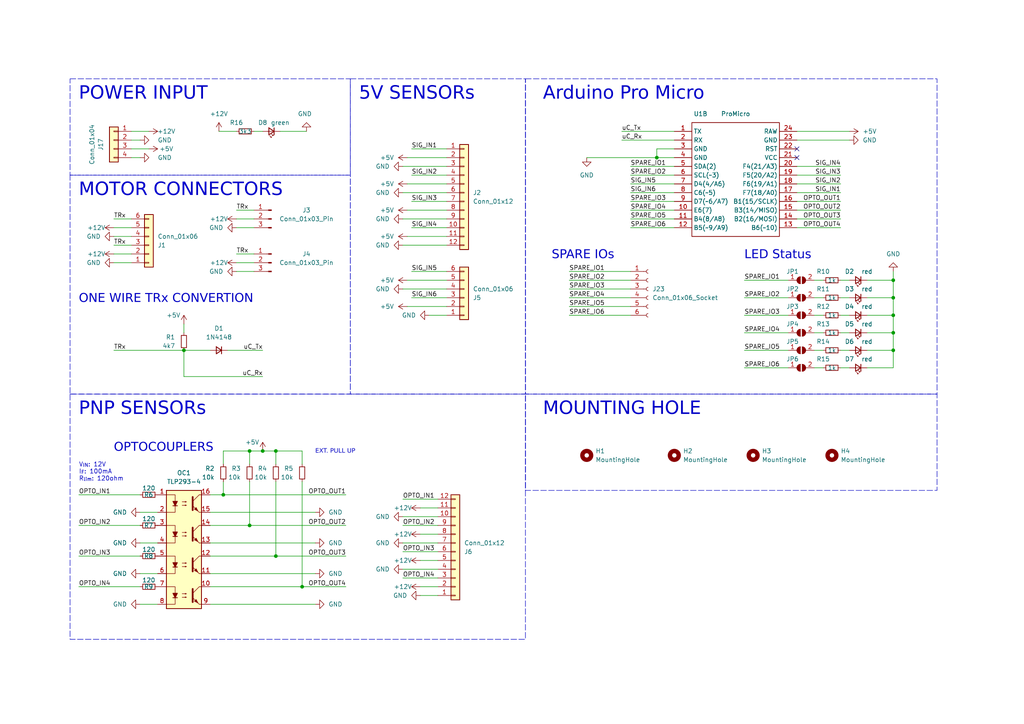
<source format=kicad_sch>
(kicad_sch (version 20230121) (generator eeschema)

  (uuid b93bd924-a38b-4cad-8d82-8f3f19597885)

  (paper "A4")

  (title_block
    (title "Cage Breakout Board")
    (date "2023-10-11")
    (rev "1")
    (company "BigSis@2023")
  )

  (lib_symbols
    (symbol "Connector:Conn_01x03_Pin" (pin_names (offset 1.016) hide) (in_bom yes) (on_board yes)
      (property "Reference" "J" (at 0 5.08 0)
        (effects (font (size 1.27 1.27)))
      )
      (property "Value" "Conn_01x03_Pin" (at 0 -5.08 0)
        (effects (font (size 1.27 1.27)))
      )
      (property "Footprint" "" (at 0 0 0)
        (effects (font (size 1.27 1.27)) hide)
      )
      (property "Datasheet" "~" (at 0 0 0)
        (effects (font (size 1.27 1.27)) hide)
      )
      (property "ki_locked" "" (at 0 0 0)
        (effects (font (size 1.27 1.27)))
      )
      (property "ki_keywords" "connector" (at 0 0 0)
        (effects (font (size 1.27 1.27)) hide)
      )
      (property "ki_description" "Generic connector, single row, 01x03, script generated" (at 0 0 0)
        (effects (font (size 1.27 1.27)) hide)
      )
      (property "ki_fp_filters" "Connector*:*_1x??_*" (at 0 0 0)
        (effects (font (size 1.27 1.27)) hide)
      )
      (symbol "Conn_01x03_Pin_1_1"
        (polyline
          (pts
            (xy 1.27 -2.54)
            (xy 0.8636 -2.54)
          )
          (stroke (width 0.1524) (type default))
          (fill (type none))
        )
        (polyline
          (pts
            (xy 1.27 0)
            (xy 0.8636 0)
          )
          (stroke (width 0.1524) (type default))
          (fill (type none))
        )
        (polyline
          (pts
            (xy 1.27 2.54)
            (xy 0.8636 2.54)
          )
          (stroke (width 0.1524) (type default))
          (fill (type none))
        )
        (rectangle (start 0.8636 -2.413) (end 0 -2.667)
          (stroke (width 0.1524) (type default))
          (fill (type outline))
        )
        (rectangle (start 0.8636 0.127) (end 0 -0.127)
          (stroke (width 0.1524) (type default))
          (fill (type outline))
        )
        (rectangle (start 0.8636 2.667) (end 0 2.413)
          (stroke (width 0.1524) (type default))
          (fill (type outline))
        )
        (pin passive line (at 5.08 2.54 180) (length 3.81)
          (name "Pin_1" (effects (font (size 1.27 1.27))))
          (number "1" (effects (font (size 1.27 1.27))))
        )
        (pin passive line (at 5.08 0 180) (length 3.81)
          (name "Pin_2" (effects (font (size 1.27 1.27))))
          (number "2" (effects (font (size 1.27 1.27))))
        )
        (pin passive line (at 5.08 -2.54 180) (length 3.81)
          (name "Pin_3" (effects (font (size 1.27 1.27))))
          (number "3" (effects (font (size 1.27 1.27))))
        )
      )
    )
    (symbol "Connector:Conn_01x06_Socket" (pin_names (offset 1.016) hide) (in_bom yes) (on_board yes)
      (property "Reference" "J" (at 0 7.62 0)
        (effects (font (size 1.27 1.27)))
      )
      (property "Value" "Conn_01x06_Socket" (at 0 -10.16 0)
        (effects (font (size 1.27 1.27)))
      )
      (property "Footprint" "" (at 0 0 0)
        (effects (font (size 1.27 1.27)) hide)
      )
      (property "Datasheet" "~" (at 0 0 0)
        (effects (font (size 1.27 1.27)) hide)
      )
      (property "ki_locked" "" (at 0 0 0)
        (effects (font (size 1.27 1.27)))
      )
      (property "ki_keywords" "connector" (at 0 0 0)
        (effects (font (size 1.27 1.27)) hide)
      )
      (property "ki_description" "Generic connector, single row, 01x06, script generated" (at 0 0 0)
        (effects (font (size 1.27 1.27)) hide)
      )
      (property "ki_fp_filters" "Connector*:*_1x??_*" (at 0 0 0)
        (effects (font (size 1.27 1.27)) hide)
      )
      (symbol "Conn_01x06_Socket_1_1"
        (arc (start 0 -7.112) (mid -0.5058 -7.62) (end 0 -8.128)
          (stroke (width 0.1524) (type default))
          (fill (type none))
        )
        (arc (start 0 -4.572) (mid -0.5058 -5.08) (end 0 -5.588)
          (stroke (width 0.1524) (type default))
          (fill (type none))
        )
        (arc (start 0 -2.032) (mid -0.5058 -2.54) (end 0 -3.048)
          (stroke (width 0.1524) (type default))
          (fill (type none))
        )
        (polyline
          (pts
            (xy -1.27 -7.62)
            (xy -0.508 -7.62)
          )
          (stroke (width 0.1524) (type default))
          (fill (type none))
        )
        (polyline
          (pts
            (xy -1.27 -5.08)
            (xy -0.508 -5.08)
          )
          (stroke (width 0.1524) (type default))
          (fill (type none))
        )
        (polyline
          (pts
            (xy -1.27 -2.54)
            (xy -0.508 -2.54)
          )
          (stroke (width 0.1524) (type default))
          (fill (type none))
        )
        (polyline
          (pts
            (xy -1.27 0)
            (xy -0.508 0)
          )
          (stroke (width 0.1524) (type default))
          (fill (type none))
        )
        (polyline
          (pts
            (xy -1.27 2.54)
            (xy -0.508 2.54)
          )
          (stroke (width 0.1524) (type default))
          (fill (type none))
        )
        (polyline
          (pts
            (xy -1.27 5.08)
            (xy -0.508 5.08)
          )
          (stroke (width 0.1524) (type default))
          (fill (type none))
        )
        (arc (start 0 0.508) (mid -0.5058 0) (end 0 -0.508)
          (stroke (width 0.1524) (type default))
          (fill (type none))
        )
        (arc (start 0 3.048) (mid -0.5058 2.54) (end 0 2.032)
          (stroke (width 0.1524) (type default))
          (fill (type none))
        )
        (arc (start 0 5.588) (mid -0.5058 5.08) (end 0 4.572)
          (stroke (width 0.1524) (type default))
          (fill (type none))
        )
        (pin passive line (at -5.08 5.08 0) (length 3.81)
          (name "Pin_1" (effects (font (size 1.27 1.27))))
          (number "1" (effects (font (size 1.27 1.27))))
        )
        (pin passive line (at -5.08 2.54 0) (length 3.81)
          (name "Pin_2" (effects (font (size 1.27 1.27))))
          (number "2" (effects (font (size 1.27 1.27))))
        )
        (pin passive line (at -5.08 0 0) (length 3.81)
          (name "Pin_3" (effects (font (size 1.27 1.27))))
          (number "3" (effects (font (size 1.27 1.27))))
        )
        (pin passive line (at -5.08 -2.54 0) (length 3.81)
          (name "Pin_4" (effects (font (size 1.27 1.27))))
          (number "4" (effects (font (size 1.27 1.27))))
        )
        (pin passive line (at -5.08 -5.08 0) (length 3.81)
          (name "Pin_5" (effects (font (size 1.27 1.27))))
          (number "5" (effects (font (size 1.27 1.27))))
        )
        (pin passive line (at -5.08 -7.62 0) (length 3.81)
          (name "Pin_6" (effects (font (size 1.27 1.27))))
          (number "6" (effects (font (size 1.27 1.27))))
        )
      )
    )
    (symbol "Connector_Generic:Conn_01x04" (pin_names (offset 1.016) hide) (in_bom yes) (on_board yes)
      (property "Reference" "J" (at 0 5.08 0)
        (effects (font (size 1.27 1.27)))
      )
      (property "Value" "Conn_01x04" (at 0 -7.62 0)
        (effects (font (size 1.27 1.27)))
      )
      (property "Footprint" "" (at 0 0 0)
        (effects (font (size 1.27 1.27)) hide)
      )
      (property "Datasheet" "~" (at 0 0 0)
        (effects (font (size 1.27 1.27)) hide)
      )
      (property "ki_keywords" "connector" (at 0 0 0)
        (effects (font (size 1.27 1.27)) hide)
      )
      (property "ki_description" "Generic connector, single row, 01x04, script generated (kicad-library-utils/schlib/autogen/connector/)" (at 0 0 0)
        (effects (font (size 1.27 1.27)) hide)
      )
      (property "ki_fp_filters" "Connector*:*_1x??_*" (at 0 0 0)
        (effects (font (size 1.27 1.27)) hide)
      )
      (symbol "Conn_01x04_1_1"
        (rectangle (start -1.27 -4.953) (end 0 -5.207)
          (stroke (width 0.1524) (type default))
          (fill (type none))
        )
        (rectangle (start -1.27 -2.413) (end 0 -2.667)
          (stroke (width 0.1524) (type default))
          (fill (type none))
        )
        (rectangle (start -1.27 0.127) (end 0 -0.127)
          (stroke (width 0.1524) (type default))
          (fill (type none))
        )
        (rectangle (start -1.27 2.667) (end 0 2.413)
          (stroke (width 0.1524) (type default))
          (fill (type none))
        )
        (rectangle (start -1.27 3.81) (end 1.27 -6.35)
          (stroke (width 0.254) (type default))
          (fill (type background))
        )
        (pin passive line (at -5.08 2.54 0) (length 3.81)
          (name "Pin_1" (effects (font (size 1.27 1.27))))
          (number "1" (effects (font (size 1.27 1.27))))
        )
        (pin passive line (at -5.08 0 0) (length 3.81)
          (name "Pin_2" (effects (font (size 1.27 1.27))))
          (number "2" (effects (font (size 1.27 1.27))))
        )
        (pin passive line (at -5.08 -2.54 0) (length 3.81)
          (name "Pin_3" (effects (font (size 1.27 1.27))))
          (number "3" (effects (font (size 1.27 1.27))))
        )
        (pin passive line (at -5.08 -5.08 0) (length 3.81)
          (name "Pin_4" (effects (font (size 1.27 1.27))))
          (number "4" (effects (font (size 1.27 1.27))))
        )
      )
    )
    (symbol "Connector_Generic:Conn_01x06" (pin_names (offset 1.016) hide) (in_bom yes) (on_board yes)
      (property "Reference" "J" (at 0 7.62 0)
        (effects (font (size 1.27 1.27)))
      )
      (property "Value" "Conn_01x06" (at 0 -10.16 0)
        (effects (font (size 1.27 1.27)))
      )
      (property "Footprint" "" (at 0 0 0)
        (effects (font (size 1.27 1.27)) hide)
      )
      (property "Datasheet" "~" (at 0 0 0)
        (effects (font (size 1.27 1.27)) hide)
      )
      (property "ki_keywords" "connector" (at 0 0 0)
        (effects (font (size 1.27 1.27)) hide)
      )
      (property "ki_description" "Generic connector, single row, 01x06, script generated (kicad-library-utils/schlib/autogen/connector/)" (at 0 0 0)
        (effects (font (size 1.27 1.27)) hide)
      )
      (property "ki_fp_filters" "Connector*:*_1x??_*" (at 0 0 0)
        (effects (font (size 1.27 1.27)) hide)
      )
      (symbol "Conn_01x06_1_1"
        (rectangle (start -1.27 -7.493) (end 0 -7.747)
          (stroke (width 0.1524) (type default))
          (fill (type none))
        )
        (rectangle (start -1.27 -4.953) (end 0 -5.207)
          (stroke (width 0.1524) (type default))
          (fill (type none))
        )
        (rectangle (start -1.27 -2.413) (end 0 -2.667)
          (stroke (width 0.1524) (type default))
          (fill (type none))
        )
        (rectangle (start -1.27 0.127) (end 0 -0.127)
          (stroke (width 0.1524) (type default))
          (fill (type none))
        )
        (rectangle (start -1.27 2.667) (end 0 2.413)
          (stroke (width 0.1524) (type default))
          (fill (type none))
        )
        (rectangle (start -1.27 5.207) (end 0 4.953)
          (stroke (width 0.1524) (type default))
          (fill (type none))
        )
        (rectangle (start -1.27 6.35) (end 1.27 -8.89)
          (stroke (width 0.254) (type default))
          (fill (type background))
        )
        (pin passive line (at -5.08 5.08 0) (length 3.81)
          (name "Pin_1" (effects (font (size 1.27 1.27))))
          (number "1" (effects (font (size 1.27 1.27))))
        )
        (pin passive line (at -5.08 2.54 0) (length 3.81)
          (name "Pin_2" (effects (font (size 1.27 1.27))))
          (number "2" (effects (font (size 1.27 1.27))))
        )
        (pin passive line (at -5.08 0 0) (length 3.81)
          (name "Pin_3" (effects (font (size 1.27 1.27))))
          (number "3" (effects (font (size 1.27 1.27))))
        )
        (pin passive line (at -5.08 -2.54 0) (length 3.81)
          (name "Pin_4" (effects (font (size 1.27 1.27))))
          (number "4" (effects (font (size 1.27 1.27))))
        )
        (pin passive line (at -5.08 -5.08 0) (length 3.81)
          (name "Pin_5" (effects (font (size 1.27 1.27))))
          (number "5" (effects (font (size 1.27 1.27))))
        )
        (pin passive line (at -5.08 -7.62 0) (length 3.81)
          (name "Pin_6" (effects (font (size 1.27 1.27))))
          (number "6" (effects (font (size 1.27 1.27))))
        )
      )
    )
    (symbol "Connector_Generic:Conn_01x12" (pin_names (offset 1.016) hide) (in_bom yes) (on_board yes)
      (property "Reference" "J" (at 0 15.24 0)
        (effects (font (size 1.27 1.27)))
      )
      (property "Value" "Conn_01x12" (at 0 -17.78 0)
        (effects (font (size 1.27 1.27)))
      )
      (property "Footprint" "" (at 0 0 0)
        (effects (font (size 1.27 1.27)) hide)
      )
      (property "Datasheet" "~" (at 0 0 0)
        (effects (font (size 1.27 1.27)) hide)
      )
      (property "ki_keywords" "connector" (at 0 0 0)
        (effects (font (size 1.27 1.27)) hide)
      )
      (property "ki_description" "Generic connector, single row, 01x12, script generated (kicad-library-utils/schlib/autogen/connector/)" (at 0 0 0)
        (effects (font (size 1.27 1.27)) hide)
      )
      (property "ki_fp_filters" "Connector*:*_1x??_*" (at 0 0 0)
        (effects (font (size 1.27 1.27)) hide)
      )
      (symbol "Conn_01x12_1_1"
        (rectangle (start -1.27 -15.113) (end 0 -15.367)
          (stroke (width 0.1524) (type default))
          (fill (type none))
        )
        (rectangle (start -1.27 -12.573) (end 0 -12.827)
          (stroke (width 0.1524) (type default))
          (fill (type none))
        )
        (rectangle (start -1.27 -10.033) (end 0 -10.287)
          (stroke (width 0.1524) (type default))
          (fill (type none))
        )
        (rectangle (start -1.27 -7.493) (end 0 -7.747)
          (stroke (width 0.1524) (type default))
          (fill (type none))
        )
        (rectangle (start -1.27 -4.953) (end 0 -5.207)
          (stroke (width 0.1524) (type default))
          (fill (type none))
        )
        (rectangle (start -1.27 -2.413) (end 0 -2.667)
          (stroke (width 0.1524) (type default))
          (fill (type none))
        )
        (rectangle (start -1.27 0.127) (end 0 -0.127)
          (stroke (width 0.1524) (type default))
          (fill (type none))
        )
        (rectangle (start -1.27 2.667) (end 0 2.413)
          (stroke (width 0.1524) (type default))
          (fill (type none))
        )
        (rectangle (start -1.27 5.207) (end 0 4.953)
          (stroke (width 0.1524) (type default))
          (fill (type none))
        )
        (rectangle (start -1.27 7.747) (end 0 7.493)
          (stroke (width 0.1524) (type default))
          (fill (type none))
        )
        (rectangle (start -1.27 10.287) (end 0 10.033)
          (stroke (width 0.1524) (type default))
          (fill (type none))
        )
        (rectangle (start -1.27 12.827) (end 0 12.573)
          (stroke (width 0.1524) (type default))
          (fill (type none))
        )
        (rectangle (start -1.27 13.97) (end 1.27 -16.51)
          (stroke (width 0.254) (type default))
          (fill (type background))
        )
        (pin passive line (at -5.08 12.7 0) (length 3.81)
          (name "Pin_1" (effects (font (size 1.27 1.27))))
          (number "1" (effects (font (size 1.27 1.27))))
        )
        (pin passive line (at -5.08 -10.16 0) (length 3.81)
          (name "Pin_10" (effects (font (size 1.27 1.27))))
          (number "10" (effects (font (size 1.27 1.27))))
        )
        (pin passive line (at -5.08 -12.7 0) (length 3.81)
          (name "Pin_11" (effects (font (size 1.27 1.27))))
          (number "11" (effects (font (size 1.27 1.27))))
        )
        (pin passive line (at -5.08 -15.24 0) (length 3.81)
          (name "Pin_12" (effects (font (size 1.27 1.27))))
          (number "12" (effects (font (size 1.27 1.27))))
        )
        (pin passive line (at -5.08 10.16 0) (length 3.81)
          (name "Pin_2" (effects (font (size 1.27 1.27))))
          (number "2" (effects (font (size 1.27 1.27))))
        )
        (pin passive line (at -5.08 7.62 0) (length 3.81)
          (name "Pin_3" (effects (font (size 1.27 1.27))))
          (number "3" (effects (font (size 1.27 1.27))))
        )
        (pin passive line (at -5.08 5.08 0) (length 3.81)
          (name "Pin_4" (effects (font (size 1.27 1.27))))
          (number "4" (effects (font (size 1.27 1.27))))
        )
        (pin passive line (at -5.08 2.54 0) (length 3.81)
          (name "Pin_5" (effects (font (size 1.27 1.27))))
          (number "5" (effects (font (size 1.27 1.27))))
        )
        (pin passive line (at -5.08 0 0) (length 3.81)
          (name "Pin_6" (effects (font (size 1.27 1.27))))
          (number "6" (effects (font (size 1.27 1.27))))
        )
        (pin passive line (at -5.08 -2.54 0) (length 3.81)
          (name "Pin_7" (effects (font (size 1.27 1.27))))
          (number "7" (effects (font (size 1.27 1.27))))
        )
        (pin passive line (at -5.08 -5.08 0) (length 3.81)
          (name "Pin_8" (effects (font (size 1.27 1.27))))
          (number "8" (effects (font (size 1.27 1.27))))
        )
        (pin passive line (at -5.08 -7.62 0) (length 3.81)
          (name "Pin_9" (effects (font (size 1.27 1.27))))
          (number "9" (effects (font (size 1.27 1.27))))
        )
      )
    )
    (symbol "Device:D_Small" (pin_numbers hide) (pin_names (offset 0.254) hide) (in_bom yes) (on_board yes)
      (property "Reference" "D" (at -1.27 2.032 0)
        (effects (font (size 1.27 1.27)) (justify left))
      )
      (property "Value" "D_Small" (at -3.81 -2.032 0)
        (effects (font (size 1.27 1.27)) (justify left))
      )
      (property "Footprint" "" (at 0 0 90)
        (effects (font (size 1.27 1.27)) hide)
      )
      (property "Datasheet" "~" (at 0 0 90)
        (effects (font (size 1.27 1.27)) hide)
      )
      (property "Sim.Device" "D" (at 0 0 0)
        (effects (font (size 1.27 1.27)) hide)
      )
      (property "Sim.Pins" "1=K 2=A" (at 0 0 0)
        (effects (font (size 1.27 1.27)) hide)
      )
      (property "ki_keywords" "diode" (at 0 0 0)
        (effects (font (size 1.27 1.27)) hide)
      )
      (property "ki_description" "Diode, small symbol" (at 0 0 0)
        (effects (font (size 1.27 1.27)) hide)
      )
      (property "ki_fp_filters" "TO-???* *_Diode_* *SingleDiode* D_*" (at 0 0 0)
        (effects (font (size 1.27 1.27)) hide)
      )
      (symbol "D_Small_0_1"
        (polyline
          (pts
            (xy -0.762 -1.016)
            (xy -0.762 1.016)
          )
          (stroke (width 0.254) (type default))
          (fill (type none))
        )
        (polyline
          (pts
            (xy -0.762 0)
            (xy 0.762 0)
          )
          (stroke (width 0) (type default))
          (fill (type none))
        )
        (polyline
          (pts
            (xy 0.762 -1.016)
            (xy -0.762 0)
            (xy 0.762 1.016)
            (xy 0.762 -1.016)
          )
          (stroke (width 0.254) (type default))
          (fill (type none))
        )
      )
      (symbol "D_Small_1_1"
        (pin passive line (at -2.54 0 0) (length 1.778)
          (name "K" (effects (font (size 1.27 1.27))))
          (number "1" (effects (font (size 1.27 1.27))))
        )
        (pin passive line (at 2.54 0 180) (length 1.778)
          (name "A" (effects (font (size 1.27 1.27))))
          (number "2" (effects (font (size 1.27 1.27))))
        )
      )
    )
    (symbol "Device:LED_Small" (pin_numbers hide) (pin_names (offset 0.254) hide) (in_bom yes) (on_board yes)
      (property "Reference" "D" (at -1.27 3.175 0)
        (effects (font (size 1.27 1.27)) (justify left))
      )
      (property "Value" "LED_Small" (at -4.445 -2.54 0)
        (effects (font (size 1.27 1.27)) (justify left))
      )
      (property "Footprint" "" (at 0 0 90)
        (effects (font (size 1.27 1.27)) hide)
      )
      (property "Datasheet" "~" (at 0 0 90)
        (effects (font (size 1.27 1.27)) hide)
      )
      (property "ki_keywords" "LED diode light-emitting-diode" (at 0 0 0)
        (effects (font (size 1.27 1.27)) hide)
      )
      (property "ki_description" "Light emitting diode, small symbol" (at 0 0 0)
        (effects (font (size 1.27 1.27)) hide)
      )
      (property "ki_fp_filters" "LED* LED_SMD:* LED_THT:*" (at 0 0 0)
        (effects (font (size 1.27 1.27)) hide)
      )
      (symbol "LED_Small_0_1"
        (polyline
          (pts
            (xy -0.762 -1.016)
            (xy -0.762 1.016)
          )
          (stroke (width 0.254) (type default))
          (fill (type none))
        )
        (polyline
          (pts
            (xy 1.016 0)
            (xy -0.762 0)
          )
          (stroke (width 0) (type default))
          (fill (type none))
        )
        (polyline
          (pts
            (xy 0.762 -1.016)
            (xy -0.762 0)
            (xy 0.762 1.016)
            (xy 0.762 -1.016)
          )
          (stroke (width 0.254) (type default))
          (fill (type none))
        )
        (polyline
          (pts
            (xy 0 0.762)
            (xy -0.508 1.27)
            (xy -0.254 1.27)
            (xy -0.508 1.27)
            (xy -0.508 1.016)
          )
          (stroke (width 0) (type default))
          (fill (type none))
        )
        (polyline
          (pts
            (xy 0.508 1.27)
            (xy 0 1.778)
            (xy 0.254 1.778)
            (xy 0 1.778)
            (xy 0 1.524)
          )
          (stroke (width 0) (type default))
          (fill (type none))
        )
      )
      (symbol "LED_Small_1_1"
        (pin passive line (at -2.54 0 0) (length 1.778)
          (name "K" (effects (font (size 1.27 1.27))))
          (number "1" (effects (font (size 1.27 1.27))))
        )
        (pin passive line (at 2.54 0 180) (length 1.778)
          (name "A" (effects (font (size 1.27 1.27))))
          (number "2" (effects (font (size 1.27 1.27))))
        )
      )
    )
    (symbol "Device:R_Small" (pin_numbers hide) (pin_names (offset 0.254) hide) (in_bom yes) (on_board yes)
      (property "Reference" "R" (at 0.762 0.508 0)
        (effects (font (size 1.27 1.27)) (justify left))
      )
      (property "Value" "R_Small" (at 0.762 -1.016 0)
        (effects (font (size 1.27 1.27)) (justify left))
      )
      (property "Footprint" "" (at 0 0 0)
        (effects (font (size 1.27 1.27)) hide)
      )
      (property "Datasheet" "~" (at 0 0 0)
        (effects (font (size 1.27 1.27)) hide)
      )
      (property "ki_keywords" "R resistor" (at 0 0 0)
        (effects (font (size 1.27 1.27)) hide)
      )
      (property "ki_description" "Resistor, small symbol" (at 0 0 0)
        (effects (font (size 1.27 1.27)) hide)
      )
      (property "ki_fp_filters" "R_*" (at 0 0 0)
        (effects (font (size 1.27 1.27)) hide)
      )
      (symbol "R_Small_0_1"
        (rectangle (start -0.762 1.778) (end 0.762 -1.778)
          (stroke (width 0.2032) (type default))
          (fill (type none))
        )
      )
      (symbol "R_Small_1_1"
        (pin passive line (at 0 2.54 270) (length 0.762)
          (name "~" (effects (font (size 1.27 1.27))))
          (number "1" (effects (font (size 1.27 1.27))))
        )
        (pin passive line (at 0 -2.54 90) (length 0.762)
          (name "~" (effects (font (size 1.27 1.27))))
          (number "2" (effects (font (size 1.27 1.27))))
        )
      )
    )
    (symbol "Jumper:SolderJumper_2_Open" (pin_names (offset 0) hide) (in_bom yes) (on_board yes)
      (property "Reference" "JP" (at 0 2.032 0)
        (effects (font (size 1.27 1.27)))
      )
      (property "Value" "SolderJumper_2_Open" (at 0 -2.54 0)
        (effects (font (size 1.27 1.27)))
      )
      (property "Footprint" "" (at 0 0 0)
        (effects (font (size 1.27 1.27)) hide)
      )
      (property "Datasheet" "~" (at 0 0 0)
        (effects (font (size 1.27 1.27)) hide)
      )
      (property "ki_keywords" "solder jumper SPST" (at 0 0 0)
        (effects (font (size 1.27 1.27)) hide)
      )
      (property "ki_description" "Solder Jumper, 2-pole, open" (at 0 0 0)
        (effects (font (size 1.27 1.27)) hide)
      )
      (property "ki_fp_filters" "SolderJumper*Open*" (at 0 0 0)
        (effects (font (size 1.27 1.27)) hide)
      )
      (symbol "SolderJumper_2_Open_0_1"
        (arc (start -0.254 1.016) (mid -1.2656 0) (end -0.254 -1.016)
          (stroke (width 0) (type default))
          (fill (type none))
        )
        (arc (start -0.254 1.016) (mid -1.2656 0) (end -0.254 -1.016)
          (stroke (width 0) (type default))
          (fill (type outline))
        )
        (polyline
          (pts
            (xy -0.254 1.016)
            (xy -0.254 -1.016)
          )
          (stroke (width 0) (type default))
          (fill (type none))
        )
        (polyline
          (pts
            (xy 0.254 1.016)
            (xy 0.254 -1.016)
          )
          (stroke (width 0) (type default))
          (fill (type none))
        )
        (arc (start 0.254 -1.016) (mid 1.2656 0) (end 0.254 1.016)
          (stroke (width 0) (type default))
          (fill (type none))
        )
        (arc (start 0.254 -1.016) (mid 1.2656 0) (end 0.254 1.016)
          (stroke (width 0) (type default))
          (fill (type outline))
        )
      )
      (symbol "SolderJumper_2_Open_1_1"
        (pin passive line (at -3.81 0 0) (length 2.54)
          (name "A" (effects (font (size 1.27 1.27))))
          (number "1" (effects (font (size 1.27 1.27))))
        )
        (pin passive line (at 3.81 0 180) (length 2.54)
          (name "B" (effects (font (size 1.27 1.27))))
          (number "2" (effects (font (size 1.27 1.27))))
        )
      )
    )
    (symbol "Mechanical:MountingHole" (pin_names (offset 1.016)) (in_bom yes) (on_board yes)
      (property "Reference" "H" (at 0 5.08 0)
        (effects (font (size 1.27 1.27)))
      )
      (property "Value" "MountingHole" (at 0 3.175 0)
        (effects (font (size 1.27 1.27)))
      )
      (property "Footprint" "" (at 0 0 0)
        (effects (font (size 1.27 1.27)) hide)
      )
      (property "Datasheet" "~" (at 0 0 0)
        (effects (font (size 1.27 1.27)) hide)
      )
      (property "ki_keywords" "mounting hole" (at 0 0 0)
        (effects (font (size 1.27 1.27)) hide)
      )
      (property "ki_description" "Mounting Hole without connection" (at 0 0 0)
        (effects (font (size 1.27 1.27)) hide)
      )
      (property "ki_fp_filters" "MountingHole*" (at 0 0 0)
        (effects (font (size 1.27 1.27)) hide)
      )
      (symbol "MountingHole_0_1"
        (circle (center 0 0) (radius 1.27)
          (stroke (width 1.27) (type default))
          (fill (type none))
        )
      )
    )
    (symbol "PCM_Optocoupler_AKL:TLP293-4" (pin_names (offset 1.016)) (in_bom yes) (on_board yes)
      (property "Reference" "OC" (at -5.08 17.78 0)
        (effects (font (size 1.27 1.27)) (justify left))
      )
      (property "Value" "TLP293-4" (at -5.08 15.24 0)
        (effects (font (size 1.27 1.27)) (justify left))
      )
      (property "Footprint" "Package_SO_AKL:SOP-16_4.55x10.3mm_P1.27mm" (at -5.08 3.81 0)
        (effects (font (size 1.27 1.27) italic) (justify left) hide)
      )
      (property "Datasheet" "https://www.tme.eu/Document/34b2e077ce3668adf6b5cfb0c2269c28/TLP293-4-E-T.pdf" (at 0 8.89 0)
        (effects (font (size 1.27 1.27)) (justify left) hide)
      )
      (property "ki_keywords" "NPN Optocoupler transistor output quad TLP293-4" (at 0 0 0)
        (effects (font (size 1.27 1.27)) hide)
      )
      (property "ki_description" "SO-16 Quad optocoupler, Transistor output, 2.5kV, 3us, Alternate KiCAD Library" (at 0 0 0)
        (effects (font (size 1.27 1.27)) hide)
      )
      (property "ki_fp_filters" "DIP*W7.62mm*" (at 0 0 0)
        (effects (font (size 1.27 1.27)) hide)
      )
      (symbol "TLP293-4_0_1"
        (rectangle (start -5.08 12.7) (end 5.08 -21.59)
          (stroke (width 0.254) (type default))
          (fill (type background))
        )
        (polyline
          (pts
            (xy -3.175 8.255)
            (xy -1.905 8.255)
          )
          (stroke (width 0.254) (type default))
          (fill (type none))
        )
        (polyline
          (pts
            (xy 2.54 9.525)
            (xy 4.445 11.43)
          )
          (stroke (width 0) (type default))
          (fill (type none))
        )
        (polyline
          (pts
            (xy 4.445 6.35)
            (xy 2.54 8.255)
          )
          (stroke (width 0) (type default))
          (fill (type outline))
        )
        (polyline
          (pts
            (xy 4.445 6.35)
            (xy 5.08 6.35)
          )
          (stroke (width 0) (type default))
          (fill (type none))
        )
        (polyline
          (pts
            (xy 4.445 11.43)
            (xy 5.08 11.43)
          )
          (stroke (width 0) (type default))
          (fill (type none))
        )
        (polyline
          (pts
            (xy -5.08 11.43)
            (xy -2.54 11.43)
            (xy -2.54 8.255)
          )
          (stroke (width 0) (type default))
          (fill (type none))
        )
        (polyline
          (pts
            (xy -2.54 8.255)
            (xy -2.54 6.35)
            (xy -5.08 6.35)
          )
          (stroke (width 0) (type default))
          (fill (type none))
        )
        (polyline
          (pts
            (xy 2.54 10.795)
            (xy 2.54 6.985)
            (xy 2.54 6.985)
          )
          (stroke (width 0.508) (type default))
          (fill (type none))
        )
        (polyline
          (pts
            (xy -2.54 8.255)
            (xy -3.175 9.525)
            (xy -1.905 9.525)
            (xy -2.54 8.255)
          )
          (stroke (width 0.254) (type default))
          (fill (type outline))
        )
        (polyline
          (pts
            (xy -0.508 8.382)
            (xy 0.762 8.382)
            (xy 0.381 8.255)
            (xy 0.381 8.509)
            (xy 0.762 8.382)
          )
          (stroke (width 0) (type default))
          (fill (type none))
        )
        (polyline
          (pts
            (xy -0.508 9.398)
            (xy 0.762 9.398)
            (xy 0.381 9.271)
            (xy 0.381 9.525)
            (xy 0.762 9.398)
          )
          (stroke (width 0) (type default))
          (fill (type none))
        )
        (polyline
          (pts
            (xy 3.048 7.239)
            (xy 3.556 7.747)
            (xy 4.064 6.731)
            (xy 3.048 7.239)
            (xy 3.048 7.239)
          )
          (stroke (width 0) (type default))
          (fill (type outline))
        )
      )
      (symbol "TLP293-4_1_1"
        (polyline
          (pts
            (xy -3.175 -18.415)
            (xy -1.905 -18.415)
          )
          (stroke (width 0.254) (type default))
          (fill (type none))
        )
        (polyline
          (pts
            (xy -3.175 -9.525)
            (xy -1.905 -9.525)
          )
          (stroke (width 0.254) (type default))
          (fill (type none))
        )
        (polyline
          (pts
            (xy -3.175 -0.635)
            (xy -1.905 -0.635)
          )
          (stroke (width 0.254) (type default))
          (fill (type none))
        )
        (polyline
          (pts
            (xy 2.54 -17.145)
            (xy 4.445 -15.24)
          )
          (stroke (width 0) (type default))
          (fill (type none))
        )
        (polyline
          (pts
            (xy 2.54 -8.255)
            (xy 4.445 -6.35)
          )
          (stroke (width 0) (type default))
          (fill (type none))
        )
        (polyline
          (pts
            (xy 2.54 0.635)
            (xy 4.445 2.54)
          )
          (stroke (width 0) (type default))
          (fill (type none))
        )
        (polyline
          (pts
            (xy 4.445 -20.32)
            (xy 2.54 -18.415)
          )
          (stroke (width 0) (type default))
          (fill (type outline))
        )
        (polyline
          (pts
            (xy 4.445 -20.32)
            (xy 5.08 -20.32)
          )
          (stroke (width 0) (type default))
          (fill (type none))
        )
        (polyline
          (pts
            (xy 4.445 -15.24)
            (xy 5.08 -15.24)
          )
          (stroke (width 0) (type default))
          (fill (type none))
        )
        (polyline
          (pts
            (xy 4.445 -11.43)
            (xy 2.54 -9.525)
          )
          (stroke (width 0) (type default))
          (fill (type outline))
        )
        (polyline
          (pts
            (xy 4.445 -11.43)
            (xy 5.08 -11.43)
          )
          (stroke (width 0) (type default))
          (fill (type none))
        )
        (polyline
          (pts
            (xy 4.445 -6.35)
            (xy 5.08 -6.35)
          )
          (stroke (width 0) (type default))
          (fill (type none))
        )
        (polyline
          (pts
            (xy 4.445 -2.54)
            (xy 2.54 -0.635)
          )
          (stroke (width 0) (type default))
          (fill (type outline))
        )
        (polyline
          (pts
            (xy 4.445 -2.54)
            (xy 5.08 -2.54)
          )
          (stroke (width 0) (type default))
          (fill (type none))
        )
        (polyline
          (pts
            (xy 4.445 2.54)
            (xy 5.08 2.54)
          )
          (stroke (width 0) (type default))
          (fill (type none))
        )
        (polyline
          (pts
            (xy -5.08 -15.24)
            (xy -2.54 -15.24)
            (xy -2.54 -18.415)
          )
          (stroke (width 0) (type default))
          (fill (type none))
        )
        (polyline
          (pts
            (xy -5.08 -6.35)
            (xy -2.54 -6.35)
            (xy -2.54 -9.525)
          )
          (stroke (width 0) (type default))
          (fill (type none))
        )
        (polyline
          (pts
            (xy -5.08 2.54)
            (xy -2.54 2.54)
            (xy -2.54 -0.635)
          )
          (stroke (width 0) (type default))
          (fill (type none))
        )
        (polyline
          (pts
            (xy -2.54 -18.415)
            (xy -2.54 -20.32)
            (xy -5.08 -20.32)
          )
          (stroke (width 0) (type default))
          (fill (type none))
        )
        (polyline
          (pts
            (xy -2.54 -9.525)
            (xy -2.54 -11.43)
            (xy -5.08 -11.43)
          )
          (stroke (width 0) (type default))
          (fill (type none))
        )
        (polyline
          (pts
            (xy -2.54 -0.635)
            (xy -2.54 -2.54)
            (xy -5.08 -2.54)
          )
          (stroke (width 0) (type default))
          (fill (type none))
        )
        (polyline
          (pts
            (xy 2.54 -15.875)
            (xy 2.54 -19.685)
            (xy 2.54 -19.685)
          )
          (stroke (width 0.508) (type default))
          (fill (type none))
        )
        (polyline
          (pts
            (xy 2.54 -6.985)
            (xy 2.54 -10.795)
            (xy 2.54 -10.795)
          )
          (stroke (width 0.508) (type default))
          (fill (type none))
        )
        (polyline
          (pts
            (xy 2.54 1.905)
            (xy 2.54 -1.905)
            (xy 2.54 -1.905)
          )
          (stroke (width 0.508) (type default))
          (fill (type none))
        )
        (polyline
          (pts
            (xy -2.54 -18.415)
            (xy -3.175 -17.145)
            (xy -1.905 -17.145)
            (xy -2.54 -18.415)
          )
          (stroke (width 0.254) (type default))
          (fill (type outline))
        )
        (polyline
          (pts
            (xy -2.54 -9.525)
            (xy -3.175 -8.255)
            (xy -1.905 -8.255)
            (xy -2.54 -9.525)
          )
          (stroke (width 0.254) (type default))
          (fill (type outline))
        )
        (polyline
          (pts
            (xy -2.54 -0.635)
            (xy -3.175 0.635)
            (xy -1.905 0.635)
            (xy -2.54 -0.635)
          )
          (stroke (width 0.254) (type default))
          (fill (type outline))
        )
        (polyline
          (pts
            (xy -0.508 -18.288)
            (xy 0.762 -18.288)
            (xy 0.381 -18.415)
            (xy 0.381 -18.161)
            (xy 0.762 -18.288)
          )
          (stroke (width 0) (type default))
          (fill (type none))
        )
        (polyline
          (pts
            (xy -0.508 -17.272)
            (xy 0.762 -17.272)
            (xy 0.381 -17.399)
            (xy 0.381 -17.145)
            (xy 0.762 -17.272)
          )
          (stroke (width 0) (type default))
          (fill (type none))
        )
        (polyline
          (pts
            (xy -0.508 -9.398)
            (xy 0.762 -9.398)
            (xy 0.381 -9.525)
            (xy 0.381 -9.271)
            (xy 0.762 -9.398)
          )
          (stroke (width 0) (type default))
          (fill (type none))
        )
        (polyline
          (pts
            (xy -0.508 -8.382)
            (xy 0.762 -8.382)
            (xy 0.381 -8.509)
            (xy 0.381 -8.255)
            (xy 0.762 -8.382)
          )
          (stroke (width 0) (type default))
          (fill (type none))
        )
        (polyline
          (pts
            (xy -0.508 -0.508)
            (xy 0.762 -0.508)
            (xy 0.381 -0.635)
            (xy 0.381 -0.381)
            (xy 0.762 -0.508)
          )
          (stroke (width 0) (type default))
          (fill (type none))
        )
        (polyline
          (pts
            (xy -0.508 0.508)
            (xy 0.762 0.508)
            (xy 0.381 0.381)
            (xy 0.381 0.635)
            (xy 0.762 0.508)
          )
          (stroke (width 0) (type default))
          (fill (type none))
        )
        (polyline
          (pts
            (xy 3.048 -19.431)
            (xy 3.556 -18.923)
            (xy 4.064 -19.939)
            (xy 3.048 -19.431)
            (xy 3.048 -19.431)
          )
          (stroke (width 0) (type default))
          (fill (type outline))
        )
        (polyline
          (pts
            (xy 3.048 -10.541)
            (xy 3.556 -10.033)
            (xy 4.064 -11.049)
            (xy 3.048 -10.541)
            (xy 3.048 -10.541)
          )
          (stroke (width 0) (type default))
          (fill (type outline))
        )
        (polyline
          (pts
            (xy 3.048 -1.651)
            (xy 3.556 -1.143)
            (xy 4.064 -2.159)
            (xy 3.048 -1.651)
            (xy 3.048 -1.651)
          )
          (stroke (width 0) (type default))
          (fill (type outline))
        )
        (pin passive line (at -7.62 11.43 0) (length 2.54)
          (name "~" (effects (font (size 1.27 1.27))))
          (number "1" (effects (font (size 1.27 1.27))))
        )
        (pin passive line (at 7.62 -15.24 180) (length 2.54)
          (name "~" (effects (font (size 1.27 1.27))))
          (number "10" (effects (font (size 1.27 1.27))))
        )
        (pin passive line (at 7.62 -11.43 180) (length 2.54)
          (name "~" (effects (font (size 1.27 1.27))))
          (number "11" (effects (font (size 1.27 1.27))))
        )
        (pin passive line (at 7.62 -6.35 180) (length 2.54)
          (name "~" (effects (font (size 1.27 1.27))))
          (number "12" (effects (font (size 1.27 1.27))))
        )
        (pin passive line (at 7.62 -2.54 180) (length 2.54)
          (name "~" (effects (font (size 1.27 1.27))))
          (number "13" (effects (font (size 1.27 1.27))))
        )
        (pin passive line (at 7.62 2.54 180) (length 2.54)
          (name "~" (effects (font (size 1.27 1.27))))
          (number "14" (effects (font (size 1.27 1.27))))
        )
        (pin passive line (at 7.62 6.35 180) (length 2.54)
          (name "~" (effects (font (size 1.27 1.27))))
          (number "15" (effects (font (size 1.27 1.27))))
        )
        (pin passive line (at 7.62 11.43 180) (length 2.54)
          (name "~" (effects (font (size 1.27 1.27))))
          (number "16" (effects (font (size 1.27 1.27))))
        )
        (pin passive line (at -7.62 6.35 0) (length 2.54)
          (name "~" (effects (font (size 1.27 1.27))))
          (number "2" (effects (font (size 1.27 1.27))))
        )
        (pin passive line (at -7.62 2.54 0) (length 2.54)
          (name "~" (effects (font (size 1.27 1.27))))
          (number "3" (effects (font (size 1.27 1.27))))
        )
        (pin passive line (at -7.62 -2.54 0) (length 2.54)
          (name "~" (effects (font (size 1.27 1.27))))
          (number "4" (effects (font (size 1.27 1.27))))
        )
        (pin passive line (at -7.62 -6.35 0) (length 2.54)
          (name "~" (effects (font (size 1.27 1.27))))
          (number "5" (effects (font (size 1.27 1.27))))
        )
        (pin passive line (at -7.62 -11.43 0) (length 2.54)
          (name "~" (effects (font (size 1.27 1.27))))
          (number "6" (effects (font (size 1.27 1.27))))
        )
        (pin passive line (at -7.62 -15.24 0) (length 2.54)
          (name "~" (effects (font (size 1.27 1.27))))
          (number "7" (effects (font (size 1.27 1.27))))
        )
        (pin passive line (at -7.62 -20.32 0) (length 2.54)
          (name "~" (effects (font (size 1.27 1.27))))
          (number "8" (effects (font (size 1.27 1.27))))
        )
        (pin passive line (at 7.62 -20.32 180) (length 2.54)
          (name "~" (effects (font (size 1.27 1.27))))
          (number "9" (effects (font (size 1.27 1.27))))
        )
      )
    )
    (symbol "Symbols:ProMicro" (in_bom yes) (on_board yes)
      (property "Reference" "U" (at 0 8.89 0)
        (effects (font (size 1.27 1.27)))
      )
      (property "Value" "ProMicro" (at 0 6.35 0)
        (effects (font (size 1.27 1.27)))
      )
      (property "Footprint" "" (at 0 8.89 0)
        (effects (font (size 1.27 1.27)) hide)
      )
      (property "Datasheet" "" (at 0 8.89 0)
        (effects (font (size 1.27 1.27)) hide)
      )
      (property "ki_locked" "" (at 0 0 0)
        (effects (font (size 1.27 1.27)))
      )
      (symbol "ProMicro_0_1"
        (rectangle (start -12.7 5.08) (end 12.7 -27.94)
          (stroke (width 0) (type solid))
          (fill (type none))
        )
      )
      (symbol "ProMicro_1_1"
        (pin bidirectional line (at -17.78 2.54 0) (length 5.08)
          (name "TX" (effects (font (size 1.27 1.27))))
          (number "1" (effects (font (size 1.27 1.27))))
        )
        (pin bidirectional line (at -17.78 -20.32 0) (length 5.08)
          (name "E6(7)" (effects (font (size 1.27 1.27))))
          (number "10" (effects (font (size 1.27 1.27))))
        )
        (pin bidirectional line (at -17.78 -22.86 0) (length 5.08)
          (name "B4(8/A8)" (effects (font (size 1.27 1.27))))
          (number "11" (effects (font (size 1.27 1.27))))
        )
        (pin bidirectional line (at -17.78 -25.4 0) (length 5.08)
          (name "B5(~9/A9)" (effects (font (size 1.27 1.27))))
          (number "12" (effects (font (size 1.27 1.27))))
        )
        (pin bidirectional line (at -17.78 0 0) (length 5.08)
          (name "RX" (effects (font (size 1.27 1.27))))
          (number "2" (effects (font (size 1.27 1.27))))
        )
        (pin power_in line (at -17.78 -2.54 0) (length 5.08)
          (name "GND" (effects (font (size 1.27 1.27))))
          (number "3" (effects (font (size 1.27 1.27))))
        )
        (pin power_in line (at -17.78 -5.08 0) (length 5.08)
          (name "GND" (effects (font (size 1.27 1.27))))
          (number "4" (effects (font (size 1.27 1.27))))
        )
        (pin bidirectional line (at -17.78 -7.62 0) (length 5.08)
          (name "SDA(2)" (effects (font (size 1.27 1.27))))
          (number "5" (effects (font (size 1.27 1.27))))
        )
        (pin bidirectional line (at -17.78 -10.16 0) (length 5.08)
          (name "SCL(~3)" (effects (font (size 1.27 1.27))))
          (number "6" (effects (font (size 1.27 1.27))))
        )
        (pin bidirectional line (at -17.78 -12.7 0) (length 5.08)
          (name "D4(4/A6)" (effects (font (size 1.27 1.27))))
          (number "7" (effects (font (size 1.27 1.27))))
        )
        (pin bidirectional line (at -17.78 -15.24 0) (length 5.08)
          (name "C6(~5)" (effects (font (size 1.27 1.27))))
          (number "8" (effects (font (size 1.27 1.27))))
        )
        (pin bidirectional line (at -17.78 -17.78 0) (length 5.08)
          (name "D7(~6/A7)" (effects (font (size 1.27 1.27))))
          (number "9" (effects (font (size 1.27 1.27))))
        )
      )
      (symbol "ProMicro_2_1"
        (pin bidirectional line (at 17.78 -25.4 180) (length 5.08)
          (name "B6(~10)" (effects (font (size 1.27 1.27))))
          (number "13" (effects (font (size 1.27 1.27))))
        )
        (pin bidirectional line (at 17.78 -22.86 180) (length 5.08)
          (name "B2(16/MOSI)" (effects (font (size 1.27 1.27))))
          (number "14" (effects (font (size 1.27 1.27))))
        )
        (pin bidirectional line (at 17.78 -20.32 180) (length 5.08)
          (name "B3(14/MISO)" (effects (font (size 1.27 1.27))))
          (number "15" (effects (font (size 1.27 1.27))))
        )
        (pin bidirectional line (at 17.78 -17.78 180) (length 5.08)
          (name "B1(15/SCLK)" (effects (font (size 1.27 1.27))))
          (number "16" (effects (font (size 1.27 1.27))))
        )
        (pin bidirectional line (at 17.78 -15.24 180) (length 5.08)
          (name "F7(18/A0)" (effects (font (size 1.27 1.27))))
          (number "17" (effects (font (size 1.27 1.27))))
        )
        (pin bidirectional line (at 17.78 -12.7 180) (length 5.08)
          (name "F6(19/A1)" (effects (font (size 1.27 1.27))))
          (number "18" (effects (font (size 1.27 1.27))))
        )
        (pin bidirectional line (at 17.78 -10.16 180) (length 5.08)
          (name "F5(20/A2)" (effects (font (size 1.27 1.27))))
          (number "19" (effects (font (size 1.27 1.27))))
        )
        (pin bidirectional line (at 17.78 -7.62 180) (length 5.08)
          (name "F4(21/A3)" (effects (font (size 1.27 1.27))))
          (number "20" (effects (font (size 1.27 1.27))))
        )
        (pin power_in line (at 17.78 -5.08 180) (length 5.08)
          (name "VCC" (effects (font (size 1.27 1.27))))
          (number "21" (effects (font (size 1.27 1.27))))
        )
        (pin input line (at 17.78 -2.54 180) (length 5.08)
          (name "RST" (effects (font (size 1.27 1.27))))
          (number "22" (effects (font (size 1.27 1.27))))
        )
        (pin power_in line (at 17.78 0 180) (length 5.08)
          (name "GND" (effects (font (size 1.27 1.27))))
          (number "23" (effects (font (size 1.27 1.27))))
        )
        (pin power_out line (at 17.78 2.54 180) (length 5.08)
          (name "RAW" (effects (font (size 1.27 1.27))))
          (number "24" (effects (font (size 1.27 1.27))))
        )
      )
    )
    (symbol "power:+12V" (power) (pin_names (offset 0)) (in_bom yes) (on_board yes)
      (property "Reference" "#PWR" (at 0 -3.81 0)
        (effects (font (size 1.27 1.27)) hide)
      )
      (property "Value" "+12V" (at 0 3.556 0)
        (effects (font (size 1.27 1.27)))
      )
      (property "Footprint" "" (at 0 0 0)
        (effects (font (size 1.27 1.27)) hide)
      )
      (property "Datasheet" "" (at 0 0 0)
        (effects (font (size 1.27 1.27)) hide)
      )
      (property "ki_keywords" "global power" (at 0 0 0)
        (effects (font (size 1.27 1.27)) hide)
      )
      (property "ki_description" "Power symbol creates a global label with name \"+12V\"" (at 0 0 0)
        (effects (font (size 1.27 1.27)) hide)
      )
      (symbol "+12V_0_1"
        (polyline
          (pts
            (xy -0.762 1.27)
            (xy 0 2.54)
          )
          (stroke (width 0) (type default))
          (fill (type none))
        )
        (polyline
          (pts
            (xy 0 0)
            (xy 0 2.54)
          )
          (stroke (width 0) (type default))
          (fill (type none))
        )
        (polyline
          (pts
            (xy 0 2.54)
            (xy 0.762 1.27)
          )
          (stroke (width 0) (type default))
          (fill (type none))
        )
      )
      (symbol "+12V_1_1"
        (pin power_in line (at 0 0 90) (length 0) hide
          (name "+12V" (effects (font (size 1.27 1.27))))
          (number "1" (effects (font (size 1.27 1.27))))
        )
      )
    )
    (symbol "power:+5V" (power) (pin_names (offset 0)) (in_bom yes) (on_board yes)
      (property "Reference" "#PWR" (at 0 -3.81 0)
        (effects (font (size 1.27 1.27)) hide)
      )
      (property "Value" "+5V" (at 0 3.556 0)
        (effects (font (size 1.27 1.27)))
      )
      (property "Footprint" "" (at 0 0 0)
        (effects (font (size 1.27 1.27)) hide)
      )
      (property "Datasheet" "" (at 0 0 0)
        (effects (font (size 1.27 1.27)) hide)
      )
      (property "ki_keywords" "global power" (at 0 0 0)
        (effects (font (size 1.27 1.27)) hide)
      )
      (property "ki_description" "Power symbol creates a global label with name \"+5V\"" (at 0 0 0)
        (effects (font (size 1.27 1.27)) hide)
      )
      (symbol "+5V_0_1"
        (polyline
          (pts
            (xy -0.762 1.27)
            (xy 0 2.54)
          )
          (stroke (width 0) (type default))
          (fill (type none))
        )
        (polyline
          (pts
            (xy 0 0)
            (xy 0 2.54)
          )
          (stroke (width 0) (type default))
          (fill (type none))
        )
        (polyline
          (pts
            (xy 0 2.54)
            (xy 0.762 1.27)
          )
          (stroke (width 0) (type default))
          (fill (type none))
        )
      )
      (symbol "+5V_1_1"
        (pin power_in line (at 0 0 90) (length 0) hide
          (name "+5V" (effects (font (size 1.27 1.27))))
          (number "1" (effects (font (size 1.27 1.27))))
        )
      )
    )
    (symbol "power:GND" (power) (pin_names (offset 0)) (in_bom yes) (on_board yes)
      (property "Reference" "#PWR" (at 0 -6.35 0)
        (effects (font (size 1.27 1.27)) hide)
      )
      (property "Value" "GND" (at 0 -3.81 0)
        (effects (font (size 1.27 1.27)))
      )
      (property "Footprint" "" (at 0 0 0)
        (effects (font (size 1.27 1.27)) hide)
      )
      (property "Datasheet" "" (at 0 0 0)
        (effects (font (size 1.27 1.27)) hide)
      )
      (property "ki_keywords" "global power" (at 0 0 0)
        (effects (font (size 1.27 1.27)) hide)
      )
      (property "ki_description" "Power symbol creates a global label with name \"GND\" , ground" (at 0 0 0)
        (effects (font (size 1.27 1.27)) hide)
      )
      (symbol "GND_0_1"
        (polyline
          (pts
            (xy 0 0)
            (xy 0 -1.27)
            (xy 1.27 -1.27)
            (xy 0 -2.54)
            (xy -1.27 -1.27)
            (xy 0 -1.27)
          )
          (stroke (width 0) (type default))
          (fill (type none))
        )
      )
      (symbol "GND_1_1"
        (pin power_in line (at 0 0 270) (length 0) hide
          (name "GND" (effects (font (size 1.27 1.27))))
          (number "1" (effects (font (size 1.27 1.27))))
        )
      )
    )
  )

  (junction (at 190.5 45.72) (diameter 0) (color 0 0 0 0)
    (uuid 04449e7a-371e-4f19-9e9e-34dd3d361b36)
  )
  (junction (at 259.08 91.44) (diameter 0) (color 0 0 0 0)
    (uuid 2fab5c60-cd40-4641-84e0-525bc94c77a8)
  )
  (junction (at 259.08 81.28) (diameter 0) (color 0 0 0 0)
    (uuid 49a9c146-d267-4c07-824d-13f1a1f28d96)
  )
  (junction (at 80.01 161.29) (diameter 0) (color 0 0 0 0)
    (uuid 66ccabdc-1a85-4cea-8913-2c86b7191119)
  )
  (junction (at 72.39 130.81) (diameter 0) (color 0 0 0 0)
    (uuid 89c2fb5e-6df7-43a7-a7ea-a991b2cfad0e)
  )
  (junction (at 76.2 130.81) (diameter 0) (color 0 0 0 0)
    (uuid 9615aaa1-f03c-4254-821a-e9ff228d2af6)
  )
  (junction (at 259.08 86.36) (diameter 0) (color 0 0 0 0)
    (uuid 9f31c889-d835-4739-a0eb-a162866af1ba)
  )
  (junction (at 80.01 130.81) (diameter 0) (color 0 0 0 0)
    (uuid a4faedfd-3dd0-4267-9471-ff83ef441cbc)
  )
  (junction (at 259.08 101.6) (diameter 0) (color 0 0 0 0)
    (uuid c82ee21a-232b-460c-a6dc-690829a7b2dd)
  )
  (junction (at 259.08 96.52) (diameter 0) (color 0 0 0 0)
    (uuid c959cdfa-9d0f-48e8-a404-bac1eac52505)
  )
  (junction (at 72.39 152.4) (diameter 0) (color 0 0 0 0)
    (uuid d51b41ef-e256-497e-833c-4a62261e8e2a)
  )
  (junction (at 53.34 101.6) (diameter 0) (color 0 0 0 0)
    (uuid d617100e-a8ca-4e0b-8c27-d3edecfdd830)
  )
  (junction (at 64.77 143.51) (diameter 0) (color 0 0 0 0)
    (uuid ddd29ba0-3773-4d71-8754-58f1418b1f4a)
  )
  (junction (at 87.63 170.18) (diameter 0) (color 0 0 0 0)
    (uuid f780fba8-bb43-4c71-b6f2-c1670a1f6ef8)
  )

  (no_connect (at 231.14 43.18) (uuid 58ce5524-5997-4647-9375-a7c747113166))
  (no_connect (at 231.14 45.72) (uuid 7d8921c8-4394-4866-86cc-ea6caf84ad97))

  (wire (pts (xy 165.1 88.9) (xy 182.88 88.9))
    (stroke (width 0) (type default))
    (uuid 05d3aced-2403-4156-a375-329a65b96a55)
  )
  (wire (pts (xy 182.88 58.42) (xy 195.58 58.42))
    (stroke (width 0) (type default))
    (uuid 06c7f2ae-ddb4-4800-a195-e76504f1a059)
  )
  (wire (pts (xy 118.11 81.28) (xy 129.54 81.28))
    (stroke (width 0) (type default))
    (uuid 06e7500a-c42c-422b-a52f-0f2cac551c9c)
  )
  (wire (pts (xy 119.38 50.8) (xy 129.54 50.8))
    (stroke (width 0) (type default))
    (uuid 0ac09d4b-4438-4742-8962-8d9d979e20e5)
  )
  (wire (pts (xy 60.96 148.59) (xy 91.44 148.59))
    (stroke (width 0) (type default))
    (uuid 0bca20b1-0e02-48e4-b32d-70905762d38b)
  )
  (wire (pts (xy 116.84 63.5) (xy 129.54 63.5))
    (stroke (width 0) (type default))
    (uuid 0c115afc-2f38-4af6-b964-d5968c7a6ed7)
  )
  (wire (pts (xy 87.63 139.7) (xy 87.63 170.18))
    (stroke (width 0) (type default))
    (uuid 0c671c98-adb7-4ed1-acaf-1719fa4fbba4)
  )
  (wire (pts (xy 68.58 63.5) (xy 73.66 63.5))
    (stroke (width 0) (type default))
    (uuid 0fce6030-6092-44f9-a54d-626d07c5e7f7)
  )
  (wire (pts (xy 53.34 109.22) (xy 53.34 101.6))
    (stroke (width 0) (type default))
    (uuid 129401d5-78e3-4d40-8fd4-063e250e9c3e)
  )
  (wire (pts (xy 33.02 63.5) (xy 38.1 63.5))
    (stroke (width 0) (type default))
    (uuid 13b717df-ffd4-44dc-ac32-9132f862f8b0)
  )
  (wire (pts (xy 116.84 165.1) (xy 127 165.1))
    (stroke (width 0) (type default))
    (uuid 1476b5d2-a92c-4c12-b427-368590c76af0)
  )
  (wire (pts (xy 121.92 154.94) (xy 127 154.94))
    (stroke (width 0) (type default))
    (uuid 156a4690-7a81-49b1-85bb-587a70a8225d)
  )
  (wire (pts (xy 118.11 45.72) (xy 129.54 45.72))
    (stroke (width 0) (type default))
    (uuid 1c21ef2e-2312-40e1-80aa-e85c84227877)
  )
  (wire (pts (xy 64.77 130.81) (xy 64.77 134.62))
    (stroke (width 0) (type default))
    (uuid 1cbca3a2-efd5-4b1c-8419-2602cad57928)
  )
  (wire (pts (xy 251.46 86.36) (xy 259.08 86.36))
    (stroke (width 0) (type default))
    (uuid 1d2e9d39-95b5-49db-9163-136ac8761b93)
  )
  (wire (pts (xy 182.88 60.96) (xy 195.58 60.96))
    (stroke (width 0) (type default))
    (uuid 1debcb01-8980-4de3-8c0c-0b3dbe7913e6)
  )
  (wire (pts (xy 72.39 130.81) (xy 76.2 130.81))
    (stroke (width 0) (type default))
    (uuid 1fedad3b-bf0b-455f-9358-93d9a1dc40e2)
  )
  (wire (pts (xy 243.84 86.36) (xy 246.38 86.36))
    (stroke (width 0) (type default))
    (uuid 20527a56-848d-4fdc-a66f-a36d19aab25c)
  )
  (wire (pts (xy 119.38 78.74) (xy 129.54 78.74))
    (stroke (width 0) (type default))
    (uuid 2377f8ed-772f-46a2-a711-6e30c4db89f8)
  )
  (wire (pts (xy 22.86 152.4) (xy 40.64 152.4))
    (stroke (width 0) (type default))
    (uuid 246a4e0c-3597-4ed7-9d4a-24178d6e89c6)
  )
  (wire (pts (xy 22.86 170.18) (xy 40.64 170.18))
    (stroke (width 0) (type default))
    (uuid 24a1f22a-ad79-4061-8660-8b04c5caf986)
  )
  (wire (pts (xy 64.77 143.51) (xy 64.77 139.7))
    (stroke (width 0) (type default))
    (uuid 25a6fafb-a2e3-4474-9f36-824bb322e6f4)
  )
  (wire (pts (xy 116.84 71.12) (xy 129.54 71.12))
    (stroke (width 0) (type default))
    (uuid 271935cc-943a-4cb3-9674-c711d7d7d0be)
  )
  (wire (pts (xy 38.1 38.1) (xy 43.18 38.1))
    (stroke (width 0) (type default))
    (uuid 2a9c3e43-8b8f-488c-acf7-bbb1164b18e3)
  )
  (wire (pts (xy 60.96 170.18) (xy 87.63 170.18))
    (stroke (width 0) (type default))
    (uuid 2bbb2a16-977e-4e0d-a3ed-8bb398eb0cac)
  )
  (wire (pts (xy 121.92 147.32) (xy 127 147.32))
    (stroke (width 0) (type default))
    (uuid 2c5dca7e-93c4-4d9d-a215-20a49ae8cbf8)
  )
  (wire (pts (xy 80.01 130.81) (xy 80.01 134.62))
    (stroke (width 0) (type default))
    (uuid 2d1667be-be8c-40d5-87f8-575718da3b2d)
  )
  (wire (pts (xy 215.9 81.28) (xy 228.6 81.28))
    (stroke (width 0) (type default))
    (uuid 2e670468-793f-4cd4-976a-c8a8da29a938)
  )
  (wire (pts (xy 251.46 106.68) (xy 259.08 106.68))
    (stroke (width 0) (type default))
    (uuid 30e646c3-7fbc-4580-a740-6085ae274dac)
  )
  (wire (pts (xy 124.46 91.44) (xy 129.54 91.44))
    (stroke (width 0) (type default))
    (uuid 326cdca1-ba71-4b2b-a50e-16d8ed76ecc9)
  )
  (wire (pts (xy 165.1 91.44) (xy 182.88 91.44))
    (stroke (width 0) (type default))
    (uuid 32c45810-46b1-4f30-8a75-0eb995ca97a9)
  )
  (wire (pts (xy 182.88 48.26) (xy 195.58 48.26))
    (stroke (width 0) (type default))
    (uuid 375ff63e-6a83-4003-838b-c5a367d39a79)
  )
  (wire (pts (xy 243.84 91.44) (xy 246.38 91.44))
    (stroke (width 0) (type default))
    (uuid 3a8baf85-4dc0-438b-9e10-398b7866a2e1)
  )
  (wire (pts (xy 40.64 148.59) (xy 45.72 148.59))
    (stroke (width 0) (type default))
    (uuid 4021fbf1-fe66-4a7b-b0a8-db9a5eff0722)
  )
  (wire (pts (xy 80.01 161.29) (xy 100.33 161.29))
    (stroke (width 0) (type default))
    (uuid 44b1e00e-1e39-4173-888f-94136fff7038)
  )
  (wire (pts (xy 165.1 81.28) (xy 182.88 81.28))
    (stroke (width 0) (type default))
    (uuid 44d171e7-517c-473d-a57d-6c942a2b212c)
  )
  (wire (pts (xy 121.92 170.18) (xy 127 170.18))
    (stroke (width 0) (type default))
    (uuid 45e2fef8-76d4-4e40-9a93-d9f0532404cc)
  )
  (wire (pts (xy 251.46 96.52) (xy 259.08 96.52))
    (stroke (width 0) (type default))
    (uuid 466e3274-53fe-4d7f-a1b9-1d333a6c9229)
  )
  (wire (pts (xy 38.1 40.64) (xy 40.64 40.64))
    (stroke (width 0) (type default))
    (uuid 46e0e714-d71b-4ec8-950c-94160fac0045)
  )
  (wire (pts (xy 231.14 60.96) (xy 243.84 60.96))
    (stroke (width 0) (type default))
    (uuid 47aa32d0-504e-46e8-bd24-42e5941604bb)
  )
  (wire (pts (xy 182.88 66.04) (xy 195.58 66.04))
    (stroke (width 0) (type default))
    (uuid 48b92db1-d8b2-4fc2-9c0b-1d5fd4e9b288)
  )
  (wire (pts (xy 64.77 130.81) (xy 72.39 130.81))
    (stroke (width 0) (type default))
    (uuid 49cce5d6-88a7-4e51-83eb-149a1937c814)
  )
  (wire (pts (xy 118.11 68.58) (xy 129.54 68.58))
    (stroke (width 0) (type default))
    (uuid 4ae9b6eb-2929-4e66-bf41-467ac8b8ef8e)
  )
  (wire (pts (xy 236.22 96.52) (xy 238.76 96.52))
    (stroke (width 0) (type default))
    (uuid 4d19d6fd-d8f5-4460-88ec-883476c09c45)
  )
  (wire (pts (xy 236.22 106.68) (xy 238.76 106.68))
    (stroke (width 0) (type default))
    (uuid 4f884fc3-0067-46aa-82d5-517daa65c239)
  )
  (wire (pts (xy 73.66 38.1) (xy 76.2 38.1))
    (stroke (width 0) (type default))
    (uuid 51060023-8e8e-47c3-b799-0f3c0dd39bf4)
  )
  (wire (pts (xy 118.11 53.34) (xy 129.54 53.34))
    (stroke (width 0) (type default))
    (uuid 5177a4b2-a9a7-4610-ae8b-6a49e2522f9b)
  )
  (wire (pts (xy 165.1 86.36) (xy 182.88 86.36))
    (stroke (width 0) (type default))
    (uuid 52ab450e-d025-4314-822d-d4a1aaa03271)
  )
  (wire (pts (xy 22.86 143.51) (xy 40.64 143.51))
    (stroke (width 0) (type default))
    (uuid 5549a9d0-1fb8-4adf-860c-67da5869921f)
  )
  (wire (pts (xy 190.5 45.72) (xy 190.5 43.18))
    (stroke (width 0) (type default))
    (uuid 557afd9e-3f0b-40e7-ab3f-6e4e2b7713c5)
  )
  (wire (pts (xy 215.9 91.44) (xy 228.6 91.44))
    (stroke (width 0) (type default))
    (uuid 5a4bc669-2a64-4897-a978-6d6bfcfc34e5)
  )
  (wire (pts (xy 182.88 63.5) (xy 195.58 63.5))
    (stroke (width 0) (type default))
    (uuid 5bd04048-565c-485c-9097-25617f0e9b4b)
  )
  (wire (pts (xy 60.96 143.51) (xy 64.77 143.51))
    (stroke (width 0) (type default))
    (uuid 5cf7a2ab-ed8a-4979-934c-15ed6019234b)
  )
  (wire (pts (xy 121.92 162.56) (xy 127 162.56))
    (stroke (width 0) (type default))
    (uuid 5dd873d9-d880-4270-b0a7-6dde048c2200)
  )
  (wire (pts (xy 40.64 175.26) (xy 45.72 175.26))
    (stroke (width 0) (type default))
    (uuid 5e69c404-a8dd-4ae9-bee2-9595171f9c7d)
  )
  (wire (pts (xy 72.39 130.81) (xy 72.39 134.62))
    (stroke (width 0) (type default))
    (uuid 5f3b4c8a-1595-4d27-9e15-0893d8e8c9a2)
  )
  (wire (pts (xy 33.02 71.12) (xy 38.1 71.12))
    (stroke (width 0) (type default))
    (uuid 5f3b882f-a09a-4907-ae61-c349d68c3d03)
  )
  (wire (pts (xy 60.96 161.29) (xy 80.01 161.29))
    (stroke (width 0) (type default))
    (uuid 6093dc31-d656-4cfe-821c-f0a8d343ceee)
  )
  (wire (pts (xy 63.5 38.1) (xy 68.58 38.1))
    (stroke (width 0) (type default))
    (uuid 60e5d78d-bb34-4a69-a3b9-be0cbef6d11a)
  )
  (wire (pts (xy 87.63 134.62) (xy 87.63 130.81))
    (stroke (width 0) (type default))
    (uuid 616e8218-19e3-44a7-b5fa-c99590060629)
  )
  (wire (pts (xy 231.14 58.42) (xy 243.84 58.42))
    (stroke (width 0) (type default))
    (uuid 6199fb85-79c2-46f8-b33b-b9da97e457e5)
  )
  (wire (pts (xy 76.2 109.22) (xy 53.34 109.22))
    (stroke (width 0) (type default))
    (uuid 621af2ed-28b1-4e74-a6c6-f10f0e401b30)
  )
  (wire (pts (xy 60.96 157.48) (xy 91.44 157.48))
    (stroke (width 0) (type default))
    (uuid 62c8246c-1345-4f4c-9f0e-509a23cea1c7)
  )
  (wire (pts (xy 251.46 101.6) (xy 259.08 101.6))
    (stroke (width 0) (type default))
    (uuid 6650f562-c41a-4757-9225-7422fc7f0203)
  )
  (wire (pts (xy 231.14 55.88) (xy 243.84 55.88))
    (stroke (width 0) (type default))
    (uuid 68232f75-351d-4209-97c2-1230fa0da78b)
  )
  (wire (pts (xy 33.02 73.66) (xy 38.1 73.66))
    (stroke (width 0) (type default))
    (uuid 6918d92e-fbf3-46ae-8c56-7fcc3ac06874)
  )
  (wire (pts (xy 60.96 166.37) (xy 91.44 166.37))
    (stroke (width 0) (type default))
    (uuid 6bfa16c1-ee3c-4d85-b19d-7b446b66ea1d)
  )
  (wire (pts (xy 68.58 66.04) (xy 73.66 66.04))
    (stroke (width 0) (type default))
    (uuid 6f8a8f47-c31a-4f36-b17f-03545194b759)
  )
  (wire (pts (xy 259.08 86.36) (xy 259.08 91.44))
    (stroke (width 0) (type default))
    (uuid 700480eb-d01f-47db-af60-11eb4e931880)
  )
  (wire (pts (xy 182.88 53.34) (xy 195.58 53.34))
    (stroke (width 0) (type default))
    (uuid 703b759c-4fbd-46e1-9280-84a4406e35f7)
  )
  (wire (pts (xy 236.22 86.36) (xy 238.76 86.36))
    (stroke (width 0) (type default))
    (uuid 73468925-ee24-45fb-93d7-7cebb257714c)
  )
  (wire (pts (xy 259.08 106.68) (xy 259.08 101.6))
    (stroke (width 0) (type default))
    (uuid 74aeba44-c7dc-432d-95d3-d46c7dc03a25)
  )
  (wire (pts (xy 215.9 96.52) (xy 228.6 96.52))
    (stroke (width 0) (type default))
    (uuid 7d612150-a1f0-47e7-9ac4-25045529a79c)
  )
  (wire (pts (xy 259.08 81.28) (xy 259.08 78.74))
    (stroke (width 0) (type default))
    (uuid 7db068df-a3f9-45c9-b03d-fe4d279cbb67)
  )
  (wire (pts (xy 68.58 60.96) (xy 73.66 60.96))
    (stroke (width 0) (type default))
    (uuid 7f53e873-e2b8-4f3d-b07a-bdbb643668a5)
  )
  (wire (pts (xy 190.5 45.72) (xy 195.58 45.72))
    (stroke (width 0) (type default))
    (uuid 80fe636b-0ecc-4dd8-b984-a60f2aa5ec78)
  )
  (wire (pts (xy 68.58 76.2) (xy 73.66 76.2))
    (stroke (width 0) (type default))
    (uuid 82e15ddb-0314-42b8-94e6-a75ce6323c4d)
  )
  (wire (pts (xy 81.28 38.1) (xy 88.9 38.1))
    (stroke (width 0) (type default))
    (uuid 83e1bcd2-97b7-418a-b5e5-0ede255d852d)
  )
  (wire (pts (xy 259.08 96.52) (xy 259.08 101.6))
    (stroke (width 0) (type default))
    (uuid 86c1d348-4d7e-430e-981d-7f7a814a0b3d)
  )
  (wire (pts (xy 72.39 139.7) (xy 72.39 152.4))
    (stroke (width 0) (type default))
    (uuid 881b925e-8514-4c48-8c94-f600ac1d7b1c)
  )
  (wire (pts (xy 121.92 172.72) (xy 127 172.72))
    (stroke (width 0) (type default))
    (uuid 8a4c2d37-56d3-4104-9fb3-0fa6b6dc823a)
  )
  (wire (pts (xy 64.77 143.51) (xy 100.33 143.51))
    (stroke (width 0) (type default))
    (uuid 8a6464f5-d891-4053-956f-dd12e890b604)
  )
  (wire (pts (xy 116.84 144.78) (xy 127 144.78))
    (stroke (width 0) (type default))
    (uuid 8b69d7e9-864b-49fc-9f89-0a52d43dd5a5)
  )
  (wire (pts (xy 80.01 139.7) (xy 80.01 161.29))
    (stroke (width 0) (type default))
    (uuid 8bd9368e-2285-4c40-a9b7-609ac6c064e2)
  )
  (wire (pts (xy 116.84 157.48) (xy 127 157.48))
    (stroke (width 0) (type default))
    (uuid 8c402d08-37cf-45bb-8853-925bac6b27b6)
  )
  (wire (pts (xy 231.14 63.5) (xy 243.84 63.5))
    (stroke (width 0) (type default))
    (uuid 9167c178-3d2f-4ce7-9c3d-11ab03c262bd)
  )
  (wire (pts (xy 215.9 86.36) (xy 228.6 86.36))
    (stroke (width 0) (type default))
    (uuid 928624be-a7c7-481c-9058-d1e845ce329d)
  )
  (wire (pts (xy 116.84 55.88) (xy 129.54 55.88))
    (stroke (width 0) (type default))
    (uuid 9459a85b-bda6-4b97-b441-46520eb77fdb)
  )
  (wire (pts (xy 116.84 167.64) (xy 127 167.64))
    (stroke (width 0) (type default))
    (uuid 9559b7df-1c41-4744-80da-65ac54c97bcf)
  )
  (wire (pts (xy 68.58 73.66) (xy 73.66 73.66))
    (stroke (width 0) (type default))
    (uuid 9577e1a7-28f8-4f83-a66a-68af876158c0)
  )
  (wire (pts (xy 119.38 43.18) (xy 129.54 43.18))
    (stroke (width 0) (type default))
    (uuid 97092e9a-5295-4fca-8393-6dbc723c046d)
  )
  (wire (pts (xy 33.02 76.2) (xy 38.1 76.2))
    (stroke (width 0) (type default))
    (uuid 98cf5152-7793-4135-90b8-a54e963a9a25)
  )
  (wire (pts (xy 165.1 83.82) (xy 182.88 83.82))
    (stroke (width 0) (type default))
    (uuid 9b6f7d2c-dcbd-44b0-9ad5-26ae61c25996)
  )
  (wire (pts (xy 165.1 78.74) (xy 182.88 78.74))
    (stroke (width 0) (type default))
    (uuid 9cd366ac-9df0-4f99-9cf4-f958d2302f2c)
  )
  (wire (pts (xy 116.84 152.4) (xy 127 152.4))
    (stroke (width 0) (type default))
    (uuid 9db461bd-068f-4023-a4da-dbb9416af79e)
  )
  (wire (pts (xy 243.84 96.52) (xy 246.38 96.52))
    (stroke (width 0) (type default))
    (uuid a509bdc3-19fa-4fc6-8a66-06e8ec52cb4b)
  )
  (wire (pts (xy 231.14 50.8) (xy 243.84 50.8))
    (stroke (width 0) (type default))
    (uuid a7017f8a-fc71-4ff6-b7aa-d53660cc1fbb)
  )
  (wire (pts (xy 119.38 58.42) (xy 129.54 58.42))
    (stroke (width 0) (type default))
    (uuid aca607e0-ce78-4b29-975a-8d2d30b18861)
  )
  (wire (pts (xy 38.1 45.72) (xy 40.64 45.72))
    (stroke (width 0) (type default))
    (uuid ad645b39-1ebd-42bc-a44c-c08a5ad6ee5a)
  )
  (wire (pts (xy 119.38 86.36) (xy 129.54 86.36))
    (stroke (width 0) (type default))
    (uuid adc2411f-5262-48a3-bab1-efc251a7d46e)
  )
  (wire (pts (xy 116.84 48.26) (xy 129.54 48.26))
    (stroke (width 0) (type default))
    (uuid ae719f86-e5a7-4523-9304-3475ad682d65)
  )
  (wire (pts (xy 231.14 53.34) (xy 243.84 53.34))
    (stroke (width 0) (type default))
    (uuid ae7261b6-be3c-497f-8765-41e6ea695762)
  )
  (wire (pts (xy 119.38 66.04) (xy 129.54 66.04))
    (stroke (width 0) (type default))
    (uuid af2b1dbf-fbfd-4ddf-9a79-d7c7afb1ea6e)
  )
  (wire (pts (xy 243.84 81.28) (xy 246.38 81.28))
    (stroke (width 0) (type default))
    (uuid b1cafbff-8b35-4bf8-a047-59831eca4aff)
  )
  (wire (pts (xy 190.5 43.18) (xy 195.58 43.18))
    (stroke (width 0) (type default))
    (uuid b1feeb27-b969-4fd7-8fe5-22597f1f9cd7)
  )
  (wire (pts (xy 40.64 166.37) (xy 45.72 166.37))
    (stroke (width 0) (type default))
    (uuid b33c438a-9cc5-4ea6-b6e0-9b870b1122e4)
  )
  (wire (pts (xy 243.84 106.68) (xy 246.38 106.68))
    (stroke (width 0) (type default))
    (uuid b4fa52ab-2dc8-4a12-a0f0-513c106d28a7)
  )
  (wire (pts (xy 231.14 40.64) (xy 246.38 40.64))
    (stroke (width 0) (type default))
    (uuid b52decab-8ae0-42ac-83ef-e56cccdcced0)
  )
  (wire (pts (xy 116.84 160.02) (xy 127 160.02))
    (stroke (width 0) (type default))
    (uuid b570d18e-42c5-4e7e-a1e0-22572c04113d)
  )
  (wire (pts (xy 87.63 170.18) (xy 100.33 170.18))
    (stroke (width 0) (type default))
    (uuid b79a6f3f-a3eb-49bb-9dee-4533531824b6)
  )
  (wire (pts (xy 180.34 38.1) (xy 195.58 38.1))
    (stroke (width 0) (type default))
    (uuid b829ebff-acac-4daf-a50e-5e5983a50be4)
  )
  (wire (pts (xy 60.96 152.4) (xy 72.39 152.4))
    (stroke (width 0) (type default))
    (uuid b8f4570b-af27-4187-9ec3-25cd7b53d7ca)
  )
  (wire (pts (xy 231.14 38.1) (xy 246.38 38.1))
    (stroke (width 0) (type default))
    (uuid b9434e10-fa2e-4063-a0c9-e09b78b1fabd)
  )
  (wire (pts (xy 118.11 88.9) (xy 129.54 88.9))
    (stroke (width 0) (type default))
    (uuid bc1c8f02-0e15-4bd0-a673-ad2c76832cbc)
  )
  (wire (pts (xy 231.14 48.26) (xy 243.84 48.26))
    (stroke (width 0) (type default))
    (uuid bc282560-2a0e-42cd-83d2-5676ef3d98e8)
  )
  (wire (pts (xy 80.01 130.81) (xy 76.2 130.81))
    (stroke (width 0) (type default))
    (uuid bc5a2fc9-7369-48dc-a479-7cc5b228974e)
  )
  (wire (pts (xy 60.96 175.26) (xy 91.44 175.26))
    (stroke (width 0) (type default))
    (uuid bd11cf6d-5d95-4d0b-af1e-ba3378e2364b)
  )
  (wire (pts (xy 66.04 101.6) (xy 76.2 101.6))
    (stroke (width 0) (type default))
    (uuid bdda1081-b9b8-4e7a-86c8-a436c1785cdf)
  )
  (wire (pts (xy 236.22 81.28) (xy 238.76 81.28))
    (stroke (width 0) (type default))
    (uuid c11d9a68-4ee8-4a05-ad70-2873ee2aa4bf)
  )
  (wire (pts (xy 251.46 81.28) (xy 259.08 81.28))
    (stroke (width 0) (type default))
    (uuid c379dce9-10c9-4861-9a08-c3512b7c5bae)
  )
  (wire (pts (xy 236.22 91.44) (xy 238.76 91.44))
    (stroke (width 0) (type default))
    (uuid c43b0467-b5c2-463c-ac5b-af792cdd47d8)
  )
  (wire (pts (xy 53.34 101.6) (xy 60.96 101.6))
    (stroke (width 0) (type default))
    (uuid cc159a7d-89f0-4cb2-815a-88a9ac60d78d)
  )
  (wire (pts (xy 259.08 91.44) (xy 259.08 96.52))
    (stroke (width 0) (type default))
    (uuid d2ad12ed-ad90-46d0-ac83-08ba985c72be)
  )
  (wire (pts (xy 22.86 161.29) (xy 40.64 161.29))
    (stroke (width 0) (type default))
    (uuid d408a7d6-c44f-4d31-ae5b-a3616bcdc077)
  )
  (wire (pts (xy 170.18 45.72) (xy 190.5 45.72))
    (stroke (width 0) (type default))
    (uuid d5656d42-b6ad-41cd-b416-cd487f9343be)
  )
  (wire (pts (xy 180.34 40.64) (xy 195.58 40.64))
    (stroke (width 0) (type default))
    (uuid d93ce4a6-1a3e-4971-b3ff-756298e2af2b)
  )
  (wire (pts (xy 38.1 43.18) (xy 43.18 43.18))
    (stroke (width 0) (type default))
    (uuid d9928757-9b83-4955-9bae-f57019dfb2d8)
  )
  (wire (pts (xy 116.84 149.86) (xy 127 149.86))
    (stroke (width 0) (type default))
    (uuid d9a479b5-1924-4732-9b93-fe48bb62dbfb)
  )
  (wire (pts (xy 53.34 93.98) (xy 53.34 96.52))
    (stroke (width 0) (type default))
    (uuid da83d555-bb41-4c6a-954f-62774e0e9cdf)
  )
  (wire (pts (xy 243.84 101.6) (xy 246.38 101.6))
    (stroke (width 0) (type default))
    (uuid dbc75ee7-c5ef-4446-8a30-4e1054b6611e)
  )
  (wire (pts (xy 40.64 157.48) (xy 45.72 157.48))
    (stroke (width 0) (type default))
    (uuid dc6f23ff-5ec2-4e62-b354-ab09f2e3b548)
  )
  (wire (pts (xy 182.88 55.88) (xy 195.58 55.88))
    (stroke (width 0) (type default))
    (uuid dd304235-f0c6-4b5e-8606-3490eaa9276e)
  )
  (wire (pts (xy 231.14 66.04) (xy 243.84 66.04))
    (stroke (width 0) (type default))
    (uuid dd954e40-8fe9-40a4-9b01-d91f314028c8)
  )
  (wire (pts (xy 33.02 68.58) (xy 38.1 68.58))
    (stroke (width 0) (type default))
    (uuid e19c2fac-e645-4154-bba1-078ca97a4220)
  )
  (wire (pts (xy 33.02 66.04) (xy 38.1 66.04))
    (stroke (width 0) (type default))
    (uuid e3f14e5b-d271-404d-b871-9250da7e2c74)
  )
  (wire (pts (xy 87.63 130.81) (xy 80.01 130.81))
    (stroke (width 0) (type default))
    (uuid e845fa22-27d2-43c9-bb4d-835064a6df59)
  )
  (wire (pts (xy 215.9 106.68) (xy 228.6 106.68))
    (stroke (width 0) (type default))
    (uuid e933ca4c-eefa-4b9d-9631-9336070b8785)
  )
  (wire (pts (xy 259.08 86.36) (xy 259.08 81.28))
    (stroke (width 0) (type default))
    (uuid e9f4e36f-4993-4f3f-957e-ccd57645f033)
  )
  (wire (pts (xy 33.02 101.6) (xy 53.34 101.6))
    (stroke (width 0) (type default))
    (uuid ebc677f5-bc64-4898-881c-90b4007d98ac)
  )
  (wire (pts (xy 251.46 91.44) (xy 259.08 91.44))
    (stroke (width 0) (type default))
    (uuid edbb710e-0dba-4dfa-b2ee-470458baf61c)
  )
  (wire (pts (xy 118.11 60.96) (xy 129.54 60.96))
    (stroke (width 0) (type default))
    (uuid ef32b1f1-22cb-48b6-99dd-20e5bca2ab8d)
  )
  (wire (pts (xy 72.39 152.4) (xy 100.33 152.4))
    (stroke (width 0) (type default))
    (uuid f2fc069b-8798-4bd1-85f0-4ed2e6bd0617)
  )
  (wire (pts (xy 182.88 50.8) (xy 195.58 50.8))
    (stroke (width 0) (type default))
    (uuid f4572eab-9475-431d-a03c-e15d70f917e0)
  )
  (wire (pts (xy 215.9 101.6) (xy 228.6 101.6))
    (stroke (width 0) (type default))
    (uuid f6b97c8c-76e6-4b49-9580-9d7d58c1b33e)
  )
  (wire (pts (xy 116.84 83.82) (xy 129.54 83.82))
    (stroke (width 0) (type default))
    (uuid fa430832-fa87-4561-9f0d-dae72ba0e772)
  )
  (wire (pts (xy 236.22 101.6) (xy 238.76 101.6))
    (stroke (width 0) (type default))
    (uuid fc4c455e-2d38-48cd-94c5-f636fee8d0b4)
  )
  (wire (pts (xy 68.58 78.74) (xy 73.66 78.74))
    (stroke (width 0) (type default))
    (uuid ff79f947-e90d-4e44-921d-c66880f6b2a9)
  )

  (rectangle (start 20.32 114.3) (end 152.4 185.42)
    (stroke (width 0) (type dash))
    (fill (type none))
    (uuid 53f8dac2-3bbf-48b8-8ddb-83189ae5560d)
  )
  (rectangle (start 152.4 114.3) (end 271.78 142.24)
    (stroke (width 0) (type dash))
    (fill (type none))
    (uuid b1815201-2f97-4f0e-9ed2-2f191918e730)
  )
  (rectangle (start 20.32 22.86) (end 101.6 50.8)
    (stroke (width 0) (type dash))
    (fill (type none))
    (uuid d18e491b-a55b-4a0a-a836-f16648f6b1d5)
  )
  (rectangle (start 152.4 22.86) (end 271.78 114.3)
    (stroke (width 0) (type dash))
    (fill (type none))
    (uuid e23a123d-f7f6-41a0-9374-542014121bf8)
  )
  (rectangle (start 101.6 22.86) (end 152.4 114.3)
    (stroke (width 0) (type dash))
    (fill (type none))
    (uuid f5fe51f9-3694-4926-bdc3-9becfd463222)
  )
  (rectangle (start 20.32 50.8) (end 101.6 114.3)
    (stroke (width 0) (type dash))
    (fill (type none))
    (uuid fcd73ade-399a-4e49-978e-b6612a7a98a5)
  )

  (text "OPTOCOUPLERS" (at 33.02 132.08 0)
    (effects (font (face "DAGGERSQUARE") (size 2.54 2.54)) (justify left bottom))
    (uuid 12052970-5f8f-4d81-b157-f8cc4632b2ee)
  )
  (text "Arduino Pro Micro" (at 157.48 30.48 0)
    (effects (font (face "DAGGERSQUARE") (size 3.81 3.81)) (justify left bottom))
    (uuid 1562b032-ca8d-4ef2-a44a-27da0fa2efcd)
  )
  (text "ONE WIRE TRx CONVERTION" (at 22.86 88.9 0)
    (effects (font (face "DAGGERSQUARE") (size 2.54 2.54)) (justify left bottom))
    (uuid 57d8f12b-4196-433f-b9f1-1dabdc02ddf6)
  )
  (text "LED Status" (at 215.9 76.2 0)
    (effects (font (face "DAGGERSQUARE") (size 2.54 2.54)) (justify left bottom))
    (uuid 7862e950-96d8-449f-875a-0219b6ba52ea)
  )
  (text "V_{IN}: 12V\nI_{F}: 100mA\nR_{lim}: 120ohm" (at 22.86 139.7 0)
    (effects (font (size 1.27 1.27)) (justify left bottom))
    (uuid 9f212e59-0fd7-4079-b831-f518eab8e7d5)
  )
  (text "MOTOR CONNECTORS" (at 22.86 58.42 0)
    (effects (font (face "DAGGERSQUARE") (size 3.81 3.81)) (justify left bottom))
    (uuid a826fa93-6764-46ba-85b3-d69bda1f82a2)
  )
  (text "POWER INPUT" (at 22.86 30.48 0)
    (effects (font (face "DAGGERSQUARE") (size 3.81 3.81)) (justify left bottom))
    (uuid ade0eb9e-77f3-40e4-95fd-9a7700c3212f)
  )
  (text "MOUNTING HOLE" (at 157.48 121.92 0)
    (effects (font (face "DAGGERSQUARE") (size 3.81 3.81)) (justify left bottom))
    (uuid c1882f7d-2536-4a56-a678-b2ad93b44d64)
  )
  (text "5V SENSORs" (at 104.14 30.48 0)
    (effects (font (face "DAGGERSQUARE") (size 3.81 3.81)) (justify left bottom))
    (uuid cc0dda6d-a79d-4cfb-a152-abafae190090)
  )
  (text "PNP SENSORs" (at 22.86 121.92 0)
    (effects (font (face "DAGGERSQUARE") (size 3.81 3.81)) (justify left bottom))
    (uuid cc8a125c-62be-46ba-a23c-87e0c6668933)
  )
  (text "SPARE IOs" (at 160.02 76.2 0)
    (effects (font (face "DAGGERSQUARE") (size 2.54 2.54)) (justify left bottom))
    (uuid dd984b8c-7d70-402f-b5f2-4b7e43ee101d)
  )
  (text "EXT. PULL UP" (at 91.44 132.08 0)
    (effects (font (face "DAGGERSQUARE") (size 1.27 1.27)) (justify left bottom))
    (uuid ebe45141-c0d0-4789-b1ba-11cbbf39c22c)
  )

  (label "TRx" (at 68.58 60.96 0) (fields_autoplaced)
    (effects (font (size 1.27 1.27)) (justify left bottom))
    (uuid 00d419d1-35ba-452d-b012-c4185b22464a)
  )
  (label "SIG_IN5" (at 119.38 78.74 0) (fields_autoplaced)
    (effects (font (size 1.27 1.27)) (justify left bottom))
    (uuid 05029480-b96b-45af-9981-b44acaf06d73)
  )
  (label "SPARE_IO1" (at 165.1 78.74 0) (fields_autoplaced)
    (effects (font (size 1.27 1.27)) (justify left bottom))
    (uuid 09e93848-5639-47cb-9373-a2648b8db272)
  )
  (label "SIG_IN3" (at 243.84 50.8 180) (fields_autoplaced)
    (effects (font (size 1.27 1.27)) (justify right bottom))
    (uuid 0e11d22d-190a-4999-8abd-a481a6c157ec)
  )
  (label "OPTO_IN2" (at 22.86 152.4 0) (fields_autoplaced)
    (effects (font (size 1.27 1.27)) (justify left bottom))
    (uuid 0f06006b-0bcc-40b0-a733-cf96e169b11d)
  )
  (label "SPARE_IO5" (at 182.88 63.5 0) (fields_autoplaced)
    (effects (font (size 1.27 1.27)) (justify left bottom))
    (uuid 16882b75-6bdd-42ac-a5d3-9f7e0b7dc4c0)
  )
  (label "SPARE_IO4" (at 165.1 86.36 0) (fields_autoplaced)
    (effects (font (size 1.27 1.27)) (justify left bottom))
    (uuid 18d0ebc9-e677-45bc-bf3d-88bacd12b1a4)
  )
  (label "SPARE_IO3" (at 182.88 58.42 0) (fields_autoplaced)
    (effects (font (size 1.27 1.27)) (justify left bottom))
    (uuid 22e2233f-3256-4764-9ed9-c676687fcb5f)
  )
  (label "SIG_IN6" (at 182.88 55.88 0) (fields_autoplaced)
    (effects (font (size 1.27 1.27)) (justify left bottom))
    (uuid 233c4747-5e27-4aba-9807-9b6aa5ec6571)
  )
  (label "SIG_IN2" (at 243.84 53.34 180) (fields_autoplaced)
    (effects (font (size 1.27 1.27)) (justify right bottom))
    (uuid 2679addb-1fd9-49b7-993f-1a893c8accb3)
  )
  (label "SPARE_IO6" (at 182.88 66.04 0) (fields_autoplaced)
    (effects (font (size 1.27 1.27)) (justify left bottom))
    (uuid 2b5a15ad-d719-43fa-9378-e915fbcdd2b5)
  )
  (label "OPTO_OUT3" (at 243.84 63.5 180) (fields_autoplaced)
    (effects (font (size 1.27 1.27)) (justify right bottom))
    (uuid 2be95b58-bd4a-45e2-a9d1-72f7fa0ea5d1)
  )
  (label "uC_Tx" (at 76.2 101.6 180) (fields_autoplaced)
    (effects (font (size 1.27 1.27)) (justify right bottom))
    (uuid 33def42a-70f2-4dbe-9a24-1711edae75ee)
  )
  (label "SPARE_IO1" (at 182.88 48.26 0) (fields_autoplaced)
    (effects (font (size 1.27 1.27)) (justify left bottom))
    (uuid 35f14222-0103-4325-90fb-5119b64bddbe)
  )
  (label "OPTO_OUT4" (at 100.33 170.18 180) (fields_autoplaced)
    (effects (font (size 1.27 1.27)) (justify right bottom))
    (uuid 370abed9-6261-450d-8492-4427645e132c)
  )
  (label "uC_Rx" (at 76.2 109.22 180) (fields_autoplaced)
    (effects (font (size 1.27 1.27)) (justify right bottom))
    (uuid 3746c524-5e9a-4353-ac52-941bee738e7c)
  )
  (label "SIG_IN4" (at 119.38 66.04 0) (fields_autoplaced)
    (effects (font (size 1.27 1.27)) (justify left bottom))
    (uuid 3a2db805-fb00-4599-9ad6-59807201ceca)
  )
  (label "TRx" (at 33.02 101.6 0) (fields_autoplaced)
    (effects (font (size 1.27 1.27)) (justify left bottom))
    (uuid 3e29a571-c0fc-4ef6-b794-e5b554bb21f4)
  )
  (label "SIG_IN3" (at 119.38 58.42 0) (fields_autoplaced)
    (effects (font (size 1.27 1.27)) (justify left bottom))
    (uuid 4dfae4c2-daae-4b4f-a567-defc40deb3e6)
  )
  (label "OPTO_OUT4" (at 243.84 66.04 180) (fields_autoplaced)
    (effects (font (size 1.27 1.27)) (justify right bottom))
    (uuid 53921e7c-967b-4044-801c-b269d2172c2a)
  )
  (label "OPTO_IN2" (at 116.84 152.4 0) (fields_autoplaced)
    (effects (font (size 1.27 1.27)) (justify left bottom))
    (uuid 56f673d8-3802-4f20-9723-f5f82d585213)
  )
  (label "OPTO_IN4" (at 116.84 167.64 0) (fields_autoplaced)
    (effects (font (size 1.27 1.27)) (justify left bottom))
    (uuid 5c6abd03-ef39-4465-95d9-aed3b3f5483f)
  )
  (label "OPTO_OUT1" (at 100.33 143.51 180) (fields_autoplaced)
    (effects (font (size 1.27 1.27)) (justify right bottom))
    (uuid 60a45b93-569e-413a-bc29-b60be8b3bebc)
  )
  (label "SPARE_IO3" (at 215.9 91.44 0) (fields_autoplaced)
    (effects (font (size 1.27 1.27)) (justify left bottom))
    (uuid 63e2b308-719a-4e61-bea9-c270963a452c)
  )
  (label "SIG_IN2" (at 119.38 50.8 0) (fields_autoplaced)
    (effects (font (size 1.27 1.27)) (justify left bottom))
    (uuid 66237531-86cd-424c-ba50-bf85d66a5a5c)
  )
  (label "SPARE_IO4" (at 215.9 96.52 0) (fields_autoplaced)
    (effects (font (size 1.27 1.27)) (justify left bottom))
    (uuid 7a9d7d9e-8cbf-4d8b-9287-8e4da6ee8183)
  )
  (label "SPARE_IO6" (at 165.1 91.44 0) (fields_autoplaced)
    (effects (font (size 1.27 1.27)) (justify left bottom))
    (uuid 7d790529-d932-43a5-98ef-077d1e8fc990)
  )
  (label "SPARE_IO4" (at 182.88 60.96 0) (fields_autoplaced)
    (effects (font (size 1.27 1.27)) (justify left bottom))
    (uuid 7e93e4b5-c364-462f-ae8c-7e8bb2d491d0)
  )
  (label "SPARE_IO5" (at 215.9 101.6 0) (fields_autoplaced)
    (effects (font (size 1.27 1.27)) (justify left bottom))
    (uuid 826e35ef-afec-4f20-a1c7-6d0e172985bc)
  )
  (label "SPARE_IO1" (at 215.9 81.28 0) (fields_autoplaced)
    (effects (font (size 1.27 1.27)) (justify left bottom))
    (uuid 8715863b-8513-444a-8d61-01c946edcc62)
  )
  (label "OPTO_IN4" (at 22.86 170.18 0) (fields_autoplaced)
    (effects (font (size 1.27 1.27)) (justify left bottom))
    (uuid 8c3fc5e0-db56-434e-8336-439f4ebb731f)
  )
  (label "TRx" (at 33.02 63.5 0) (fields_autoplaced)
    (effects (font (size 1.27 1.27)) (justify left bottom))
    (uuid 8f2de748-f461-4460-9edf-77f240d15e70)
  )
  (label "TRx" (at 68.58 73.66 0) (fields_autoplaced)
    (effects (font (size 1.27 1.27)) (justify left bottom))
    (uuid 933d88dc-338a-4e4c-8331-ac4bd6cdcc22)
  )
  (label "SIG_IN5" (at 182.88 53.34 0) (fields_autoplaced)
    (effects (font (size 1.27 1.27)) (justify left bottom))
    (uuid 95f92b8f-8705-4e23-bfaf-749aa49d3f0f)
  )
  (label "SPARE_IO3" (at 165.1 83.82 0) (fields_autoplaced)
    (effects (font (size 1.27 1.27)) (justify left bottom))
    (uuid a327ae95-fee9-4bed-bf09-e2d8d4db1161)
  )
  (label "OPTO_OUT1" (at 243.84 58.42 180) (fields_autoplaced)
    (effects (font (size 1.27 1.27)) (justify right bottom))
    (uuid a5e07263-fec4-47db-a69a-ab379a4ed7cd)
  )
  (label "SIG_IN1" (at 119.38 43.18 0) (fields_autoplaced)
    (effects (font (size 1.27 1.27)) (justify left bottom))
    (uuid adc01066-153b-43e0-9602-f09453826f0f)
  )
  (label "OPTO_OUT2" (at 243.84 60.96 180) (fields_autoplaced)
    (effects (font (size 1.27 1.27)) (justify right bottom))
    (uuid afb18de6-2d6c-4f20-beac-b75caa800695)
  )
  (label "uC_Rx" (at 180.34 40.64 0) (fields_autoplaced)
    (effects (font (size 1.27 1.27)) (justify left bottom))
    (uuid b1950d04-7151-4f76-a4df-64b4967e3b7e)
  )
  (label "OPTO_IN1" (at 116.84 144.78 0) (fields_autoplaced)
    (effects (font (size 1.27 1.27)) (justify left bottom))
    (uuid bbdcdb25-87c7-4218-addc-4615f84d9da1)
  )
  (label "OPTO_IN3" (at 22.86 161.29 0) (fields_autoplaced)
    (effects (font (size 1.27 1.27)) (justify left bottom))
    (uuid bd825eed-fbba-47b6-8e12-53e7e19dd7d0)
  )
  (label "uC_Tx" (at 180.34 38.1 0) (fields_autoplaced)
    (effects (font (size 1.27 1.27)) (justify left bottom))
    (uuid c08cd1d5-0eb6-4d41-984d-4f8f85601755)
  )
  (label "SPARE_IO5" (at 165.1 88.9 0) (fields_autoplaced)
    (effects (font (size 1.27 1.27)) (justify left bottom))
    (uuid c67e8f4e-645b-4d0c-a81f-b5d4300c207f)
  )
  (label "SIG_IN1" (at 243.84 55.88 180) (fields_autoplaced)
    (effects (font (size 1.27 1.27)) (justify right bottom))
    (uuid c88a3e0a-3c1d-416a-aec2-93c122be7034)
  )
  (label "SPARE_IO2" (at 182.88 50.8 0) (fields_autoplaced)
    (effects (font (size 1.27 1.27)) (justify left bottom))
    (uuid ce6412e4-f631-46f0-bcc0-f3221a5eb8fa)
  )
  (label "SPARE_IO6" (at 215.9 106.68 0) (fields_autoplaced)
    (effects (font (size 1.27 1.27)) (justify left bottom))
    (uuid d42e1391-6cf8-4e19-bac1-0c201628f836)
  )
  (label "TRx" (at 33.02 71.12 0) (fields_autoplaced)
    (effects (font (size 1.27 1.27)) (justify left bottom))
    (uuid dd1b616f-d56d-4353-9e5c-616aa13b660a)
  )
  (label "OPTO_OUT2" (at 100.33 152.4 180) (fields_autoplaced)
    (effects (font (size 1.27 1.27)) (justify right bottom))
    (uuid e11d19ad-21b3-4823-8bbc-5460cf414f4c)
  )
  (label "SPARE_IO2" (at 165.1 81.28 0) (fields_autoplaced)
    (effects (font (size 1.27 1.27)) (justify left bottom))
    (uuid e2e77236-b3f1-4ab8-b23c-0d4219abff24)
  )
  (label "SIG_IN4" (at 243.84 48.26 180) (fields_autoplaced)
    (effects (font (size 1.27 1.27)) (justify right bottom))
    (uuid e322d0df-5772-451e-a95f-f276a23a3421)
  )
  (label "OPTO_IN3" (at 116.84 160.02 0) (fields_autoplaced)
    (effects (font (size 1.27 1.27)) (justify left bottom))
    (uuid e40b7864-2dc0-4b65-bb46-a876cd738de0)
  )
  (label "OPTO_IN1" (at 22.86 143.51 0) (fields_autoplaced)
    (effects (font (size 1.27 1.27)) (justify left bottom))
    (uuid e7b00dc8-97ca-4520-9bf1-e3f0db3b9541)
  )
  (label "SPARE_IO2" (at 215.9 86.36 0) (fields_autoplaced)
    (effects (font (size 1.27 1.27)) (justify left bottom))
    (uuid eb216e3a-1ea1-4931-95dc-7e857dbfa2e9)
  )
  (label "SIG_IN6" (at 119.38 86.36 0) (fields_autoplaced)
    (effects (font (size 1.27 1.27)) (justify left bottom))
    (uuid f11ee41d-5440-462d-b366-636035f7d6eb)
  )
  (label "OPTO_OUT3" (at 100.33 161.29 180) (fields_autoplaced)
    (effects (font (size 1.27 1.27)) (justify right bottom))
    (uuid f71be49d-7740-49fa-9805-03e4aa5676c9)
  )

  (symbol (lib_id "power:+12V") (at 68.58 63.5 90) (unit 1)
    (in_bom yes) (on_board yes) (dnp no)
    (uuid 00dc3c0c-6570-4952-9e03-e52895293764)
    (property "Reference" "#PWR012" (at 72.39 63.5 0)
      (effects (font (size 1.27 1.27)) hide)
    )
    (property "Value" "+12V" (at 63.5 63.5 90)
      (effects (font (size 1.27 1.27)))
    )
    (property "Footprint" "" (at 68.58 63.5 0)
      (effects (font (size 1.27 1.27)) hide)
    )
    (property "Datasheet" "" (at 68.58 63.5 0)
      (effects (font (size 1.27 1.27)) hide)
    )
    (pin "1" (uuid 09c0a61c-3250-4468-83c7-1eee6835248b))
    (instances
      (project "uC Breakout Board_v1"
        (path "/b93bd924-a38b-4cad-8d82-8f3f19597885"
          (reference "#PWR012") (unit 1)
        )
      )
    )
  )

  (symbol (lib_id "power:GND") (at 33.02 68.58 270) (unit 1)
    (in_bom yes) (on_board yes) (dnp no) (fields_autoplaced)
    (uuid 00feb398-dc1b-40ae-a793-85ac7b685e83)
    (property "Reference" "#PWR09" (at 26.67 68.58 0)
      (effects (font (size 1.27 1.27)) hide)
    )
    (property "Value" "GND" (at 29.21 68.58 90)
      (effects (font (size 1.27 1.27)) (justify right))
    )
    (property "Footprint" "" (at 33.02 68.58 0)
      (effects (font (size 1.27 1.27)) hide)
    )
    (property "Datasheet" "" (at 33.02 68.58 0)
      (effects (font (size 1.27 1.27)) hide)
    )
    (pin "1" (uuid 8cf7765a-f9e6-4b9c-9bfd-7ff7cea4401f))
    (instances
      (project "uC Breakout Board_v1"
        (path "/b93bd924-a38b-4cad-8d82-8f3f19597885"
          (reference "#PWR09") (unit 1)
        )
      )
    )
  )

  (symbol (lib_id "PCM_Optocoupler_AKL:TLP293-4") (at 53.34 154.94 0) (unit 1)
    (in_bom yes) (on_board yes) (dnp no) (fields_autoplaced)
    (uuid 045f13f8-fe59-49b8-84c7-192d4d75721b)
    (property "Reference" "OC1" (at 53.34 137.16 0)
      (effects (font (size 1.27 1.27)))
    )
    (property "Value" "TLP293-4" (at 53.34 139.7 0)
      (effects (font (size 1.27 1.27)))
    )
    (property "Footprint" "Package_SO:SOIC-16W_5.3x10.2mm_P1.27mm" (at 48.26 151.13 0)
      (effects (font (size 1.27 1.27) italic) (justify left) hide)
    )
    (property "Datasheet" "https://www.tme.eu/Document/34b2e077ce3668adf6b5cfb0c2269c28/TLP293-4-E-T.pdf" (at 53.34 146.05 0)
      (effects (font (size 1.27 1.27)) (justify left) hide)
    )
    (property "LCSC" "C3002262" (at 53.34 154.94 0)
      (effects (font (size 1.27 1.27)) hide)
    )
    (pin "1" (uuid cf3bc9a3-f193-4cb5-902a-4ce83765fdec))
    (pin "10" (uuid 89e6c02d-ebe5-4987-bdf3-0cdb60317bcd))
    (pin "11" (uuid 66c2a3b3-2880-4815-a65c-b63595b89f51))
    (pin "12" (uuid bf95800b-445a-4e88-ab3f-55224324f650))
    (pin "13" (uuid c75f483e-8e77-4547-9159-dbd5ffe33e90))
    (pin "14" (uuid 5673485e-58f4-44c9-b4ea-0c939dae2c9f))
    (pin "15" (uuid ffe9339b-ad21-497c-813a-571e675ee0ed))
    (pin "16" (uuid f95b8410-3c2e-48f5-9760-b74e675c47cd))
    (pin "2" (uuid 1b3ae124-7c88-4147-9634-c55af954bf59))
    (pin "3" (uuid bfebba6e-dc92-423f-83e8-72dc9d69c6f1))
    (pin "4" (uuid 20dc1c1b-f267-410d-91f7-dbf7294c4745))
    (pin "5" (uuid 21534625-f513-46c6-82c6-c9eaaefa2da3))
    (pin "6" (uuid ba618582-6293-4d75-a2f1-bebcad40421d))
    (pin "7" (uuid faec113a-bc27-4de3-8384-36ca51bef40c))
    (pin "8" (uuid a047f851-2214-4ecf-a076-af957e9296e2))
    (pin "9" (uuid a67c5b3c-071b-4051-a8f3-bb450d3741a1))
    (instances
      (project "uC Breakout Board_v1"
        (path "/b93bd924-a38b-4cad-8d82-8f3f19597885"
          (reference "OC1") (unit 1)
        )
      )
    )
  )

  (symbol (lib_id "power:GND") (at 116.84 63.5 270) (unit 1)
    (in_bom yes) (on_board yes) (dnp no) (fields_autoplaced)
    (uuid 06a2c79e-0652-497e-9a7c-5571006d24e5)
    (property "Reference" "#PWR038" (at 110.49 63.5 0)
      (effects (font (size 1.27 1.27)) hide)
    )
    (property "Value" "GND" (at 113.03 63.5 90)
      (effects (font (size 1.27 1.27)) (justify right))
    )
    (property "Footprint" "" (at 116.84 63.5 0)
      (effects (font (size 1.27 1.27)) hide)
    )
    (property "Datasheet" "" (at 116.84 63.5 0)
      (effects (font (size 1.27 1.27)) hide)
    )
    (pin "1" (uuid 31b4027b-0e5f-4da1-b162-b48f9121117b))
    (instances
      (project "uC Breakout Board_v1"
        (path "/b93bd924-a38b-4cad-8d82-8f3f19597885"
          (reference "#PWR038") (unit 1)
        )
      )
    )
  )

  (symbol (lib_id "Device:R_Small") (at 241.3 91.44 90) (unit 1)
    (in_bom yes) (on_board yes) (dnp no)
    (uuid 06f8e97f-4762-41f7-82b1-e681609cf0c4)
    (property "Reference" "R12" (at 238.76 88.9 90)
      (effects (font (size 1.27 1.27)))
    )
    (property "Value" "1k" (at 241.3 91.44 90)
      (effects (font (size 1.27 1.27)))
    )
    (property "Footprint" "Resistor_SMD:R_0805_2012Metric_Pad1.20x1.40mm_HandSolder" (at 241.3 91.44 0)
      (effects (font (size 1.27 1.27)) hide)
    )
    (property "Datasheet" "~" (at 241.3 91.44 0)
      (effects (font (size 1.27 1.27)) hide)
    )
    (property "LCSC" "C95781" (at 241.3 91.44 0)
      (effects (font (size 1.27 1.27)) hide)
    )
    (pin "1" (uuid cc41ae40-bcd5-457d-8ab4-c130e55714fb))
    (pin "2" (uuid 6ba3298f-6f1e-44e6-a736-082e001a0a66))
    (instances
      (project "uC Breakout Board_v1"
        (path "/b93bd924-a38b-4cad-8d82-8f3f19597885"
          (reference "R12") (unit 1)
        )
      )
    )
  )

  (symbol (lib_id "Connector_Generic:Conn_01x06") (at 43.18 71.12 0) (mirror x) (unit 1)
    (in_bom yes) (on_board yes) (dnp no)
    (uuid 09ed2092-5bc5-4f4e-bbc7-33e2ae7886ae)
    (property "Reference" "J1" (at 45.72 71.12 0)
      (effects (font (size 1.27 1.27)) (justify left))
    )
    (property "Value" "Conn_01x06" (at 45.72 68.58 0)
      (effects (font (size 1.27 1.27)) (justify left))
    )
    (property "Footprint" "Libraries:DB142R-5.08-6P" (at 43.18 71.12 0)
      (effects (font (size 1.27 1.27)) hide)
    )
    (property "Datasheet" "~" (at 43.18 71.12 0)
      (effects (font (size 1.27 1.27)) hide)
    )
    (property "LCSC" "C2898713" (at 43.18 71.12 0)
      (effects (font (size 1.27 1.27)) hide)
    )
    (pin "1" (uuid bb0d8a03-89c0-4b1e-b19b-25a418dba767))
    (pin "2" (uuid 6639b3f0-8d4c-46be-b983-a1e1e6a3bf2a))
    (pin "3" (uuid 927d0339-58fe-456a-b296-56feb328f037))
    (pin "4" (uuid 12803fca-43fc-4293-9eea-afee6b318d11))
    (pin "5" (uuid 69a017c4-ac5c-4206-b94b-719021bebfb5))
    (pin "6" (uuid 2bc8b1a6-4547-4408-beb0-0102b0d3ea7d))
    (instances
      (project "uC Breakout Board_v1"
        (path "/b93bd924-a38b-4cad-8d82-8f3f19597885"
          (reference "J1") (unit 1)
        )
      )
    )
  )

  (symbol (lib_id "Device:LED_Small") (at 248.92 101.6 180) (unit 1)
    (in_bom yes) (on_board yes) (dnp no)
    (uuid 11914a4a-9154-4198-a1e0-77dd06355354)
    (property "Reference" "D6" (at 246.38 99.06 0)
      (effects (font (size 1.27 1.27)))
    )
    (property "Value" "red" (at 251.46 99.06 0)
      (effects (font (size 1.27 1.27)))
    )
    (property "Footprint" "LED_SMD:LED_0805_2012Metric_Pad1.15x1.40mm_HandSolder" (at 248.92 101.6 90)
      (effects (font (size 1.27 1.27)) hide)
    )
    (property "Datasheet" "https://datasheet.lcsc.com/lcsc/1912111437_Yongyu-Photoelectric-SZYY0805R_C434431.pdf" (at 248.92 101.6 90)
      (effects (font (size 1.27 1.27)) hide)
    )
    (property "LCSC" "C434431" (at 248.92 101.6 0)
      (effects (font (size 1.27 1.27)) hide)
    )
    (pin "1" (uuid fd39afe6-8743-4d92-8606-2f27bde6fbd4))
    (pin "2" (uuid 8fcaa166-9095-45db-a330-09221578878a))
    (instances
      (project "uC Breakout Board_v1"
        (path "/b93bd924-a38b-4cad-8d82-8f3f19597885"
          (reference "D6") (unit 1)
        )
      )
    )
  )

  (symbol (lib_id "Connector:Conn_01x06_Socket") (at 187.96 83.82 0) (unit 1)
    (in_bom yes) (on_board yes) (dnp no) (fields_autoplaced)
    (uuid 1220426a-bbe1-4380-a2a5-fbea5419e3d7)
    (property "Reference" "J23" (at 189.23 83.82 0)
      (effects (font (size 1.27 1.27)) (justify left))
    )
    (property "Value" "Conn_01x06_Socket" (at 189.23 86.36 0)
      (effects (font (size 1.27 1.27)) (justify left))
    )
    (property "Footprint" "Connector_PinHeader_2.54mm:PinHeader_1x06_P2.54mm_Vertical" (at 187.96 83.82 0)
      (effects (font (size 1.27 1.27)) hide)
    )
    (property "Datasheet" "~" (at 187.96 83.82 0)
      (effects (font (size 1.27 1.27)) hide)
    )
    (property "LCSC" "" (at 187.96 83.82 0)
      (effects (font (size 1.27 1.27)) hide)
    )
    (pin "1" (uuid 2b213799-b9a3-4832-868c-9836515b64e5))
    (pin "2" (uuid 8b448599-398c-4e30-9cf1-17776a92f06a))
    (pin "3" (uuid a62e65ff-1a2b-470c-a771-ab4497a67efa))
    (pin "4" (uuid 4b2a963c-901c-4003-9f11-15e2a8ab345c))
    (pin "5" (uuid 9e3dfc14-70e3-4b76-b092-4cbaa6b77947))
    (pin "6" (uuid c72111de-fc3d-46ca-90a0-a16420c8b898))
    (instances
      (project "uC Breakout Board_v1"
        (path "/b93bd924-a38b-4cad-8d82-8f3f19597885"
          (reference "J23") (unit 1)
        )
      )
    )
  )

  (symbol (lib_id "Mechanical:MountingHole") (at 195.58 132.08 0) (unit 1)
    (in_bom yes) (on_board yes) (dnp no) (fields_autoplaced)
    (uuid 13c26d1e-4407-4c32-b493-d312a0b3f79a)
    (property "Reference" "H2" (at 198.12 130.81 0)
      (effects (font (size 1.27 1.27)) (justify left))
    )
    (property "Value" "MountingHole" (at 198.12 133.35 0)
      (effects (font (size 1.27 1.27)) (justify left))
    )
    (property "Footprint" "MountingHole:MountingHole_3.2mm_M3_ISO7380" (at 195.58 132.08 0)
      (effects (font (size 1.27 1.27)) hide)
    )
    (property "Datasheet" "~" (at 195.58 132.08 0)
      (effects (font (size 1.27 1.27)) hide)
    )
    (property "LCSC" "" (at 195.58 132.08 0)
      (effects (font (size 1.27 1.27)) hide)
    )
    (instances
      (project "uC Breakout Board_v1"
        (path "/b93bd924-a38b-4cad-8d82-8f3f19597885"
          (reference "H2") (unit 1)
        )
      )
    )
  )

  (symbol (lib_id "power:+12V") (at 43.18 38.1 270) (unit 1)
    (in_bom yes) (on_board yes) (dnp no)
    (uuid 143c3a8f-c0a4-4df0-a231-77c609f4f597)
    (property "Reference" "#PWR01" (at 39.37 38.1 0)
      (effects (font (size 1.27 1.27)) hide)
    )
    (property "Value" "+12V" (at 48.26 38.1 90)
      (effects (font (size 1.27 1.27)))
    )
    (property "Footprint" "" (at 43.18 38.1 0)
      (effects (font (size 1.27 1.27)) hide)
    )
    (property "Datasheet" "" (at 43.18 38.1 0)
      (effects (font (size 1.27 1.27)) hide)
    )
    (pin "1" (uuid 808e28f8-0b9b-4424-bd65-b34fc690b450))
    (instances
      (project "uC Breakout Board_v1"
        (path "/b93bd924-a38b-4cad-8d82-8f3f19597885"
          (reference "#PWR01") (unit 1)
        )
      )
    )
  )

  (symbol (lib_id "power:GND") (at 259.08 78.74 180) (unit 1)
    (in_bom yes) (on_board yes) (dnp no) (fields_autoplaced)
    (uuid 193fb265-ed1d-49ee-9393-1fce75586b64)
    (property "Reference" "#PWR046" (at 259.08 72.39 0)
      (effects (font (size 1.27 1.27)) hide)
    )
    (property "Value" "GND" (at 259.08 73.66 0)
      (effects (font (size 1.27 1.27)))
    )
    (property "Footprint" "" (at 259.08 78.74 0)
      (effects (font (size 1.27 1.27)) hide)
    )
    (property "Datasheet" "" (at 259.08 78.74 0)
      (effects (font (size 1.27 1.27)) hide)
    )
    (pin "1" (uuid ceed1988-649a-4b63-871f-95c0de18651c))
    (instances
      (project "uC Breakout Board_v1"
        (path "/b93bd924-a38b-4cad-8d82-8f3f19597885"
          (reference "#PWR046") (unit 1)
        )
      )
    )
  )

  (symbol (lib_id "power:GND") (at 40.64 166.37 270) (unit 1)
    (in_bom yes) (on_board yes) (dnp no) (fields_autoplaced)
    (uuid 1941a472-7d6e-4ab5-b7bc-99e05b3bc5e2)
    (property "Reference" "#PWR027" (at 34.29 166.37 0)
      (effects (font (size 1.27 1.27)) hide)
    )
    (property "Value" "GND" (at 36.83 166.37 90)
      (effects (font (size 1.27 1.27)) (justify right))
    )
    (property "Footprint" "" (at 40.64 166.37 0)
      (effects (font (size 1.27 1.27)) hide)
    )
    (property "Datasheet" "" (at 40.64 166.37 0)
      (effects (font (size 1.27 1.27)) hide)
    )
    (pin "1" (uuid 1e2a191d-9ae7-40ca-a119-b0744b9f66b0))
    (instances
      (project "uC Breakout Board_v1"
        (path "/b93bd924-a38b-4cad-8d82-8f3f19597885"
          (reference "#PWR027") (unit 1)
        )
      )
    )
  )

  (symbol (lib_id "Device:LED_Small") (at 248.92 86.36 180) (unit 1)
    (in_bom yes) (on_board yes) (dnp no)
    (uuid 19786ec4-5f7a-4451-a404-2a2bd332dff0)
    (property "Reference" "D3" (at 246.38 83.82 0)
      (effects (font (size 1.27 1.27)))
    )
    (property "Value" "red" (at 251.46 83.82 0)
      (effects (font (size 1.27 1.27)))
    )
    (property "Footprint" "LED_SMD:LED_0805_2012Metric_Pad1.15x1.40mm_HandSolder" (at 248.92 86.36 90)
      (effects (font (size 1.27 1.27)) hide)
    )
    (property "Datasheet" "https://datasheet.lcsc.com/lcsc/1912111437_Yongyu-Photoelectric-SZYY0805R_C434431.pdf" (at 248.92 86.36 90)
      (effects (font (size 1.27 1.27)) hide)
    )
    (property "LCSC" "C434431" (at 248.92 86.36 0)
      (effects (font (size 1.27 1.27)) hide)
    )
    (pin "1" (uuid fe03d4fb-ece1-4be0-b429-25e108b4e939))
    (pin "2" (uuid 40b9c620-cc20-4289-95c7-8156bd2da032))
    (instances
      (project "uC Breakout Board_v1"
        (path "/b93bd924-a38b-4cad-8d82-8f3f19597885"
          (reference "D3") (unit 1)
        )
      )
    )
  )

  (symbol (lib_id "power:+5V") (at 118.11 81.28 90) (unit 1)
    (in_bom yes) (on_board yes) (dnp no)
    (uuid 1ac01b9f-c5a0-464d-86b1-37d504fef232)
    (property "Reference" "#PWR042" (at 121.92 81.28 0)
      (effects (font (size 1.27 1.27)) hide)
    )
    (property "Value" "+5V" (at 114.3 81.28 90)
      (effects (font (size 1.27 1.27)) (justify left))
    )
    (property "Footprint" "" (at 118.11 81.28 0)
      (effects (font (size 1.27 1.27)) hide)
    )
    (property "Datasheet" "" (at 118.11 81.28 0)
      (effects (font (size 1.27 1.27)) hide)
    )
    (pin "1" (uuid 73e143a3-1e13-47e8-9b75-41e45533a6b5))
    (instances
      (project "uC Breakout Board_v1"
        (path "/b93bd924-a38b-4cad-8d82-8f3f19597885"
          (reference "#PWR042") (unit 1)
        )
      )
    )
  )

  (symbol (lib_id "Jumper:SolderJumper_2_Open") (at 232.41 101.6 0) (unit 1)
    (in_bom yes) (on_board yes) (dnp no)
    (uuid 24626489-7edf-423c-952a-db16637e5e9d)
    (property "Reference" "JP5" (at 229.87 99.06 0)
      (effects (font (size 1.27 1.27)))
    )
    (property "Value" "SolderJumper_2_Open" (at 232.41 97.79 0)
      (effects (font (size 1.27 1.27)) hide)
    )
    (property "Footprint" "Jumper:SolderJumper-2_P1.3mm_Open_TrianglePad1.0x1.5mm" (at 232.41 101.6 0)
      (effects (font (size 1.27 1.27)) hide)
    )
    (property "Datasheet" "~" (at 232.41 101.6 0)
      (effects (font (size 1.27 1.27)) hide)
    )
    (pin "1" (uuid 66debce2-1c80-4b77-a5d1-87c91b34e883))
    (pin "2" (uuid 81baee1c-7535-4444-8d28-b006926f1b42))
    (instances
      (project "uC Breakout Board_v1"
        (path "/b93bd924-a38b-4cad-8d82-8f3f19597885"
          (reference "JP5") (unit 1)
        )
      )
    )
  )

  (symbol (lib_id "power:GND") (at 116.84 149.86 270) (unit 1)
    (in_bom yes) (on_board yes) (dnp no) (fields_autoplaced)
    (uuid 25d97cb0-2d9d-4f41-95c8-b5ab957ab2d1)
    (property "Reference" "#PWR018" (at 110.49 149.86 0)
      (effects (font (size 1.27 1.27)) hide)
    )
    (property "Value" "GND" (at 113.03 149.86 90)
      (effects (font (size 1.27 1.27)) (justify right))
    )
    (property "Footprint" "" (at 116.84 149.86 0)
      (effects (font (size 1.27 1.27)) hide)
    )
    (property "Datasheet" "" (at 116.84 149.86 0)
      (effects (font (size 1.27 1.27)) hide)
    )
    (pin "1" (uuid ca201528-4f31-4cdb-9bb9-509a5c41ce32))
    (instances
      (project "uC Breakout Board_v1"
        (path "/b93bd924-a38b-4cad-8d82-8f3f19597885"
          (reference "#PWR018") (unit 1)
        )
      )
    )
  )

  (symbol (lib_id "power:GND") (at 116.84 165.1 270) (unit 1)
    (in_bom yes) (on_board yes) (dnp no) (fields_autoplaced)
    (uuid 2ca417aa-2f99-420a-8b7b-804b3ab6aeba)
    (property "Reference" "#PWR022" (at 110.49 165.1 0)
      (effects (font (size 1.27 1.27)) hide)
    )
    (property "Value" "GND" (at 113.03 165.1 90)
      (effects (font (size 1.27 1.27)) (justify right))
    )
    (property "Footprint" "" (at 116.84 165.1 0)
      (effects (font (size 1.27 1.27)) hide)
    )
    (property "Datasheet" "" (at 116.84 165.1 0)
      (effects (font (size 1.27 1.27)) hide)
    )
    (pin "1" (uuid f1daee39-345b-444f-b3c4-b63ec1edc495))
    (instances
      (project "uC Breakout Board_v1"
        (path "/b93bd924-a38b-4cad-8d82-8f3f19597885"
          (reference "#PWR022") (unit 1)
        )
      )
    )
  )

  (symbol (lib_id "power:GND") (at 33.02 76.2 270) (unit 1)
    (in_bom yes) (on_board yes) (dnp no) (fields_autoplaced)
    (uuid 2ea64b0d-9dc3-4afa-9362-cc7d1af20f53)
    (property "Reference" "#PWR011" (at 26.67 76.2 0)
      (effects (font (size 1.27 1.27)) hide)
    )
    (property "Value" "GND" (at 29.21 76.2 90)
      (effects (font (size 1.27 1.27)) (justify right))
    )
    (property "Footprint" "" (at 33.02 76.2 0)
      (effects (font (size 1.27 1.27)) hide)
    )
    (property "Datasheet" "" (at 33.02 76.2 0)
      (effects (font (size 1.27 1.27)) hide)
    )
    (pin "1" (uuid c23a2e3a-1ca0-4bd7-91e4-e28f4478466c))
    (instances
      (project "uC Breakout Board_v1"
        (path "/b93bd924-a38b-4cad-8d82-8f3f19597885"
          (reference "#PWR011") (unit 1)
        )
      )
    )
  )

  (symbol (lib_id "power:+5V") (at 246.38 38.1 270) (unit 1)
    (in_bom yes) (on_board yes) (dnp no)
    (uuid 30729c6b-4b71-416f-82c2-b384b50f3509)
    (property "Reference" "#PWR06" (at 242.57 38.1 0)
      (effects (font (size 1.27 1.27)) hide)
    )
    (property "Value" "+5V" (at 250.19 38.1 90)
      (effects (font (size 1.27 1.27)) (justify left))
    )
    (property "Footprint" "" (at 246.38 38.1 0)
      (effects (font (size 1.27 1.27)) hide)
    )
    (property "Datasheet" "" (at 246.38 38.1 0)
      (effects (font (size 1.27 1.27)) hide)
    )
    (pin "1" (uuid 03571cbc-6334-4dcb-85d3-8858f9006b48))
    (instances
      (project "uC Breakout Board_v1"
        (path "/b93bd924-a38b-4cad-8d82-8f3f19597885"
          (reference "#PWR06") (unit 1)
        )
      )
    )
  )

  (symbol (lib_id "Device:R_Small") (at 241.3 101.6 90) (unit 1)
    (in_bom yes) (on_board yes) (dnp no)
    (uuid 33642527-763d-44ba-84ee-8329cfcb6e17)
    (property "Reference" "R14" (at 238.76 99.06 90)
      (effects (font (size 1.27 1.27)))
    )
    (property "Value" "1k" (at 241.3 101.6 90)
      (effects (font (size 1.27 1.27)))
    )
    (property "Footprint" "Resistor_SMD:R_0805_2012Metric_Pad1.20x1.40mm_HandSolder" (at 241.3 101.6 0)
      (effects (font (size 1.27 1.27)) hide)
    )
    (property "Datasheet" "~" (at 241.3 101.6 0)
      (effects (font (size 1.27 1.27)) hide)
    )
    (property "LCSC" "C95781" (at 241.3 101.6 0)
      (effects (font (size 1.27 1.27)) hide)
    )
    (pin "1" (uuid 73d18295-fae0-4bdd-9d96-2391bee76118))
    (pin "2" (uuid 1e712cdb-5e56-4bce-a5d2-d5bf5378cdcb))
    (instances
      (project "uC Breakout Board_v1"
        (path "/b93bd924-a38b-4cad-8d82-8f3f19597885"
          (reference "R14") (unit 1)
        )
      )
    )
  )

  (symbol (lib_id "Connector_Generic:Conn_01x12") (at 132.08 160.02 0) (mirror x) (unit 1)
    (in_bom yes) (on_board yes) (dnp no)
    (uuid 34cb4962-50e4-4ff7-a873-79edaf173ba6)
    (property "Reference" "J6" (at 134.62 160.02 0)
      (effects (font (size 1.27 1.27)) (justify left))
    )
    (property "Value" "Conn_01x12" (at 134.62 157.48 0)
      (effects (font (size 1.27 1.27)) (justify left))
    )
    (property "Footprint" "Libraries:DB142R-5.08-12P" (at 132.08 160.02 0)
      (effects (font (size 1.27 1.27)) hide)
    )
    (property "Datasheet" "~" (at 132.08 160.02 0)
      (effects (font (size 1.27 1.27)) hide)
    )
    (property "LCSC" "C2898718" (at 132.08 160.02 0)
      (effects (font (size 1.27 1.27)) hide)
    )
    (pin "1" (uuid d7fcc47b-cefb-4494-8fb4-29399748a057))
    (pin "10" (uuid 6d33f13a-8065-4767-af52-19d4ea2b1a30))
    (pin "11" (uuid 38af0b78-490c-40ef-9961-cbd3b73a01d3))
    (pin "12" (uuid afdddbfa-23f8-4769-9017-66caa66f15c9))
    (pin "2" (uuid 37d44923-24f2-49ca-ba46-aef26c5e26a6))
    (pin "3" (uuid 801d77e9-c150-4c21-ba37-9f1c5b2000bb))
    (pin "4" (uuid 1477204b-d3fa-450a-ac4a-189528af4f88))
    (pin "5" (uuid 7e3dce93-64a7-40bf-8d6a-2b394a5c46ce))
    (pin "6" (uuid 3a0e18ef-42b5-4594-aee7-c355c416409e))
    (pin "7" (uuid 9a95536d-3b7c-405d-afac-7b1e3f3d3fed))
    (pin "8" (uuid c285293c-d7c6-41c3-8e44-04fe86135874))
    (pin "9" (uuid d4448737-ee4e-431d-aa2e-82855197d9f0))
    (instances
      (project "uC Breakout Board_v1"
        (path "/b93bd924-a38b-4cad-8d82-8f3f19597885"
          (reference "J6") (unit 1)
        )
      )
    )
  )

  (symbol (lib_id "power:GND") (at 116.84 48.26 270) (unit 1)
    (in_bom yes) (on_board yes) (dnp no) (fields_autoplaced)
    (uuid 37ceefed-92de-4805-88df-bf9fa5786f47)
    (property "Reference" "#PWR035" (at 110.49 48.26 0)
      (effects (font (size 1.27 1.27)) hide)
    )
    (property "Value" "GND" (at 113.03 48.26 90)
      (effects (font (size 1.27 1.27)) (justify right))
    )
    (property "Footprint" "" (at 116.84 48.26 0)
      (effects (font (size 1.27 1.27)) hide)
    )
    (property "Datasheet" "" (at 116.84 48.26 0)
      (effects (font (size 1.27 1.27)) hide)
    )
    (pin "1" (uuid 8d819ff0-d06b-41eb-9317-170083149e65))
    (instances
      (project "uC Breakout Board_v1"
        (path "/b93bd924-a38b-4cad-8d82-8f3f19597885"
          (reference "#PWR035") (unit 1)
        )
      )
    )
  )

  (symbol (lib_id "power:GND") (at 116.84 83.82 270) (unit 1)
    (in_bom yes) (on_board yes) (dnp no) (fields_autoplaced)
    (uuid 3fa8581b-e7f7-4991-a9fd-927f222a0bdf)
    (property "Reference" "#PWR044" (at 110.49 83.82 0)
      (effects (font (size 1.27 1.27)) hide)
    )
    (property "Value" "GND" (at 113.03 83.82 90)
      (effects (font (size 1.27 1.27)) (justify right))
    )
    (property "Footprint" "" (at 116.84 83.82 0)
      (effects (font (size 1.27 1.27)) hide)
    )
    (property "Datasheet" "" (at 116.84 83.82 0)
      (effects (font (size 1.27 1.27)) hide)
    )
    (pin "1" (uuid fe9ec81b-3c70-46b7-82f3-81e806189102))
    (instances
      (project "uC Breakout Board_v1"
        (path "/b93bd924-a38b-4cad-8d82-8f3f19597885"
          (reference "#PWR044") (unit 1)
        )
      )
    )
  )

  (symbol (lib_id "Mechanical:MountingHole") (at 218.44 132.08 0) (unit 1)
    (in_bom yes) (on_board yes) (dnp no) (fields_autoplaced)
    (uuid 4131af44-0f40-4ce4-824d-be27dffef82a)
    (property "Reference" "H3" (at 220.98 130.81 0)
      (effects (font (size 1.27 1.27)) (justify left))
    )
    (property "Value" "MountingHole" (at 220.98 133.35 0)
      (effects (font (size 1.27 1.27)) (justify left))
    )
    (property "Footprint" "MountingHole:MountingHole_3.2mm_M3_ISO7380" (at 218.44 132.08 0)
      (effects (font (size 1.27 1.27)) hide)
    )
    (property "Datasheet" "~" (at 218.44 132.08 0)
      (effects (font (size 1.27 1.27)) hide)
    )
    (property "LCSC" "" (at 218.44 132.08 0)
      (effects (font (size 1.27 1.27)) hide)
    )
    (instances
      (project "uC Breakout Board_v1"
        (path "/b93bd924-a38b-4cad-8d82-8f3f19597885"
          (reference "H3") (unit 1)
        )
      )
    )
  )

  (symbol (lib_id "power:GND") (at 40.64 40.64 90) (unit 1)
    (in_bom yes) (on_board yes) (dnp no)
    (uuid 421e599c-4f66-4b2d-8419-96d36c7b83ee)
    (property "Reference" "#PWR03" (at 46.99 40.64 0)
      (effects (font (size 1.27 1.27)) hide)
    )
    (property "Value" "GND" (at 45.72 40.64 90)
      (effects (font (size 1.27 1.27)) (justify right))
    )
    (property "Footprint" "" (at 40.64 40.64 0)
      (effects (font (size 1.27 1.27)) hide)
    )
    (property "Datasheet" "" (at 40.64 40.64 0)
      (effects (font (size 1.27 1.27)) hide)
    )
    (pin "1" (uuid 7154030a-2283-44d4-ba5c-9d5525ce4628))
    (instances
      (project "uC Breakout Board_v1"
        (path "/b93bd924-a38b-4cad-8d82-8f3f19597885"
          (reference "#PWR03") (unit 1)
        )
      )
    )
  )

  (symbol (lib_id "Symbols:ProMicro") (at 213.36 40.64 0) (unit 2)
    (in_bom yes) (on_board yes) (dnp no)
    (uuid 453da09e-687e-49c0-b79c-fc6e69d2a089)
    (property "Reference" "U1" (at 203.2 33.02 0)
      (effects (font (size 1.27 1.27)))
    )
    (property "Value" "ProMicro" (at 213.36 33.02 0)
      (effects (font (size 1.27 1.27)))
    )
    (property "Footprint" "Libraries:ProMicro-2x12-Header-B" (at 213.36 31.75 0)
      (effects (font (size 1.27 1.27)) hide)
    )
    (property "Datasheet" "https://datasheet.lcsc.com/lcsc/2306091018_HCTL-PM254-2-12-S-8-5_C3975157.pdf" (at 213.36 31.75 0)
      (effects (font (size 1.27 1.27)) hide)
    )
    (property "LCSC" "C3975157" (at 213.36 40.64 0)
      (effects (font (size 1.27 1.27)) hide)
    )
    (pin "1" (uuid 32ca2988-6d69-4e01-8642-eb8f568b5808))
    (pin "10" (uuid 7701a9b5-6d8c-4fa5-a244-a36aa630effa))
    (pin "11" (uuid 70fa0544-24f5-4d0b-be7e-6f152c3cf8c2))
    (pin "12" (uuid 8804365f-b6b1-4bfd-9c2f-65f586f96f3b))
    (pin "2" (uuid eeb2396c-9d71-4048-9f49-1f7f81eac01a))
    (pin "3" (uuid bf0f3ed1-3c89-4225-bfd0-b6f70301598c))
    (pin "4" (uuid dca30819-8406-468c-88da-74b69f954576))
    (pin "5" (uuid dba8bd92-e656-45f3-bb50-2a780e410b4b))
    (pin "6" (uuid 9fac85d4-33d3-4f1c-9142-f85bc29105c5))
    (pin "7" (uuid 9386919f-d397-41ff-a2e9-a31ab19f0f58))
    (pin "8" (uuid ead1ba76-76b0-4288-b617-8d68c77c661f))
    (pin "9" (uuid b70fd2e5-8294-4d4c-ac08-68acdeb5fe4e))
    (pin "13" (uuid 337a9cd7-9816-4584-af45-bd183ef3654c))
    (pin "14" (uuid e8c8d956-b259-4f7a-a0bd-b9f9b10fcf65))
    (pin "15" (uuid 5dadf256-be2a-4a47-8e9d-16d2b7ec26cc))
    (pin "16" (uuid d403e617-8ee0-4622-8df5-4d7fc3194c0a))
    (pin "17" (uuid ca7934a1-d196-4bf2-a2ce-8d856f29eaa7))
    (pin "18" (uuid c51d460e-f464-46ea-8414-ab133cabad9d))
    (pin "19" (uuid d7fed7cc-9ce8-4e63-a385-2d350f908dfd))
    (pin "20" (uuid 9c980c6b-11fb-46fe-b302-a20cd4845271))
    (pin "21" (uuid 1bad6a1f-2c59-4131-aa43-d5ffdde04698))
    (pin "22" (uuid 8a1c04a9-5978-409f-b405-184c553f3e9c))
    (pin "23" (uuid 3a653cb6-bc45-4d4f-9900-d762e7f9386d))
    (pin "24" (uuid 933da4ea-ebe5-4be3-a342-b8f20ed86181))
    (instances
      (project "uC Breakout Board_v1"
        (path "/b93bd924-a38b-4cad-8d82-8f3f19597885"
          (reference "U1") (unit 2)
        )
      )
    )
  )

  (symbol (lib_id "Device:R_Small") (at 71.12 38.1 90) (unit 1)
    (in_bom yes) (on_board yes) (dnp no)
    (uuid 460d3c38-a31f-4a8d-92ac-2003eb8b75ba)
    (property "Reference" "R16" (at 68.58 35.56 90)
      (effects (font (size 1.27 1.27)))
    )
    (property "Value" "3k3" (at 71.12 38.1 90)
      (effects (font (size 1.27 1.27)))
    )
    (property "Footprint" "Resistor_SMD:R_0805_2012Metric_Pad1.20x1.40mm_HandSolder" (at 71.12 38.1 0)
      (effects (font (size 1.27 1.27)) hide)
    )
    (property "Datasheet" "~" (at 71.12 38.1 0)
      (effects (font (size 1.27 1.27)) hide)
    )
    (property "LCSC" "C114531" (at 71.12 38.1 0)
      (effects (font (size 1.27 1.27)) hide)
    )
    (pin "1" (uuid 454ef254-e160-4446-b0b7-21be11852dca))
    (pin "2" (uuid bbdabe69-55db-45be-a9cb-73ab0ba82d33))
    (instances
      (project "uC Breakout Board_v1"
        (path "/b93bd924-a38b-4cad-8d82-8f3f19597885"
          (reference "R16") (unit 1)
        )
      )
    )
  )

  (symbol (lib_id "Device:R_Small") (at 241.3 96.52 90) (unit 1)
    (in_bom yes) (on_board yes) (dnp no)
    (uuid 466de874-1868-4a31-b10f-ac6befd25ece)
    (property "Reference" "R13" (at 238.76 93.98 90)
      (effects (font (size 1.27 1.27)))
    )
    (property "Value" "1k" (at 241.3 96.52 90)
      (effects (font (size 1.27 1.27)))
    )
    (property "Footprint" "Resistor_SMD:R_0805_2012Metric_Pad1.20x1.40mm_HandSolder" (at 241.3 96.52 0)
      (effects (font (size 1.27 1.27)) hide)
    )
    (property "Datasheet" "~" (at 241.3 96.52 0)
      (effects (font (size 1.27 1.27)) hide)
    )
    (property "LCSC" "C95781" (at 241.3 96.52 0)
      (effects (font (size 1.27 1.27)) hide)
    )
    (pin "1" (uuid ee5a1e8f-c359-41e1-8999-44ef173ca911))
    (pin "2" (uuid 6c762f72-fb80-4772-bbba-7a84c61330a5))
    (instances
      (project "uC Breakout Board_v1"
        (path "/b93bd924-a38b-4cad-8d82-8f3f19597885"
          (reference "R13") (unit 1)
        )
      )
    )
  )

  (symbol (lib_id "Device:R_Small") (at 241.3 106.68 90) (unit 1)
    (in_bom yes) (on_board yes) (dnp no)
    (uuid 48c26c8e-d183-45dc-88dc-cfa5292234e9)
    (property "Reference" "R15" (at 238.76 104.14 90)
      (effects (font (size 1.27 1.27)))
    )
    (property "Value" "1k" (at 241.3 106.68 90)
      (effects (font (size 1.27 1.27)))
    )
    (property "Footprint" "Resistor_SMD:R_0805_2012Metric_Pad1.20x1.40mm_HandSolder" (at 241.3 106.68 0)
      (effects (font (size 1.27 1.27)) hide)
    )
    (property "Datasheet" "~" (at 241.3 106.68 0)
      (effects (font (size 1.27 1.27)) hide)
    )
    (property "LCSC" "C95781" (at 241.3 106.68 0)
      (effects (font (size 1.27 1.27)) hide)
    )
    (pin "1" (uuid f90cf1e1-27d4-4029-a2dc-a95f82dd054b))
    (pin "2" (uuid abb3cf39-e151-43a1-960c-8f91b5e5d425))
    (instances
      (project "uC Breakout Board_v1"
        (path "/b93bd924-a38b-4cad-8d82-8f3f19597885"
          (reference "R15") (unit 1)
        )
      )
    )
  )

  (symbol (lib_id "power:GND") (at 116.84 71.12 270) (unit 1)
    (in_bom yes) (on_board yes) (dnp no) (fields_autoplaced)
    (uuid 4b74b215-5ed6-45eb-b773-6a14de79aabc)
    (property "Reference" "#PWR039" (at 110.49 71.12 0)
      (effects (font (size 1.27 1.27)) hide)
    )
    (property "Value" "GND" (at 113.03 71.12 90)
      (effects (font (size 1.27 1.27)) (justify right))
    )
    (property "Footprint" "" (at 116.84 71.12 0)
      (effects (font (size 1.27 1.27)) hide)
    )
    (property "Datasheet" "" (at 116.84 71.12 0)
      (effects (font (size 1.27 1.27)) hide)
    )
    (pin "1" (uuid 27073a15-d714-418c-91ef-c01a5914d981))
    (instances
      (project "uC Breakout Board_v1"
        (path "/b93bd924-a38b-4cad-8d82-8f3f19597885"
          (reference "#PWR039") (unit 1)
        )
      )
    )
  )

  (symbol (lib_id "power:+12V") (at 121.92 162.56 90) (unit 1)
    (in_bom yes) (on_board yes) (dnp no)
    (uuid 56f8d9e7-ad62-4e10-b363-6f6efb8ac658)
    (property "Reference" "#PWR021" (at 125.73 162.56 0)
      (effects (font (size 1.27 1.27)) hide)
    )
    (property "Value" "+12V" (at 116.84 162.56 90)
      (effects (font (size 1.27 1.27)))
    )
    (property "Footprint" "" (at 121.92 162.56 0)
      (effects (font (size 1.27 1.27)) hide)
    )
    (property "Datasheet" "" (at 121.92 162.56 0)
      (effects (font (size 1.27 1.27)) hide)
    )
    (pin "1" (uuid e0041b02-6344-478a-9436-936f62f8f80f))
    (instances
      (project "uC Breakout Board_v1"
        (path "/b93bd924-a38b-4cad-8d82-8f3f19597885"
          (reference "#PWR021") (unit 1)
        )
      )
    )
  )

  (symbol (lib_id "Device:R_Small") (at 87.63 137.16 0) (mirror y) (unit 1)
    (in_bom yes) (on_board yes) (dnp no)
    (uuid 58ae0e4b-03c2-42f4-af9a-411f03ca7fe2)
    (property "Reference" "R5" (at 85.09 135.89 0)
      (effects (font (size 1.27 1.27)) (justify left))
    )
    (property "Value" "10k" (at 85.09 138.43 0)
      (effects (font (size 1.27 1.27)) (justify left))
    )
    (property "Footprint" "Resistor_SMD:R_0805_2012Metric_Pad1.20x1.40mm_HandSolder" (at 87.63 137.16 0)
      (effects (font (size 1.27 1.27)) hide)
    )
    (property "Datasheet" "~" (at 87.63 137.16 0)
      (effects (font (size 1.27 1.27)) hide)
    )
    (property "LCSC" "C84376" (at 87.63 137.16 0)
      (effects (font (size 1.27 1.27)) hide)
    )
    (pin "1" (uuid ca0e472e-ee68-4e68-acee-6874e1f70aba))
    (pin "2" (uuid 37f986ea-b55d-4553-9447-df34ba603bdc))
    (instances
      (project "uC Breakout Board_v1"
        (path "/b93bd924-a38b-4cad-8d82-8f3f19597885"
          (reference "R5") (unit 1)
        )
      )
    )
  )

  (symbol (lib_id "power:GND") (at 68.58 66.04 270) (unit 1)
    (in_bom yes) (on_board yes) (dnp no) (fields_autoplaced)
    (uuid 5b9caf65-9d4d-4462-8f3a-673d213a1e22)
    (property "Reference" "#PWR013" (at 62.23 66.04 0)
      (effects (font (size 1.27 1.27)) hide)
    )
    (property "Value" "GND" (at 64.77 66.04 90)
      (effects (font (size 1.27 1.27)) (justify right))
    )
    (property "Footprint" "" (at 68.58 66.04 0)
      (effects (font (size 1.27 1.27)) hide)
    )
    (property "Datasheet" "" (at 68.58 66.04 0)
      (effects (font (size 1.27 1.27)) hide)
    )
    (pin "1" (uuid 39e844ff-bc93-46b5-a7ac-8bcb280c29de))
    (instances
      (project "uC Breakout Board_v1"
        (path "/b93bd924-a38b-4cad-8d82-8f3f19597885"
          (reference "#PWR013") (unit 1)
        )
      )
    )
  )

  (symbol (lib_id "Device:LED_Small") (at 248.92 91.44 180) (unit 1)
    (in_bom yes) (on_board yes) (dnp no)
    (uuid 5c95abc7-d67e-4426-be26-f8cc2b1a5d86)
    (property "Reference" "D4" (at 246.38 88.9 0)
      (effects (font (size 1.27 1.27)))
    )
    (property "Value" "red" (at 251.46 88.9 0)
      (effects (font (size 1.27 1.27)))
    )
    (property "Footprint" "LED_SMD:LED_0805_2012Metric_Pad1.15x1.40mm_HandSolder" (at 248.92 91.44 90)
      (effects (font (size 1.27 1.27)) hide)
    )
    (property "Datasheet" "https://datasheet.lcsc.com/lcsc/1912111437_Yongyu-Photoelectric-SZYY0805R_C434431.pdf" (at 248.92 91.44 90)
      (effects (font (size 1.27 1.27)) hide)
    )
    (property "LCSC" "C434431" (at 248.92 91.44 0)
      (effects (font (size 1.27 1.27)) hide)
    )
    (pin "1" (uuid 3c5b2ab7-bf01-4090-b21f-7dd4187f2608))
    (pin "2" (uuid 2de14efa-51ca-4961-8c1e-6ca2608b7a8c))
    (instances
      (project "uC Breakout Board_v1"
        (path "/b93bd924-a38b-4cad-8d82-8f3f19597885"
          (reference "D4") (unit 1)
        )
      )
    )
  )

  (symbol (lib_id "power:+12V") (at 33.02 66.04 90) (unit 1)
    (in_bom yes) (on_board yes) (dnp no)
    (uuid 5ee6563f-0de6-4c55-8f79-b35f759425be)
    (property "Reference" "#PWR08" (at 36.83 66.04 0)
      (effects (font (size 1.27 1.27)) hide)
    )
    (property "Value" "+12V" (at 27.94 66.04 90)
      (effects (font (size 1.27 1.27)))
    )
    (property "Footprint" "" (at 33.02 66.04 0)
      (effects (font (size 1.27 1.27)) hide)
    )
    (property "Datasheet" "" (at 33.02 66.04 0)
      (effects (font (size 1.27 1.27)) hide)
    )
    (pin "1" (uuid cfffe671-f1f2-4a34-871a-5acc770836c7))
    (instances
      (project "uC Breakout Board_v1"
        (path "/b93bd924-a38b-4cad-8d82-8f3f19597885"
          (reference "#PWR08") (unit 1)
        )
      )
    )
  )

  (symbol (lib_id "power:GND") (at 116.84 55.88 270) (unit 1)
    (in_bom yes) (on_board yes) (dnp no) (fields_autoplaced)
    (uuid 5f290901-bf22-4b44-a728-629aba9b390a)
    (property "Reference" "#PWR037" (at 110.49 55.88 0)
      (effects (font (size 1.27 1.27)) hide)
    )
    (property "Value" "GND" (at 113.03 55.88 90)
      (effects (font (size 1.27 1.27)) (justify right))
    )
    (property "Footprint" "" (at 116.84 55.88 0)
      (effects (font (size 1.27 1.27)) hide)
    )
    (property "Datasheet" "" (at 116.84 55.88 0)
      (effects (font (size 1.27 1.27)) hide)
    )
    (pin "1" (uuid a221b59f-eab4-414a-af10-42daf76239b2))
    (instances
      (project "uC Breakout Board_v1"
        (path "/b93bd924-a38b-4cad-8d82-8f3f19597885"
          (reference "#PWR037") (unit 1)
        )
      )
    )
  )

  (symbol (lib_id "Jumper:SolderJumper_2_Open") (at 232.41 91.44 0) (unit 1)
    (in_bom yes) (on_board yes) (dnp no)
    (uuid 66517e61-d5ec-4d5a-a549-11740e394d26)
    (property "Reference" "JP3" (at 229.87 88.9 0)
      (effects (font (size 1.27 1.27)))
    )
    (property "Value" "SolderJumper_2_Open" (at 232.41 87.63 0)
      (effects (font (size 1.27 1.27)) hide)
    )
    (property "Footprint" "Jumper:SolderJumper-2_P1.3mm_Open_TrianglePad1.0x1.5mm" (at 232.41 91.44 0)
      (effects (font (size 1.27 1.27)) hide)
    )
    (property "Datasheet" "~" (at 232.41 91.44 0)
      (effects (font (size 1.27 1.27)) hide)
    )
    (pin "1" (uuid 4ddd203d-6f9a-4ed0-9e1f-59a07019b6f0))
    (pin "2" (uuid 471bc818-058b-4b7b-b0ac-94f9a4a8c0b0))
    (instances
      (project "uC Breakout Board_v1"
        (path "/b93bd924-a38b-4cad-8d82-8f3f19597885"
          (reference "JP3") (unit 1)
        )
      )
    )
  )

  (symbol (lib_id "power:+5V") (at 118.11 45.72 90) (unit 1)
    (in_bom yes) (on_board yes) (dnp no)
    (uuid 69ac7479-1afa-4c3c-bd8f-1222e08002cb)
    (property "Reference" "#PWR034" (at 121.92 45.72 0)
      (effects (font (size 1.27 1.27)) hide)
    )
    (property "Value" "+5V" (at 114.3 45.72 90)
      (effects (font (size 1.27 1.27)) (justify left))
    )
    (property "Footprint" "" (at 118.11 45.72 0)
      (effects (font (size 1.27 1.27)) hide)
    )
    (property "Datasheet" "" (at 118.11 45.72 0)
      (effects (font (size 1.27 1.27)) hide)
    )
    (pin "1" (uuid 3cb145a7-9558-48bc-a70c-bc49f76e2900))
    (instances
      (project "uC Breakout Board_v1"
        (path "/b93bd924-a38b-4cad-8d82-8f3f19597885"
          (reference "#PWR034") (unit 1)
        )
      )
    )
  )

  (symbol (lib_id "power:GND") (at 40.64 148.59 270) (unit 1)
    (in_bom yes) (on_board yes) (dnp no) (fields_autoplaced)
    (uuid 6a4cde4e-4f1f-4bde-be50-c7fb38ab8422)
    (property "Reference" "#PWR025" (at 34.29 148.59 0)
      (effects (font (size 1.27 1.27)) hide)
    )
    (property "Value" "GND" (at 36.83 148.59 90)
      (effects (font (size 1.27 1.27)) (justify right))
    )
    (property "Footprint" "" (at 40.64 148.59 0)
      (effects (font (size 1.27 1.27)) hide)
    )
    (property "Datasheet" "" (at 40.64 148.59 0)
      (effects (font (size 1.27 1.27)) hide)
    )
    (pin "1" (uuid 57fbe11d-70d4-49ea-a4cf-4248cedcbc4e))
    (instances
      (project "uC Breakout Board_v1"
        (path "/b93bd924-a38b-4cad-8d82-8f3f19597885"
          (reference "#PWR025") (unit 1)
        )
      )
    )
  )

  (symbol (lib_id "Device:R_Small") (at 241.3 81.28 90) (unit 1)
    (in_bom yes) (on_board yes) (dnp no)
    (uuid 7c203593-783e-4879-aa00-39e3e3f8da45)
    (property "Reference" "R10" (at 238.76 78.74 90)
      (effects (font (size 1.27 1.27)))
    )
    (property "Value" "1k" (at 241.3 81.28 90)
      (effects (font (size 1.27 1.27)))
    )
    (property "Footprint" "Resistor_SMD:R_0805_2012Metric_Pad1.20x1.40mm_HandSolder" (at 241.3 81.28 0)
      (effects (font (size 1.27 1.27)) hide)
    )
    (property "Datasheet" "~" (at 241.3 81.28 0)
      (effects (font (size 1.27 1.27)) hide)
    )
    (property "LCSC" "C95781" (at 241.3 81.28 0)
      (effects (font (size 1.27 1.27)) hide)
    )
    (pin "1" (uuid af98de6e-7634-4764-85d3-48ef399abdc1))
    (pin "2" (uuid 782918ed-95fe-43f9-acb3-3de1126ddc9e))
    (instances
      (project "uC Breakout Board_v1"
        (path "/b93bd924-a38b-4cad-8d82-8f3f19597885"
          (reference "R10") (unit 1)
        )
      )
    )
  )

  (symbol (lib_id "Jumper:SolderJumper_2_Open") (at 232.41 86.36 0) (unit 1)
    (in_bom yes) (on_board yes) (dnp no)
    (uuid 7f6da3ab-ccb2-46fa-97b5-5bc746f6c381)
    (property "Reference" "JP2" (at 229.87 83.82 0)
      (effects (font (size 1.27 1.27)))
    )
    (property "Value" "SolderJumper_2_Open" (at 232.41 82.55 0)
      (effects (font (size 1.27 1.27)) hide)
    )
    (property "Footprint" "Jumper:SolderJumper-2_P1.3mm_Open_TrianglePad1.0x1.5mm" (at 232.41 86.36 0)
      (effects (font (size 1.27 1.27)) hide)
    )
    (property "Datasheet" "~" (at 232.41 86.36 0)
      (effects (font (size 1.27 1.27)) hide)
    )
    (pin "1" (uuid dbfc0fca-2b34-4fc9-8fac-09ac0f2eb3e2))
    (pin "2" (uuid 0f36d961-57b5-4797-ada9-dcd6184ccd53))
    (instances
      (project "uC Breakout Board_v1"
        (path "/b93bd924-a38b-4cad-8d82-8f3f19597885"
          (reference "JP2") (unit 1)
        )
      )
    )
  )

  (symbol (lib_id "power:GND") (at 40.64 175.26 270) (unit 1)
    (in_bom yes) (on_board yes) (dnp no) (fields_autoplaced)
    (uuid 879360c8-5229-4972-8a7e-80004df8ae29)
    (property "Reference" "#PWR028" (at 34.29 175.26 0)
      (effects (font (size 1.27 1.27)) hide)
    )
    (property "Value" "GND" (at 36.83 175.26 90)
      (effects (font (size 1.27 1.27)) (justify right))
    )
    (property "Footprint" "" (at 40.64 175.26 0)
      (effects (font (size 1.27 1.27)) hide)
    )
    (property "Datasheet" "" (at 40.64 175.26 0)
      (effects (font (size 1.27 1.27)) hide)
    )
    (pin "1" (uuid 4e061876-9b3a-4927-bd9e-e721f47ef3e6))
    (instances
      (project "uC Breakout Board_v1"
        (path "/b93bd924-a38b-4cad-8d82-8f3f19597885"
          (reference "#PWR028") (unit 1)
        )
      )
    )
  )

  (symbol (lib_id "Device:R_Small") (at 64.77 137.16 0) (mirror y) (unit 1)
    (in_bom yes) (on_board yes) (dnp no)
    (uuid 87e4b513-c61c-4e92-b085-83c1a8cc62f4)
    (property "Reference" "R2" (at 62.23 135.89 0)
      (effects (font (size 1.27 1.27)) (justify left))
    )
    (property "Value" "10k" (at 62.23 138.43 0)
      (effects (font (size 1.27 1.27)) (justify left))
    )
    (property "Footprint" "Resistor_SMD:R_0805_2012Metric_Pad1.20x1.40mm_HandSolder" (at 64.77 137.16 0)
      (effects (font (size 1.27 1.27)) hide)
    )
    (property "Datasheet" "~" (at 64.77 137.16 0)
      (effects (font (size 1.27 1.27)) hide)
    )
    (property "LCSC" "C84376" (at 64.77 137.16 0)
      (effects (font (size 1.27 1.27)) hide)
    )
    (pin "1" (uuid aad741c4-c764-4b1f-9e1d-c703e4ebe7e2))
    (pin "2" (uuid 1a143343-7acb-4d84-897b-7dbfe407ed69))
    (instances
      (project "uC Breakout Board_v1"
        (path "/b93bd924-a38b-4cad-8d82-8f3f19597885"
          (reference "R2") (unit 1)
        )
      )
    )
  )

  (symbol (lib_id "power:+12V") (at 68.58 76.2 90) (unit 1)
    (in_bom yes) (on_board yes) (dnp no)
    (uuid 88390341-4928-461b-861a-96501b2cf564)
    (property "Reference" "#PWR014" (at 72.39 76.2 0)
      (effects (font (size 1.27 1.27)) hide)
    )
    (property "Value" "+12V" (at 63.5 76.2 90)
      (effects (font (size 1.27 1.27)))
    )
    (property "Footprint" "" (at 68.58 76.2 0)
      (effects (font (size 1.27 1.27)) hide)
    )
    (property "Datasheet" "" (at 68.58 76.2 0)
      (effects (font (size 1.27 1.27)) hide)
    )
    (pin "1" (uuid 3610fbf5-d111-4bfb-b310-f64fc87e104e))
    (instances
      (project "uC Breakout Board_v1"
        (path "/b93bd924-a38b-4cad-8d82-8f3f19597885"
          (reference "#PWR014") (unit 1)
        )
      )
    )
  )

  (symbol (lib_id "Jumper:SolderJumper_2_Open") (at 232.41 96.52 0) (unit 1)
    (in_bom yes) (on_board yes) (dnp no)
    (uuid 907f5bda-a21c-48b3-9bcc-5f78d9a2eee8)
    (property "Reference" "JP4" (at 229.87 93.98 0)
      (effects (font (size 1.27 1.27)))
    )
    (property "Value" "SolderJumper_2_Open" (at 232.41 92.71 0)
      (effects (font (size 1.27 1.27)) hide)
    )
    (property "Footprint" "Jumper:SolderJumper-2_P1.3mm_Open_TrianglePad1.0x1.5mm" (at 232.41 96.52 0)
      (effects (font (size 1.27 1.27)) hide)
    )
    (property "Datasheet" "~" (at 232.41 96.52 0)
      (effects (font (size 1.27 1.27)) hide)
    )
    (pin "1" (uuid 5c7bc202-1e3d-4aae-a815-a56b147966b2))
    (pin "2" (uuid 99c098f2-37d9-4327-a63a-2b362c43a429))
    (instances
      (project "uC Breakout Board_v1"
        (path "/b93bd924-a38b-4cad-8d82-8f3f19597885"
          (reference "JP4") (unit 1)
        )
      )
    )
  )

  (symbol (lib_id "Mechanical:MountingHole") (at 170.18 132.08 0) (unit 1)
    (in_bom yes) (on_board yes) (dnp no)
    (uuid 91869262-f67f-4c1f-b356-61fdd700d773)
    (property "Reference" "H1" (at 172.72 130.81 0)
      (effects (font (size 1.27 1.27)) (justify left))
    )
    (property "Value" "MountingHole" (at 172.72 133.35 0)
      (effects (font (size 1.27 1.27)) (justify left))
    )
    (property "Footprint" "MountingHole:MountingHole_3.2mm_M3_ISO7380" (at 170.18 132.08 0)
      (effects (font (size 1.27 1.27)) hide)
    )
    (property "Datasheet" "~" (at 170.18 132.08 0)
      (effects (font (size 1.27 1.27)) hide)
    )
    (property "LCSC" "" (at 170.18 132.08 0)
      (effects (font (size 1.27 1.27)) hide)
    )
    (instances
      (project "uC Breakout Board_v1"
        (path "/b93bd924-a38b-4cad-8d82-8f3f19597885"
          (reference "H1") (unit 1)
        )
      )
    )
  )

  (symbol (lib_id "power:GND") (at 121.92 172.72 270) (unit 1)
    (in_bom yes) (on_board yes) (dnp no) (fields_autoplaced)
    (uuid 9440dc39-78cf-4934-ac1d-0fc3f0494df2)
    (property "Reference" "#PWR024" (at 115.57 172.72 0)
      (effects (font (size 1.27 1.27)) hide)
    )
    (property "Value" "GND" (at 118.11 172.72 90)
      (effects (font (size 1.27 1.27)) (justify right))
    )
    (property "Footprint" "" (at 121.92 172.72 0)
      (effects (font (size 1.27 1.27)) hide)
    )
    (property "Datasheet" "" (at 121.92 172.72 0)
      (effects (font (size 1.27 1.27)) hide)
    )
    (pin "1" (uuid faa33515-0467-4143-9b91-91563f659632))
    (instances
      (project "uC Breakout Board_v1"
        (path "/b93bd924-a38b-4cad-8d82-8f3f19597885"
          (reference "#PWR024") (unit 1)
        )
      )
    )
  )

  (symbol (lib_id "Device:D_Small") (at 63.5 101.6 180) (unit 1)
    (in_bom yes) (on_board yes) (dnp no) (fields_autoplaced)
    (uuid 94b8049b-83db-479c-a141-e7d6182404cd)
    (property "Reference" "D1" (at 63.5 95.25 0)
      (effects (font (size 1.27 1.27)))
    )
    (property "Value" "1N4148" (at 63.5 97.79 0)
      (effects (font (size 1.27 1.27)))
    )
    (property "Footprint" "Diode_SMD:D_SOD-123" (at 63.5 101.6 90)
      (effects (font (size 1.27 1.27)) hide)
    )
    (property "Datasheet" "https://datasheet.lcsc.com/lcsc/1811061725_ST-Semtech-1N4148W_C81598.pdf" (at 63.5 101.6 90)
      (effects (font (size 1.27 1.27)) hide)
    )
    (property "Sim.Device" "D" (at 63.5 101.6 0)
      (effects (font (size 1.27 1.27)) hide)
    )
    (property "Sim.Pins" "1=K 2=A" (at 63.5 101.6 0)
      (effects (font (size 1.27 1.27)) hide)
    )
    (property "LCSC" "C81598" (at 63.5 101.6 0)
      (effects (font (size 1.27 1.27)) hide)
    )
    (pin "1" (uuid d2854a1f-5c97-4930-a8c3-662c6cc27bcd))
    (pin "2" (uuid 44dcb0c8-531e-40bf-a981-9fd61a6be9c4))
    (instances
      (project "uC Breakout Board_v1"
        (path "/b93bd924-a38b-4cad-8d82-8f3f19597885"
          (reference "D1") (unit 1)
        )
      )
    )
  )

  (symbol (lib_id "power:GND") (at 88.9 38.1 180) (unit 1)
    (in_bom yes) (on_board yes) (dnp no)
    (uuid 952cbecd-c357-4bf0-86d6-463241b1c7a0)
    (property "Reference" "#PWR048" (at 88.9 31.75 0)
      (effects (font (size 1.27 1.27)) hide)
    )
    (property "Value" "GND" (at 86.36 33.02 0)
      (effects (font (size 1.27 1.27)) (justify right))
    )
    (property "Footprint" "" (at 88.9 38.1 0)
      (effects (font (size 1.27 1.27)) hide)
    )
    (property "Datasheet" "" (at 88.9 38.1 0)
      (effects (font (size 1.27 1.27)) hide)
    )
    (pin "1" (uuid ee04c01f-b7eb-4ec6-a260-45ac57e03d35))
    (instances
      (project "uC Breakout Board_v1"
        (path "/b93bd924-a38b-4cad-8d82-8f3f19597885"
          (reference "#PWR048") (unit 1)
        )
      )
    )
  )

  (symbol (lib_id "power:+12V") (at 121.92 154.94 90) (unit 1)
    (in_bom yes) (on_board yes) (dnp no)
    (uuid 9a2a5f15-4fe3-4fe0-8c5c-3f306eaf7219)
    (property "Reference" "#PWR019" (at 125.73 154.94 0)
      (effects (font (size 1.27 1.27)) hide)
    )
    (property "Value" "+12V" (at 116.84 154.94 90)
      (effects (font (size 1.27 1.27)))
    )
    (property "Footprint" "" (at 121.92 154.94 0)
      (effects (font (size 1.27 1.27)) hide)
    )
    (property "Datasheet" "" (at 121.92 154.94 0)
      (effects (font (size 1.27 1.27)) hide)
    )
    (pin "1" (uuid d8393b4e-4a96-42ba-94f1-c453e9e1f275))
    (instances
      (project "uC Breakout Board_v1"
        (path "/b93bd924-a38b-4cad-8d82-8f3f19597885"
          (reference "#PWR019") (unit 1)
        )
      )
    )
  )

  (symbol (lib_id "power:+5V") (at 118.11 53.34 90) (unit 1)
    (in_bom yes) (on_board yes) (dnp no)
    (uuid 9afd4bfc-7002-4459-aacd-b9ff616de3c0)
    (property "Reference" "#PWR036" (at 121.92 53.34 0)
      (effects (font (size 1.27 1.27)) hide)
    )
    (property "Value" "+5V" (at 114.3 53.34 90)
      (effects (font (size 1.27 1.27)) (justify left))
    )
    (property "Footprint" "" (at 118.11 53.34 0)
      (effects (font (size 1.27 1.27)) hide)
    )
    (property "Datasheet" "" (at 118.11 53.34 0)
      (effects (font (size 1.27 1.27)) hide)
    )
    (pin "1" (uuid 195ef700-1caf-4252-bdfa-2308ac43a5a7))
    (instances
      (project "uC Breakout Board_v1"
        (path "/b93bd924-a38b-4cad-8d82-8f3f19597885"
          (reference "#PWR036") (unit 1)
        )
      )
    )
  )

  (symbol (lib_id "power:GND") (at 91.44 175.26 90) (mirror x) (unit 1)
    (in_bom yes) (on_board yes) (dnp no)
    (uuid 9c32eb82-03da-4087-97e8-f50b5417c05f)
    (property "Reference" "#PWR033" (at 97.79 175.26 0)
      (effects (font (size 1.27 1.27)) hide)
    )
    (property "Value" "GND" (at 95.25 175.26 90)
      (effects (font (size 1.27 1.27)) (justify right))
    )
    (property "Footprint" "" (at 91.44 175.26 0)
      (effects (font (size 1.27 1.27)) hide)
    )
    (property "Datasheet" "" (at 91.44 175.26 0)
      (effects (font (size 1.27 1.27)) hide)
    )
    (pin "1" (uuid e21e40f3-7fd4-4dcb-92c8-837f7353a03f))
    (instances
      (project "uC Breakout Board_v1"
        (path "/b93bd924-a38b-4cad-8d82-8f3f19597885"
          (reference "#PWR033") (unit 1)
        )
      )
    )
  )

  (symbol (lib_id "Device:LED_Small") (at 248.92 106.68 180) (unit 1)
    (in_bom yes) (on_board yes) (dnp no)
    (uuid a7d85bc1-de94-47e6-b09c-b61b55b1bb9f)
    (property "Reference" "D7" (at 246.38 104.14 0)
      (effects (font (size 1.27 1.27)))
    )
    (property "Value" "red" (at 251.46 104.14 0)
      (effects (font (size 1.27 1.27)))
    )
    (property "Footprint" "LED_SMD:LED_0805_2012Metric_Pad1.15x1.40mm_HandSolder" (at 248.92 106.68 90)
      (effects (font (size 1.27 1.27)) hide)
    )
    (property "Datasheet" "https://datasheet.lcsc.com/lcsc/1912111437_Yongyu-Photoelectric-SZYY0805R_C434431.pdf" (at 248.92 106.68 90)
      (effects (font (size 1.27 1.27)) hide)
    )
    (property "LCSC" "C434431" (at 248.92 106.68 0)
      (effects (font (size 1.27 1.27)) hide)
    )
    (pin "1" (uuid ef9bf2db-4ad3-4bf7-b095-d8f9119eeeda))
    (pin "2" (uuid b7cb1dc2-651d-4d77-99f6-3fb9ecc045ec))
    (instances
      (project "uC Breakout Board_v1"
        (path "/b93bd924-a38b-4cad-8d82-8f3f19597885"
          (reference "D7") (unit 1)
        )
      )
    )
  )

  (symbol (lib_id "power:+5V") (at 118.11 68.58 90) (unit 1)
    (in_bom yes) (on_board yes) (dnp no)
    (uuid a83e5cdf-63d8-4579-881b-043b4c29b181)
    (property "Reference" "#PWR041" (at 121.92 68.58 0)
      (effects (font (size 1.27 1.27)) hide)
    )
    (property "Value" "+5V" (at 114.3 68.58 90)
      (effects (font (size 1.27 1.27)) (justify left))
    )
    (property "Footprint" "" (at 118.11 68.58 0)
      (effects (font (size 1.27 1.27)) hide)
    )
    (property "Datasheet" "" (at 118.11 68.58 0)
      (effects (font (size 1.27 1.27)) hide)
    )
    (pin "1" (uuid 6e8c3f4b-5984-4311-a5b0-355309e803dc))
    (instances
      (project "uC Breakout Board_v1"
        (path "/b93bd924-a38b-4cad-8d82-8f3f19597885"
          (reference "#PWR041") (unit 1)
        )
      )
    )
  )

  (symbol (lib_id "power:GND") (at 170.18 45.72 0) (unit 1)
    (in_bom yes) (on_board yes) (dnp no) (fields_autoplaced)
    (uuid a8542987-9800-46ea-99dd-9683af29e240)
    (property "Reference" "#PWR05" (at 170.18 52.07 0)
      (effects (font (size 1.27 1.27)) hide)
    )
    (property "Value" "GND" (at 170.18 50.8 0)
      (effects (font (size 1.27 1.27)))
    )
    (property "Footprint" "" (at 170.18 45.72 0)
      (effects (font (size 1.27 1.27)) hide)
    )
    (property "Datasheet" "" (at 170.18 45.72 0)
      (effects (font (size 1.27 1.27)) hide)
    )
    (pin "1" (uuid a7165e14-ab05-42b6-af51-d997da86f01e))
    (instances
      (project "uC Breakout Board_v1"
        (path "/b93bd924-a38b-4cad-8d82-8f3f19597885"
          (reference "#PWR05") (unit 1)
        )
      )
    )
  )

  (symbol (lib_id "power:+12V") (at 63.5 38.1 0) (unit 1)
    (in_bom yes) (on_board yes) (dnp no)
    (uuid acd83eae-a411-49fe-bb77-4aeb818f9ff5)
    (property "Reference" "#PWR047" (at 63.5 41.91 0)
      (effects (font (size 1.27 1.27)) hide)
    )
    (property "Value" "+12V" (at 63.5 33.02 0)
      (effects (font (size 1.27 1.27)))
    )
    (property "Footprint" "" (at 63.5 38.1 0)
      (effects (font (size 1.27 1.27)) hide)
    )
    (property "Datasheet" "" (at 63.5 38.1 0)
      (effects (font (size 1.27 1.27)) hide)
    )
    (pin "1" (uuid 964da858-a6a5-4f50-8144-3b945acadc87))
    (instances
      (project "uC Breakout Board_v1"
        (path "/b93bd924-a38b-4cad-8d82-8f3f19597885"
          (reference "#PWR047") (unit 1)
        )
      )
    )
  )

  (symbol (lib_id "Device:R_Small") (at 43.18 143.51 90) (mirror x) (unit 1)
    (in_bom yes) (on_board yes) (dnp no)
    (uuid af0e0657-0eae-4d7f-8f22-7520618f24b3)
    (property "Reference" "R6" (at 44.45 143.51 90)
      (effects (font (size 1.27 1.27)) (justify left))
    )
    (property "Value" "120" (at 45.085 141.605 90)
      (effects (font (size 1.27 1.27)) (justify left))
    )
    (property "Footprint" "Resistor_SMD:R_0805_2012Metric_Pad1.20x1.40mm_HandSolder" (at 43.18 143.51 0)
      (effects (font (size 1.27 1.27)) hide)
    )
    (property "Datasheet" "~" (at 43.18 143.51 0)
      (effects (font (size 1.27 1.27)) hide)
    )
    (property "LCSC" "C114244" (at 43.18 143.51 0)
      (effects (font (size 1.27 1.27)) hide)
    )
    (pin "1" (uuid c4d368d3-e454-4e09-8f91-e47f623d300d))
    (pin "2" (uuid a8b6f9e6-da20-4937-bf6c-a2baa8c93825))
    (instances
      (project "uC Breakout Board_v1"
        (path "/b93bd924-a38b-4cad-8d82-8f3f19597885"
          (reference "R6") (unit 1)
        )
      )
    )
  )

  (symbol (lib_id "Jumper:SolderJumper_2_Open") (at 232.41 106.68 0) (unit 1)
    (in_bom yes) (on_board yes) (dnp no)
    (uuid af5f6ea3-df91-4fb5-8816-71027fb40c5a)
    (property "Reference" "JP6" (at 229.87 104.14 0)
      (effects (font (size 1.27 1.27)))
    )
    (property "Value" "SolderJumper_2_Open" (at 232.41 102.87 0)
      (effects (font (size 1.27 1.27)) hide)
    )
    (property "Footprint" "Jumper:SolderJumper-2_P1.3mm_Open_TrianglePad1.0x1.5mm" (at 232.41 106.68 0)
      (effects (font (size 1.27 1.27)) hide)
    )
    (property "Datasheet" "~" (at 232.41 106.68 0)
      (effects (font (size 1.27 1.27)) hide)
    )
    (pin "1" (uuid 31bef738-8153-4e52-bc2b-7f4fbff54ff3))
    (pin "2" (uuid 32e4ce0c-0ede-4439-9d68-4339edcbfaae))
    (instances
      (project "uC Breakout Board_v1"
        (path "/b93bd924-a38b-4cad-8d82-8f3f19597885"
          (reference "JP6") (unit 1)
        )
      )
    )
  )

  (symbol (lib_id "power:GND") (at 116.84 157.48 270) (unit 1)
    (in_bom yes) (on_board yes) (dnp no) (fields_autoplaced)
    (uuid b1a1a399-076a-46c1-a972-c224d340d73d)
    (property "Reference" "#PWR020" (at 110.49 157.48 0)
      (effects (font (size 1.27 1.27)) hide)
    )
    (property "Value" "GND" (at 113.03 157.48 90)
      (effects (font (size 1.27 1.27)) (justify right))
    )
    (property "Footprint" "" (at 116.84 157.48 0)
      (effects (font (size 1.27 1.27)) hide)
    )
    (property "Datasheet" "" (at 116.84 157.48 0)
      (effects (font (size 1.27 1.27)) hide)
    )
    (pin "1" (uuid 5246f291-592c-4665-9a6d-c3cec15ed625))
    (instances
      (project "uC Breakout Board_v1"
        (path "/b93bd924-a38b-4cad-8d82-8f3f19597885"
          (reference "#PWR020") (unit 1)
        )
      )
    )
  )

  (symbol (lib_id "power:GND") (at 91.44 148.59 90) (mirror x) (unit 1)
    (in_bom yes) (on_board yes) (dnp no)
    (uuid b260153e-d63a-4daf-a23d-117154812481)
    (property "Reference" "#PWR030" (at 97.79 148.59 0)
      (effects (font (size 1.27 1.27)) hide)
    )
    (property "Value" "GND" (at 95.25 148.59 90)
      (effects (font (size 1.27 1.27)) (justify right))
    )
    (property "Footprint" "" (at 91.44 148.59 0)
      (effects (font (size 1.27 1.27)) hide)
    )
    (property "Datasheet" "" (at 91.44 148.59 0)
      (effects (font (size 1.27 1.27)) hide)
    )
    (pin "1" (uuid f4e98b2f-7d8d-45ce-bc22-f0ca65a986df))
    (instances
      (project "uC Breakout Board_v1"
        (path "/b93bd924-a38b-4cad-8d82-8f3f19597885"
          (reference "#PWR030") (unit 1)
        )
      )
    )
  )

  (symbol (lib_id "Device:R_Small") (at 43.18 170.18 90) (mirror x) (unit 1)
    (in_bom yes) (on_board yes) (dnp no)
    (uuid b4d79622-a107-4d1c-a2b4-c376931633e0)
    (property "Reference" "R9" (at 44.45 170.18 90)
      (effects (font (size 1.27 1.27)) (justify left))
    )
    (property "Value" "120" (at 45.085 168.275 90)
      (effects (font (size 1.27 1.27)) (justify left))
    )
    (property "Footprint" "Resistor_SMD:R_0805_2012Metric_Pad1.20x1.40mm_HandSolder" (at 43.18 170.18 0)
      (effects (font (size 1.27 1.27)) hide)
    )
    (property "Datasheet" "~" (at 43.18 170.18 0)
      (effects (font (size 1.27 1.27)) hide)
    )
    (property "LCSC" "C114244" (at 43.18 170.18 0)
      (effects (font (size 1.27 1.27)) hide)
    )
    (pin "1" (uuid 773431f1-40a9-4553-b9bd-aba084be8e7b))
    (pin "2" (uuid 5e582d20-8a91-40c0-ab80-69de11b47e53))
    (instances
      (project "uC Breakout Board_v1"
        (path "/b93bd924-a38b-4cad-8d82-8f3f19597885"
          (reference "R9") (unit 1)
        )
      )
    )
  )

  (symbol (lib_id "power:GND") (at 91.44 166.37 90) (mirror x) (unit 1)
    (in_bom yes) (on_board yes) (dnp no)
    (uuid b7b319ce-cac6-4886-a4e0-e97d6e55d3f8)
    (property "Reference" "#PWR032" (at 97.79 166.37 0)
      (effects (font (size 1.27 1.27)) hide)
    )
    (property "Value" "GND" (at 95.25 166.37 90)
      (effects (font (size 1.27 1.27)) (justify right))
    )
    (property "Footprint" "" (at 91.44 166.37 0)
      (effects (font (size 1.27 1.27)) hide)
    )
    (property "Datasheet" "" (at 91.44 166.37 0)
      (effects (font (size 1.27 1.27)) hide)
    )
    (pin "1" (uuid 3843e2f5-8095-4e60-9ef5-54b11e34a490))
    (instances
      (project "uC Breakout Board_v1"
        (path "/b93bd924-a38b-4cad-8d82-8f3f19597885"
          (reference "#PWR032") (unit 1)
        )
      )
    )
  )

  (symbol (lib_id "Connector:Conn_01x03_Pin") (at 78.74 63.5 0) (mirror y) (unit 1)
    (in_bom yes) (on_board yes) (dnp no)
    (uuid b857d338-e3dd-45ff-96bf-db452dc756cd)
    (property "Reference" "J3" (at 88.9 60.96 0)
      (effects (font (size 1.27 1.27)))
    )
    (property "Value" "Conn_01x03_Pin" (at 88.9 63.5 0)
      (effects (font (size 1.27 1.27)))
    )
    (property "Footprint" "Connector_PinSocket_2.54mm:PinSocket_1x03_P2.54mm_Vertical" (at 78.74 63.5 0)
      (effects (font (size 1.27 1.27)) hide)
    )
    (property "Datasheet" "~" (at 78.74 63.5 0)
      (effects (font (size 1.27 1.27)) hide)
    )
    (property "LCSC" "" (at 78.74 63.5 0)
      (effects (font (size 1.27 1.27)) hide)
    )
    (pin "1" (uuid 4c7a2cbe-b16c-4c17-84de-3a8eb73b7db7))
    (pin "2" (uuid df15679c-6174-4a2f-952a-d268a2c274e3))
    (pin "3" (uuid 335601c9-f4a5-4f80-8b24-85a4be5c598b))
    (instances
      (project "uC Breakout Board_v1"
        (path "/b93bd924-a38b-4cad-8d82-8f3f19597885"
          (reference "J3") (unit 1)
        )
      )
    )
  )

  (symbol (lib_id "power:GND") (at 91.44 157.48 90) (mirror x) (unit 1)
    (in_bom yes) (on_board yes) (dnp no)
    (uuid bc460ac6-a266-46ad-b283-cbdd27dcc3ae)
    (property "Reference" "#PWR031" (at 97.79 157.48 0)
      (effects (font (size 1.27 1.27)) hide)
    )
    (property "Value" "GND" (at 95.25 157.48 90)
      (effects (font (size 1.27 1.27)) (justify right))
    )
    (property "Footprint" "" (at 91.44 157.48 0)
      (effects (font (size 1.27 1.27)) hide)
    )
    (property "Datasheet" "" (at 91.44 157.48 0)
      (effects (font (size 1.27 1.27)) hide)
    )
    (pin "1" (uuid f9feee7f-804f-4e73-87aa-a80bfb91ac8e))
    (instances
      (project "uC Breakout Board_v1"
        (path "/b93bd924-a38b-4cad-8d82-8f3f19597885"
          (reference "#PWR031") (unit 1)
        )
      )
    )
  )

  (symbol (lib_id "Mechanical:MountingHole") (at 241.3 132.08 0) (unit 1)
    (in_bom yes) (on_board yes) (dnp no) (fields_autoplaced)
    (uuid bcbb5a24-6087-4f75-add8-f2c5822e6e9a)
    (property "Reference" "H4" (at 243.84 130.81 0)
      (effects (font (size 1.27 1.27)) (justify left))
    )
    (property "Value" "MountingHole" (at 243.84 133.35 0)
      (effects (font (size 1.27 1.27)) (justify left))
    )
    (property "Footprint" "MountingHole:MountingHole_3.2mm_M3_ISO7380" (at 241.3 132.08 0)
      (effects (font (size 1.27 1.27)) hide)
    )
    (property "Datasheet" "~" (at 241.3 132.08 0)
      (effects (font (size 1.27 1.27)) hide)
    )
    (property "LCSC" "" (at 241.3 132.08 0)
      (effects (font (size 1.27 1.27)) hide)
    )
    (instances
      (project "uC Breakout Board_v1"
        (path "/b93bd924-a38b-4cad-8d82-8f3f19597885"
          (reference "H4") (unit 1)
        )
      )
    )
  )

  (symbol (lib_id "power:+5V") (at 53.34 93.98 0) (unit 1)
    (in_bom yes) (on_board yes) (dnp no)
    (uuid bd7528ee-dd54-4d89-b273-efed58ca4697)
    (property "Reference" "#PWR016" (at 53.34 97.79 0)
      (effects (font (size 1.27 1.27)) hide)
    )
    (property "Value" "+5V" (at 48.26 91.44 0)
      (effects (font (size 1.27 1.27)) (justify left))
    )
    (property "Footprint" "" (at 53.34 93.98 0)
      (effects (font (size 1.27 1.27)) hide)
    )
    (property "Datasheet" "" (at 53.34 93.98 0)
      (effects (font (size 1.27 1.27)) hide)
    )
    (pin "1" (uuid c555ae41-e694-440d-9cd9-0696199ca9ef))
    (instances
      (project "uC Breakout Board_v1"
        (path "/b93bd924-a38b-4cad-8d82-8f3f19597885"
          (reference "#PWR016") (unit 1)
        )
      )
    )
  )

  (symbol (lib_id "Device:LED_Small") (at 248.92 96.52 180) (unit 1)
    (in_bom yes) (on_board yes) (dnp no)
    (uuid bf3ce2a9-0a49-4ffb-9f48-b8679da947c0)
    (property "Reference" "D5" (at 246.38 93.98 0)
      (effects (font (size 1.27 1.27)))
    )
    (property "Value" "red" (at 251.46 93.98 0)
      (effects (font (size 1.27 1.27)))
    )
    (property "Footprint" "LED_SMD:LED_0805_2012Metric_Pad1.15x1.40mm_HandSolder" (at 248.92 96.52 90)
      (effects (font (size 1.27 1.27)) hide)
    )
    (property "Datasheet" "https://datasheet.lcsc.com/lcsc/1912111437_Yongyu-Photoelectric-SZYY0805R_C434431.pdf" (at 248.92 96.52 90)
      (effects (font (size 1.27 1.27)) hide)
    )
    (property "LCSC" "C434431" (at 248.92 96.52 0)
      (effects (font (size 1.27 1.27)) hide)
    )
    (pin "1" (uuid d020174b-134d-4678-a413-071a56cef2f4))
    (pin "2" (uuid 31446c7c-47f2-407b-aa9f-679be2ac01a0))
    (instances
      (project "uC Breakout Board_v1"
        (path "/b93bd924-a38b-4cad-8d82-8f3f19597885"
          (reference "D5") (unit 1)
        )
      )
    )
  )

  (symbol (lib_id "Device:R_Small") (at 43.18 152.4 90) (mirror x) (unit 1)
    (in_bom yes) (on_board yes) (dnp no)
    (uuid c3121356-fe21-4c5a-b38e-1eae5725413e)
    (property "Reference" "R7" (at 44.45 152.4 90)
      (effects (font (size 1.27 1.27)) (justify left))
    )
    (property "Value" "120" (at 45.085 150.495 90)
      (effects (font (size 1.27 1.27)) (justify left))
    )
    (property "Footprint" "Resistor_SMD:R_0805_2012Metric_Pad1.20x1.40mm_HandSolder" (at 43.18 152.4 0)
      (effects (font (size 1.27 1.27)) hide)
    )
    (property "Datasheet" "~" (at 43.18 152.4 0)
      (effects (font (size 1.27 1.27)) hide)
    )
    (property "LCSC" "C114244" (at 43.18 152.4 0)
      (effects (font (size 1.27 1.27)) hide)
    )
    (pin "1" (uuid 5670b8f0-9e02-4436-ba1b-4056aa67f6f0))
    (pin "2" (uuid 6816232c-e489-4307-9b9d-031066bc95eb))
    (instances
      (project "uC Breakout Board_v1"
        (path "/b93bd924-a38b-4cad-8d82-8f3f19597885"
          (reference "R7") (unit 1)
        )
      )
    )
  )

  (symbol (lib_id "Device:R_Small") (at 241.3 86.36 90) (unit 1)
    (in_bom yes) (on_board yes) (dnp no)
    (uuid c46a4677-1dad-49c9-b215-d74cef3a4c0a)
    (property "Reference" "R11" (at 238.76 83.82 90)
      (effects (font (size 1.27 1.27)))
    )
    (property "Value" "1k" (at 241.3 86.36 90)
      (effects (font (size 1.27 1.27)))
    )
    (property "Footprint" "Resistor_SMD:R_0805_2012Metric_Pad1.20x1.40mm_HandSolder" (at 241.3 86.36 0)
      (effects (font (size 1.27 1.27)) hide)
    )
    (property "Datasheet" "~" (at 241.3 86.36 0)
      (effects (font (size 1.27 1.27)) hide)
    )
    (property "LCSC" "C95781" (at 241.3 86.36 0)
      (effects (font (size 1.27 1.27)) hide)
    )
    (pin "1" (uuid 90f632d6-f446-4b9d-aa51-988fae6cc555))
    (pin "2" (uuid 4d4b9cde-f2d5-4c4c-8b20-d14d832f84ee))
    (instances
      (project "uC Breakout Board_v1"
        (path "/b93bd924-a38b-4cad-8d82-8f3f19597885"
          (reference "R11") (unit 1)
        )
      )
    )
  )

  (symbol (lib_id "Connector_Generic:Conn_01x04") (at 33.02 40.64 0) (mirror y) (unit 1)
    (in_bom yes) (on_board yes) (dnp no)
    (uuid c5e721cb-cddb-477a-a4dd-a9f144249057)
    (property "Reference" "J17" (at 29.21 41.91 90)
      (effects (font (size 1.27 1.27)))
    )
    (property "Value" "Conn_01x04" (at 26.67 41.91 90)
      (effects (font (size 1.27 1.27)))
    )
    (property "Footprint" "Libraries:DB142R-5.08-4P" (at 33.02 40.64 0)
      (effects (font (size 1.27 1.27)) hide)
    )
    (property "Datasheet" "~" (at 33.02 40.64 0)
      (effects (font (size 1.27 1.27)) hide)
    )
    (property "LCSC" "C2898711" (at 33.02 40.64 0)
      (effects (font (size 1.27 1.27)) hide)
    )
    (pin "1" (uuid fa04480f-ec2d-4cdd-b42e-14d0b14bc66f))
    (pin "2" (uuid 96757c3d-f79a-4410-b4b2-a57aa873583c))
    (pin "3" (uuid d7a5961e-1bc1-4d4d-b162-5a9d01e13bd3))
    (pin "4" (uuid 7ce84044-c9cc-4431-9579-ed20d79b4879))
    (instances
      (project "uC Breakout Board_v1"
        (path "/b93bd924-a38b-4cad-8d82-8f3f19597885"
          (reference "J17") (unit 1)
        )
      )
    )
  )

  (symbol (lib_id "Device:R_Small") (at 53.34 99.06 0) (mirror y) (unit 1)
    (in_bom yes) (on_board yes) (dnp no)
    (uuid c731332e-fb75-4663-9ea5-57d58d129a69)
    (property "Reference" "R1" (at 50.8 97.79 0)
      (effects (font (size 1.27 1.27)) (justify left))
    )
    (property "Value" "4k7" (at 50.8 100.33 0)
      (effects (font (size 1.27 1.27)) (justify left))
    )
    (property "Footprint" "Resistor_SMD:R_0805_2012Metric_Pad1.20x1.40mm_HandSolder" (at 53.34 99.06 0)
      (effects (font (size 1.27 1.27)) hide)
    )
    (property "Datasheet" "~" (at 53.34 99.06 0)
      (effects (font (size 1.27 1.27)) hide)
    )
    (property "LCSC" "C229219" (at 53.34 99.06 0)
      (effects (font (size 1.27 1.27)) hide)
    )
    (pin "1" (uuid a4d32fc4-0813-4534-a5af-191cd3b4c9b0))
    (pin "2" (uuid 67f26688-5892-480e-b792-eb023c161648))
    (instances
      (project "uC Breakout Board_v1"
        (path "/b93bd924-a38b-4cad-8d82-8f3f19597885"
          (reference "R1") (unit 1)
        )
      )
    )
  )

  (symbol (lib_id "Device:R_Small") (at 43.18 161.29 90) (mirror x) (unit 1)
    (in_bom yes) (on_board yes) (dnp no)
    (uuid c8a4e3b4-0364-45e1-9893-2711e8b99ab6)
    (property "Reference" "R8" (at 44.45 161.29 90)
      (effects (font (size 1.27 1.27)) (justify left))
    )
    (property "Value" "120" (at 45.085 159.385 90)
      (effects (font (size 1.27 1.27)) (justify left))
    )
    (property "Footprint" "Resistor_SMD:R_0805_2012Metric_Pad1.20x1.40mm_HandSolder" (at 43.18 161.29 0)
      (effects (font (size 1.27 1.27)) hide)
    )
    (property "Datasheet" "~" (at 43.18 161.29 0)
      (effects (font (size 1.27 1.27)) hide)
    )
    (property "LCSC" "C114244" (at 43.18 161.29 0)
      (effects (font (size 1.27 1.27)) hide)
    )
    (pin "1" (uuid 97fd251f-e3be-41d8-b802-345606692298))
    (pin "2" (uuid 26f03c81-7440-4973-a85a-206609c7c366))
    (instances
      (project "uC Breakout Board_v1"
        (path "/b93bd924-a38b-4cad-8d82-8f3f19597885"
          (reference "R8") (unit 1)
        )
      )
    )
  )

  (symbol (lib_id "power:GND") (at 40.64 157.48 270) (unit 1)
    (in_bom yes) (on_board yes) (dnp no) (fields_autoplaced)
    (uuid c914b3b8-2f2d-4542-91f6-fdc55021ce23)
    (property "Reference" "#PWR026" (at 34.29 157.48 0)
      (effects (font (size 1.27 1.27)) hide)
    )
    (property "Value" "GND" (at 36.83 157.48 90)
      (effects (font (size 1.27 1.27)) (justify right))
    )
    (property "Footprint" "" (at 40.64 157.48 0)
      (effects (font (size 1.27 1.27)) hide)
    )
    (property "Datasheet" "" (at 40.64 157.48 0)
      (effects (font (size 1.27 1.27)) hide)
    )
    (pin "1" (uuid ac374b97-5ed5-47ca-8de8-5ec96e40555e))
    (instances
      (project "uC Breakout Board_v1"
        (path "/b93bd924-a38b-4cad-8d82-8f3f19597885"
          (reference "#PWR026") (unit 1)
        )
      )
    )
  )

  (symbol (lib_id "Device:LED_Small") (at 248.92 81.28 180) (unit 1)
    (in_bom yes) (on_board yes) (dnp no)
    (uuid c933b8ff-e0bf-4a2f-8a8c-9ddcd7512313)
    (property "Reference" "D2" (at 246.38 78.74 0)
      (effects (font (size 1.27 1.27)))
    )
    (property "Value" "red" (at 251.46 78.74 0)
      (effects (font (size 1.27 1.27)))
    )
    (property "Footprint" "LED_SMD:LED_0805_2012Metric_Pad1.15x1.40mm_HandSolder" (at 248.92 81.28 90)
      (effects (font (size 1.27 1.27)) hide)
    )
    (property "Datasheet" "https://datasheet.lcsc.com/lcsc/1912111437_Yongyu-Photoelectric-SZYY0805R_C434431.pdf" (at 248.92 81.28 90)
      (effects (font (size 1.27 1.27)) hide)
    )
    (property "LCSC" "C434431" (at 248.92 81.28 0)
      (effects (font (size 1.27 1.27)) hide)
    )
    (pin "1" (uuid 90fd8093-4688-4c01-8c61-e6cfb6d2b625))
    (pin "2" (uuid a08744ee-e715-4106-ae71-6aed3eee543e))
    (instances
      (project "uC Breakout Board_v1"
        (path "/b93bd924-a38b-4cad-8d82-8f3f19597885"
          (reference "D2") (unit 1)
        )
      )
    )
  )

  (symbol (lib_id "power:GND") (at 68.58 78.74 270) (unit 1)
    (in_bom yes) (on_board yes) (dnp no) (fields_autoplaced)
    (uuid caa0d434-742c-43f5-83ee-14ff0ee1b822)
    (property "Reference" "#PWR015" (at 62.23 78.74 0)
      (effects (font (size 1.27 1.27)) hide)
    )
    (property "Value" "GND" (at 64.77 78.74 90)
      (effects (font (size 1.27 1.27)) (justify right))
    )
    (property "Footprint" "" (at 68.58 78.74 0)
      (effects (font (size 1.27 1.27)) hide)
    )
    (property "Datasheet" "" (at 68.58 78.74 0)
      (effects (font (size 1.27 1.27)) hide)
    )
    (pin "1" (uuid d375a412-f56e-4d0b-9ed4-3e7e9bad601d))
    (instances
      (project "uC Breakout Board_v1"
        (path "/b93bd924-a38b-4cad-8d82-8f3f19597885"
          (reference "#PWR015") (unit 1)
        )
      )
    )
  )

  (symbol (lib_id "power:+5V") (at 76.2 130.81 0) (unit 1)
    (in_bom yes) (on_board yes) (dnp no)
    (uuid cc14f84b-6785-4ee5-bed4-71ce5f37f79f)
    (property "Reference" "#PWR029" (at 76.2 134.62 0)
      (effects (font (size 1.27 1.27)) hide)
    )
    (property "Value" "+5V" (at 71.12 128.27 0)
      (effects (font (size 1.27 1.27)) (justify left))
    )
    (property "Footprint" "" (at 76.2 130.81 0)
      (effects (font (size 1.27 1.27)) hide)
    )
    (property "Datasheet" "" (at 76.2 130.81 0)
      (effects (font (size 1.27 1.27)) hide)
    )
    (pin "1" (uuid 21e5a978-096f-47f9-b92a-4ed3a4ad6afe))
    (instances
      (project "uC Breakout Board_v1"
        (path "/b93bd924-a38b-4cad-8d82-8f3f19597885"
          (reference "#PWR029") (unit 1)
        )
      )
    )
  )

  (symbol (lib_id "power:+12V") (at 121.92 147.32 90) (unit 1)
    (in_bom yes) (on_board yes) (dnp no)
    (uuid d67a6954-9391-435d-98a3-dc0fa28a1fcd)
    (property "Reference" "#PWR017" (at 125.73 147.32 0)
      (effects (font (size 1.27 1.27)) hide)
    )
    (property "Value" "+12V" (at 116.84 147.32 90)
      (effects (font (size 1.27 1.27)))
    )
    (property "Footprint" "" (at 121.92 147.32 0)
      (effects (font (size 1.27 1.27)) hide)
    )
    (property "Datasheet" "" (at 121.92 147.32 0)
      (effects (font (size 1.27 1.27)) hide)
    )
    (pin "1" (uuid 9d471fe1-7ade-43f9-a487-0cd5c9bdba08))
    (instances
      (project "uC Breakout Board_v1"
        (path "/b93bd924-a38b-4cad-8d82-8f3f19597885"
          (reference "#PWR017") (unit 1)
        )
      )
    )
  )

  (symbol (lib_id "power:+5V") (at 118.11 60.96 90) (unit 1)
    (in_bom yes) (on_board yes) (dnp no)
    (uuid d6aeb5c1-ce74-4e70-8642-95fd9e5664a2)
    (property "Reference" "#PWR040" (at 121.92 60.96 0)
      (effects (font (size 1.27 1.27)) hide)
    )
    (property "Value" "+5V" (at 114.3 60.96 90)
      (effects (font (size 1.27 1.27)) (justify left))
    )
    (property "Footprint" "" (at 118.11 60.96 0)
      (effects (font (size 1.27 1.27)) hide)
    )
    (property "Datasheet" "" (at 118.11 60.96 0)
      (effects (font (size 1.27 1.27)) hide)
    )
    (pin "1" (uuid 7c302fe2-65e9-4773-ac2a-64414ad30b6b))
    (instances
      (project "uC Breakout Board_v1"
        (path "/b93bd924-a38b-4cad-8d82-8f3f19597885"
          (reference "#PWR040") (unit 1)
        )
      )
    )
  )

  (symbol (lib_id "Device:R_Small") (at 72.39 137.16 0) (mirror y) (unit 1)
    (in_bom yes) (on_board yes) (dnp no)
    (uuid d722aedc-27a4-4503-972e-f7ba01eb9747)
    (property "Reference" "R3" (at 69.85 135.89 0)
      (effects (font (size 1.27 1.27)) (justify left))
    )
    (property "Value" "10k" (at 69.85 138.43 0)
      (effects (font (size 1.27 1.27)) (justify left))
    )
    (property "Footprint" "Resistor_SMD:R_0805_2012Metric_Pad1.20x1.40mm_HandSolder" (at 72.39 137.16 0)
      (effects (font (size 1.27 1.27)) hide)
    )
    (property "Datasheet" "~" (at 72.39 137.16 0)
      (effects (font (size 1.27 1.27)) hide)
    )
    (property "LCSC" "C84376" (at 72.39 137.16 0)
      (effects (font (size 1.27 1.27)) hide)
    )
    (pin "1" (uuid be0ac388-6603-415b-8231-8f45b50aabaf))
    (pin "2" (uuid 3a0cc93c-d2f0-4cce-b40d-e82acf7bb769))
    (instances
      (project "uC Breakout Board_v1"
        (path "/b93bd924-a38b-4cad-8d82-8f3f19597885"
          (reference "R3") (unit 1)
        )
      )
    )
  )

  (symbol (lib_id "power:+12V") (at 121.92 170.18 90) (unit 1)
    (in_bom yes) (on_board yes) (dnp no)
    (uuid d77aebcc-3235-442f-b0c0-b34870ed49bb)
    (property "Reference" "#PWR023" (at 125.73 170.18 0)
      (effects (font (size 1.27 1.27)) hide)
    )
    (property "Value" "+12V" (at 116.84 170.18 90)
      (effects (font (size 1.27 1.27)))
    )
    (property "Footprint" "" (at 121.92 170.18 0)
      (effects (font (size 1.27 1.27)) hide)
    )
    (property "Datasheet" "" (at 121.92 170.18 0)
      (effects (font (size 1.27 1.27)) hide)
    )
    (pin "1" (uuid cb29516f-49f7-4366-8acf-f49e097066a0))
    (instances
      (project "uC Breakout Board_v1"
        (path "/b93bd924-a38b-4cad-8d82-8f3f19597885"
          (reference "#PWR023") (unit 1)
        )
      )
    )
  )

  (symbol (lib_id "Device:LED_Small") (at 78.74 38.1 180) (unit 1)
    (in_bom yes) (on_board yes) (dnp no)
    (uuid db5788be-1a5d-4aa7-b778-cd71c8399095)
    (property "Reference" "D8" (at 76.2 35.56 0)
      (effects (font (size 1.27 1.27)))
    )
    (property "Value" "green" (at 81.28 35.56 0)
      (effects (font (size 1.27 1.27)))
    )
    (property "Footprint" "LED_SMD:LED_0805_2012Metric_Pad1.15x1.40mm_HandSolder" (at 78.74 38.1 90)
      (effects (font (size 1.27 1.27)) hide)
    )
    (property "Datasheet" "https://datasheet.lcsc.com/lcsc/1912111437_Yongyu-Photoelectric-SZYY0805R_C434431.pdf" (at 78.74 38.1 90)
      (effects (font (size 1.27 1.27)) hide)
    )
    (property "LCSC" "C434435" (at 78.74 38.1 0)
      (effects (font (size 1.27 1.27)) hide)
    )
    (pin "1" (uuid 6a20ff71-5ef0-4349-809d-e1d7a791c4b3))
    (pin "2" (uuid 23cb1858-2db5-44d1-b205-81b5e70ffe35))
    (instances
      (project "uC Breakout Board_v1"
        (path "/b93bd924-a38b-4cad-8d82-8f3f19597885"
          (reference "D8") (unit 1)
        )
      )
    )
  )

  (symbol (lib_id "power:GND") (at 124.46 91.44 270) (unit 1)
    (in_bom yes) (on_board yes) (dnp no) (fields_autoplaced)
    (uuid dbcc4f16-41da-4f58-b504-810d1f9834b2)
    (property "Reference" "#PWR045" (at 118.11 91.44 0)
      (effects (font (size 1.27 1.27)) hide)
    )
    (property "Value" "GND" (at 120.65 91.44 90)
      (effects (font (size 1.27 1.27)) (justify right))
    )
    (property "Footprint" "" (at 124.46 91.44 0)
      (effects (font (size 1.27 1.27)) hide)
    )
    (property "Datasheet" "" (at 124.46 91.44 0)
      (effects (font (size 1.27 1.27)) hide)
    )
    (pin "1" (uuid 21116bb2-e15e-45e1-8e5a-7bad3438a574))
    (instances
      (project "uC Breakout Board_v1"
        (path "/b93bd924-a38b-4cad-8d82-8f3f19597885"
          (reference "#PWR045") (unit 1)
        )
      )
    )
  )

  (symbol (lib_id "power:+5V") (at 43.18 43.18 270) (unit 1)
    (in_bom yes) (on_board yes) (dnp no)
    (uuid dc3992ea-68d6-409b-adbf-9fe429838ccd)
    (property "Reference" "#PWR02" (at 39.37 43.18 0)
      (effects (font (size 1.27 1.27)) hide)
    )
    (property "Value" "+5V" (at 48.26 43.18 90)
      (effects (font (size 1.27 1.27)))
    )
    (property "Footprint" "" (at 43.18 43.18 0)
      (effects (font (size 1.27 1.27)) hide)
    )
    (property "Datasheet" "" (at 43.18 43.18 0)
      (effects (font (size 1.27 1.27)) hide)
    )
    (pin "1" (uuid 9826ed41-3958-4125-af16-c22db19a2bb1))
    (instances
      (project "uC Breakout Board_v1"
        (path "/b93bd924-a38b-4cad-8d82-8f3f19597885"
          (reference "#PWR02") (unit 1)
        )
      )
    )
  )

  (symbol (lib_id "power:GND") (at 40.64 45.72 90) (unit 1)
    (in_bom yes) (on_board yes) (dnp no)
    (uuid de4f95bd-eae3-4611-83c4-8b3b739d21ae)
    (property "Reference" "#PWR04" (at 46.99 45.72 0)
      (effects (font (size 1.27 1.27)) hide)
    )
    (property "Value" "GND" (at 45.72 45.72 90)
      (effects (font (size 1.27 1.27)) (justify right))
    )
    (property "Footprint" "" (at 40.64 45.72 0)
      (effects (font (size 1.27 1.27)) hide)
    )
    (property "Datasheet" "" (at 40.64 45.72 0)
      (effects (font (size 1.27 1.27)) hide)
    )
    (pin "1" (uuid ba6a3e8c-d1bb-4b06-a96a-b269fe384ba9))
    (instances
      (project "uC Breakout Board_v1"
        (path "/b93bd924-a38b-4cad-8d82-8f3f19597885"
          (reference "#PWR04") (unit 1)
        )
      )
    )
  )

  (symbol (lib_id "Device:R_Small") (at 80.01 137.16 0) (mirror y) (unit 1)
    (in_bom yes) (on_board yes) (dnp no)
    (uuid e4f4e5f1-f629-4111-a3d8-005f3ef8f9e5)
    (property "Reference" "R4" (at 77.47 135.89 0)
      (effects (font (size 1.27 1.27)) (justify left))
    )
    (property "Value" "10k" (at 77.47 138.43 0)
      (effects (font (size 1.27 1.27)) (justify left))
    )
    (property "Footprint" "Resistor_SMD:R_0805_2012Metric_Pad1.20x1.40mm_HandSolder" (at 80.01 137.16 0)
      (effects (font (size 1.27 1.27)) hide)
    )
    (property "Datasheet" "~" (at 80.01 137.16 0)
      (effects (font (size 1.27 1.27)) hide)
    )
    (property "LCSC" "C84376" (at 80.01 137.16 0)
      (effects (font (size 1.27 1.27)) hide)
    )
    (pin "1" (uuid b743e357-6b6e-4e86-8baf-54000c07621d))
    (pin "2" (uuid 211eb24a-3387-4d59-8040-e250484faeb1))
    (instances
      (project "uC Breakout Board_v1"
        (path "/b93bd924-a38b-4cad-8d82-8f3f19597885"
          (reference "R4") (unit 1)
        )
      )
    )
  )

  (symbol (lib_id "power:+5V") (at 118.11 88.9 90) (unit 1)
    (in_bom yes) (on_board yes) (dnp no)
    (uuid e9e5e9de-c6a5-446b-907b-d1c436ce2825)
    (property "Reference" "#PWR043" (at 121.92 88.9 0)
      (effects (font (size 1.27 1.27)) hide)
    )
    (property "Value" "+5V" (at 114.3 88.9 90)
      (effects (font (size 1.27 1.27)) (justify left))
    )
    (property "Footprint" "" (at 118.11 88.9 0)
      (effects (font (size 1.27 1.27)) hide)
    )
    (property "Datasheet" "" (at 118.11 88.9 0)
      (effects (font (size 1.27 1.27)) hide)
    )
    (pin "1" (uuid 0dcdc064-772a-4ae2-95a4-adf49a06cf03))
    (instances
      (project "uC Breakout Board_v1"
        (path "/b93bd924-a38b-4cad-8d82-8f3f19597885"
          (reference "#PWR043") (unit 1)
        )
      )
    )
  )

  (symbol (lib_id "power:GND") (at 246.38 40.64 90) (unit 1)
    (in_bom yes) (on_board yes) (dnp no) (fields_autoplaced)
    (uuid ea3bbd3d-284a-476b-8854-0ba757e84746)
    (property "Reference" "#PWR07" (at 252.73 40.64 0)
      (effects (font (size 1.27 1.27)) hide)
    )
    (property "Value" "GND" (at 250.19 40.64 90)
      (effects (font (size 1.27 1.27)) (justify right))
    )
    (property "Footprint" "" (at 246.38 40.64 0)
      (effects (font (size 1.27 1.27)) hide)
    )
    (property "Datasheet" "" (at 246.38 40.64 0)
      (effects (font (size 1.27 1.27)) hide)
    )
    (pin "1" (uuid 75cbc9a0-9d09-4e2c-b6b5-97817fbdeb87))
    (instances
      (project "uC Breakout Board_v1"
        (path "/b93bd924-a38b-4cad-8d82-8f3f19597885"
          (reference "#PWR07") (unit 1)
        )
      )
    )
  )

  (symbol (lib_id "power:+12V") (at 33.02 73.66 90) (unit 1)
    (in_bom yes) (on_board yes) (dnp no)
    (uuid ed0f19e0-9b45-4ad2-9ace-ac8c94578a5a)
    (property "Reference" "#PWR010" (at 36.83 73.66 0)
      (effects (font (size 1.27 1.27)) hide)
    )
    (property "Value" "+12V" (at 27.94 73.66 90)
      (effects (font (size 1.27 1.27)))
    )
    (property "Footprint" "" (at 33.02 73.66 0)
      (effects (font (size 1.27 1.27)) hide)
    )
    (property "Datasheet" "" (at 33.02 73.66 0)
      (effects (font (size 1.27 1.27)) hide)
    )
    (pin "1" (uuid 88cc1cf5-ab48-4468-b4fe-a8a0eaf2996a))
    (instances
      (project "uC Breakout Board_v1"
        (path "/b93bd924-a38b-4cad-8d82-8f3f19597885"
          (reference "#PWR010") (unit 1)
        )
      )
    )
  )

  (symbol (lib_id "Connector_Generic:Conn_01x06") (at 134.62 86.36 0) (mirror x) (unit 1)
    (in_bom yes) (on_board yes) (dnp no)
    (uuid f1062ea0-c392-4927-a92b-6ff7835fb53d)
    (property "Reference" "J5" (at 137.16 86.36 0)
      (effects (font (size 1.27 1.27)) (justify left))
    )
    (property "Value" "Conn_01x06" (at 137.16 83.82 0)
      (effects (font (size 1.27 1.27)) (justify left))
    )
    (property "Footprint" "Libraries:DB142R-5.08-6P" (at 134.62 86.36 0)
      (effects (font (size 1.27 1.27)) hide)
    )
    (property "Datasheet" "~" (at 134.62 86.36 0)
      (effects (font (size 1.27 1.27)) hide)
    )
    (property "LCSC" "C2898713" (at 134.62 86.36 0)
      (effects (font (size 1.27 1.27)) hide)
    )
    (pin "1" (uuid 4060cb07-87bb-4ded-8887-c7bc54e08f89))
    (pin "2" (uuid b6ac7d56-afe3-4d3b-a38c-8b226d6cedd3))
    (pin "3" (uuid 29d29db9-2d23-4e95-996c-33a128c058d6))
    (pin "4" (uuid 77ea710d-b313-4529-86ac-7497ded6ee05))
    (pin "5" (uuid 50e3d6a8-0fce-47f1-84b4-43cda767944b))
    (pin "6" (uuid 01fbfe5f-9267-466d-af9b-cbc2dcbb27c4))
    (instances
      (project "uC Breakout Board_v1"
        (path "/b93bd924-a38b-4cad-8d82-8f3f19597885"
          (reference "J5") (unit 1)
        )
      )
    )
  )

  (symbol (lib_id "Jumper:SolderJumper_2_Open") (at 232.41 81.28 0) (unit 1)
    (in_bom yes) (on_board yes) (dnp no)
    (uuid f2eb76b8-2325-4e51-b349-adeabe247324)
    (property "Reference" "JP1" (at 229.87 78.74 0)
      (effects (font (size 1.27 1.27)))
    )
    (property "Value" "SolderJumper_2_Open" (at 232.41 77.47 0)
      (effects (font (size 1.27 1.27)) hide)
    )
    (property "Footprint" "Jumper:SolderJumper-2_P1.3mm_Open_TrianglePad1.0x1.5mm" (at 232.41 81.28 0)
      (effects (font (size 1.27 1.27)) hide)
    )
    (property "Datasheet" "~" (at 232.41 81.28 0)
      (effects (font (size 1.27 1.27)) hide)
    )
    (pin "1" (uuid 68f98939-8747-4ea8-a78d-bb23d04f90c2))
    (pin "2" (uuid 6bf9a838-ece9-4c1d-bec1-cef6dafd6c45))
    (instances
      (project "uC Breakout Board_v1"
        (path "/b93bd924-a38b-4cad-8d82-8f3f19597885"
          (reference "JP1") (unit 1)
        )
      )
    )
  )

  (symbol (lib_id "Connector_Generic:Conn_01x12") (at 134.62 55.88 0) (unit 1)
    (in_bom yes) (on_board yes) (dnp no)
    (uuid f6fde1e8-17b7-4b55-a727-8c80628c3238)
    (property "Reference" "J2" (at 137.16 55.88 0)
      (effects (font (size 1.27 1.27)) (justify left))
    )
    (property "Value" "Conn_01x12" (at 137.16 58.42 0)
      (effects (font (size 1.27 1.27)) (justify left))
    )
    (property "Footprint" "Libraries:DB142R-5.08-12P" (at 134.62 55.88 0)
      (effects (font (size 1.27 1.27)) hide)
    )
    (property "Datasheet" "~" (at 134.62 55.88 0)
      (effects (font (size 1.27 1.27)) hide)
    )
    (property "LCSC" "C2898718" (at 134.62 55.88 0)
      (effects (font (size 1.27 1.27)) hide)
    )
    (pin "1" (uuid 21d38355-9b52-4f4a-80ff-c11c487308f2))
    (pin "10" (uuid e31f819b-bfbb-4fea-9df7-5d33f8c45441))
    (pin "11" (uuid 8cd36233-3ef5-4542-a564-1fb340e390e0))
    (pin "12" (uuid 3529703a-b68b-46b3-ae2b-3ba544b2a418))
    (pin "2" (uuid c40cd382-f4ea-4e7e-8150-891ae5e7f6cb))
    (pin "3" (uuid dbea13dd-9bbc-4ee2-b75a-f1e0747dd540))
    (pin "4" (uuid 8e3f4f64-f0f5-4d3f-8e21-270907e83c5d))
    (pin "5" (uuid 83e01291-a1a4-4ec2-95cc-794dea42b211))
    (pin "6" (uuid 4643270b-1889-4b1b-83b9-b2a76c9df6a6))
    (pin "7" (uuid 7abdf085-ab0f-4739-8993-40929b93a34e))
    (pin "8" (uuid 6f10bf49-cb4e-4700-9d35-1d00dc15c7a4))
    (pin "9" (uuid 5279177b-b5b8-4297-8b79-7318ea9680ed))
    (instances
      (project "uC Breakout Board_v1"
        (path "/b93bd924-a38b-4cad-8d82-8f3f19597885"
          (reference "J2") (unit 1)
        )
      )
    )
  )

  (symbol (lib_id "Connector:Conn_01x03_Pin") (at 78.74 76.2 0) (mirror y) (unit 1)
    (in_bom yes) (on_board yes) (dnp no)
    (uuid f9115209-42c1-4382-b685-ff2efecebb2c)
    (property "Reference" "J4" (at 88.9 73.66 0)
      (effects (font (size 1.27 1.27)))
    )
    (property "Value" "Conn_01x03_Pin" (at 88.9 76.2 0)
      (effects (font (size 1.27 1.27)))
    )
    (property "Footprint" "Connector_PinSocket_2.54mm:PinSocket_1x03_P2.54mm_Vertical" (at 78.74 76.2 0)
      (effects (font (size 1.27 1.27)) hide)
    )
    (property "Datasheet" "~" (at 78.74 76.2 0)
      (effects (font (size 1.27 1.27)) hide)
    )
    (property "LCSC" "" (at 78.74 76.2 0)
      (effects (font (size 1.27 1.27)) hide)
    )
    (pin "1" (uuid 5ce50f7c-a487-4702-8587-2d7de174797c))
    (pin "2" (uuid c498b4a2-5253-465d-bc4c-e6a1f06c5413))
    (pin "3" (uuid ef940dc3-9f5a-406d-abf2-b7c1320baedd))
    (instances
      (project "uC Breakout Board_v1"
        (path "/b93bd924-a38b-4cad-8d82-8f3f19597885"
          (reference "J4") (unit 1)
        )
      )
    )
  )

  (symbol (lib_id "Symbols:ProMicro") (at 213.36 40.64 0) (unit 1)
    (in_bom yes) (on_board yes) (dnp no)
    (uuid ff34e6c5-9b4e-4fb2-8912-69db5f084a9b)
    (property "Reference" "U2" (at 203.2 30.48 0)
      (effects (font (size 1.27 1.27)) (justify left) hide)
    )
    (property "Value" "ProMicro" (at 213.36 33.02 0)
      (effects (font (size 1.27 1.27)) (justify left) hide)
    )
    (property "Footprint" "Libraries:ProMirco-2x12-Header-A" (at 213.36 31.75 0)
      (effects (font (size 1.27 1.27)) hide)
    )
    (property "Datasheet" "https://datasheet.lcsc.com/lcsc/2306091018_HCTL-PM254-2-12-S-8-5_C3975157.pdf" (at 213.36 31.75 0)
      (effects (font (size 1.27 1.27)) hide)
    )
    (property "LCSC" "C3975157" (at 213.36 40.64 0)
      (effects (font (size 1.27 1.27)) hide)
    )
    (pin "1" (uuid 5b3759a0-a16f-4f52-a3d2-e4058f734920))
    (pin "10" (uuid 75ca70e2-468e-447e-9b2b-45658f36708b))
    (pin "11" (uuid 99c22f07-285a-424c-a5bd-54098dd386c0))
    (pin "12" (uuid 9b834200-eb23-4b20-bce4-d4ed1bbbb5f2))
    (pin "2" (uuid a60cd4b5-1285-4abe-88d3-473e004149f9))
    (pin "3" (uuid fed1dd41-5888-42b3-a32b-5547f4676bc8))
    (pin "4" (uuid 0f27a23b-e7ac-4af7-8ecf-74b0c5293de0))
    (pin "5" (uuid 59fefe78-cfe6-4dfe-96fc-72254903e716))
    (pin "6" (uuid 580e7990-89e1-4709-8bd6-a541e6308a13))
    (pin "7" (uuid d37e0f7f-724f-4d55-b130-66942578c907))
    (pin "8" (uuid b082bdc7-cd20-48e4-8788-62848e3d505a))
    (pin "9" (uuid ee746561-011f-4b59-acc1-d6a0dcfcc3d7))
    (pin "13" (uuid 2a9beb7b-b84c-4aeb-af83-29dcce5db8c5))
    (pin "14" (uuid d17b1260-0df2-47cf-b38d-7972110b8c9a))
    (pin "15" (uuid 6dbcf0ce-51b6-462a-9e24-a0bbcc82aeb5))
    (pin "16" (uuid fdef23ff-9a04-4bad-8cea-3a31aa4f0798))
    (pin "17" (uuid 51e42be1-828e-4378-91b9-9ff7b07c4154))
    (pin "18" (uuid 6404830e-6c4f-4f00-a836-43c216f7e5e9))
    (pin "19" (uuid 2a7c7b30-584b-4372-9ee7-a4846182703b))
    (pin "20" (uuid e013de4e-2ae7-472a-bfd5-d3a84e0b6e3f))
    (pin "21" (uuid 414cb73c-a16c-4df3-bba4-0add6f8ad522))
    (pin "22" (uuid e6567db1-3ee5-4f09-80fc-3d579a12d494))
    (pin "23" (uuid c5cf650d-d30e-4d10-ac0c-3aeab164c8b9))
    (pin "24" (uuid 976e790b-e6ca-4f14-b700-9dd764c6f0ad))
    (instances
      (project "uC Breakout Board_v1"
        (path "/b93bd924-a38b-4cad-8d82-8f3f19597885"
          (reference "U2") (unit 1)
        )
      )
    )
  )

  (sheet_instances
    (path "/" (page "1"))
  )
)

</source>
